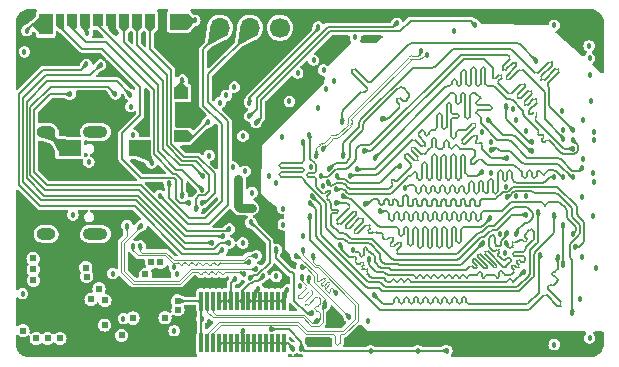
<source format=gbr>
%TF.GenerationSoftware,KiCad,Pcbnew,7.0.5-0*%
%TF.CreationDate,2023-07-21T17:37:06+08:00*%
%TF.ProjectId,slimarm_carambola,736c696d-6172-46d5-9f63-6172616d626f,rev?*%
%TF.SameCoordinates,Original*%
%TF.FileFunction,Copper,L4,Bot*%
%TF.FilePolarity,Positive*%
%FSLAX46Y46*%
G04 Gerber Fmt 4.6, Leading zero omitted, Abs format (unit mm)*
G04 Created by KiCad (PCBNEW 7.0.5-0) date 2023-07-21 17:37:06*
%MOMM*%
%LPD*%
G01*
G04 APERTURE LIST*
%TA.AperFunction,SMDPad,CuDef*%
%ADD10R,0.300000X1.600000*%
%TD*%
%TA.AperFunction,ComponentPad*%
%ADD11C,1.700000*%
%TD*%
%TA.AperFunction,ComponentPad*%
%ADD12O,1.700000X1.700000*%
%TD*%
%TA.AperFunction,ComponentPad*%
%ADD13O,2.100000X1.000000*%
%TD*%
%TA.AperFunction,ComponentPad*%
%ADD14O,1.600000X1.000000*%
%TD*%
%TA.AperFunction,SMDPad,CuDef*%
%ADD15R,0.850000X1.100000*%
%TD*%
%TA.AperFunction,SMDPad,CuDef*%
%ADD16R,0.750000X1.100000*%
%TD*%
%TA.AperFunction,SMDPad,CuDef*%
%ADD17R,1.200000X1.000000*%
%TD*%
%TA.AperFunction,SMDPad,CuDef*%
%ADD18R,1.550000X1.350000*%
%TD*%
%TA.AperFunction,SMDPad,CuDef*%
%ADD19R,1.900000X1.350000*%
%TD*%
%TA.AperFunction,SMDPad,CuDef*%
%ADD20R,1.170000X1.800000*%
%TD*%
%TA.AperFunction,ViaPad*%
%ADD21C,0.457200*%
%TD*%
%TA.AperFunction,ViaPad*%
%ADD22C,0.609600*%
%TD*%
%TA.AperFunction,Conductor*%
%ADD23C,0.152400*%
%TD*%
%TA.AperFunction,Conductor*%
%ADD24C,0.109220*%
%TD*%
%TA.AperFunction,Conductor*%
%ADD25C,0.111760*%
%TD*%
%TA.AperFunction,Conductor*%
%ADD26C,0.508000*%
%TD*%
%TA.AperFunction,Conductor*%
%ADD27C,0.762000*%
%TD*%
G04 APERTURE END LIST*
D10*
%TO.P,J2,1,Pin_1*%
%TO.N,GND*%
X30810000Y-37300000D03*
%TO.P,J2,2,Pin_2*%
%TO.N,/USB1_DN*%
X31310000Y-37300000D03*
%TO.P,J2,3,Pin_3*%
%TO.N,/USB1_DP*%
X31810000Y-37300000D03*
%TO.P,J2,4,Pin_4*%
%TO.N,GND*%
X32310000Y-37300000D03*
%TO.P,J2,5,Pin_5*%
X32810000Y-37300000D03*
%TO.P,J2,6,Pin_6*%
X33310000Y-37300000D03*
%TO.P,J2,7,Pin_7*%
%TO.N,/3v3*%
X33810000Y-37300000D03*
%TO.P,J2,8,Pin_8*%
X34310000Y-37300000D03*
%TO.P,J2,9,Pin_9*%
%TO.N,+5V*%
X34810000Y-37300000D03*
%TO.P,J2,10,Pin_10*%
X35310000Y-37300000D03*
%TO.P,J2,11,Pin_11*%
X35810000Y-37300000D03*
%TO.P,J2,12,Pin_12*%
X36310000Y-37300000D03*
%TO.P,J2,13,Pin_13*%
X36810000Y-37300000D03*
%TO.P,J2,14,Pin_14*%
X37310000Y-37300000D03*
%TO.P,J2,15,Pin_15*%
X37810000Y-37300000D03*
%TO.P,J2,16,Pin_16*%
%TO.N,GND*%
X30810000Y-40900000D03*
%TO.P,J2,17,Pin_17*%
%TO.N,/USB2_DN*%
X31310000Y-40900000D03*
%TO.P,J2,18,Pin_18*%
%TO.N,/USB2_DP*%
X31810000Y-40900000D03*
%TO.P,J2,19,Pin_19*%
%TO.N,GND*%
X32310000Y-40900000D03*
%TO.P,J2,20,Pin_20*%
X32810000Y-40900000D03*
%TO.P,J2,21,Pin_21*%
X33310000Y-40900000D03*
%TO.P,J2,22,Pin_22*%
X33810000Y-40900000D03*
%TO.P,J2,23,Pin_23*%
X34310000Y-40900000D03*
%TO.P,J2,24,Pin_24*%
X34810000Y-40900000D03*
%TO.P,J2,25,Pin_25*%
X35310000Y-40900000D03*
%TO.P,J2,26,Pin_26*%
X35810000Y-40900000D03*
%TO.P,J2,27,Pin_27*%
X36310000Y-40900000D03*
%TO.P,J2,28,Pin_28*%
X36810000Y-40900000D03*
%TO.P,J2,29,Pin_29*%
X37310000Y-40900000D03*
%TO.P,J2,30,Pin_30*%
X37810000Y-40900000D03*
%TD*%
D11*
%TO.P,J5,1,Pin_1*%
%TO.N,GND*%
X37480000Y-14180000D03*
D12*
%TO.P,J5,2,Pin_2*%
%TO.N,/DEBUG_RXD*%
X34940000Y-14180000D03*
%TO.P,J5,3,Pin_3*%
%TO.N,/DEBUG_TXD*%
X32400000Y-14180000D03*
%TD*%
D13*
%TO.P,J1,S1,SHIELD*%
%TO.N,GND*%
X21861000Y-23000000D03*
D14*
X17681000Y-23000000D03*
D13*
X21861000Y-31640000D03*
D14*
X17681000Y-31640000D03*
%TD*%
D15*
%TO.P,J3,1,DAT2*%
%TO.N,/MCI0_DA2*%
X26500000Y-13530000D03*
%TO.P,J3,2,DAT3/CD*%
%TO.N,/MCI0_DA3*%
X25400000Y-13530000D03*
%TO.P,J3,3,CMD*%
%TO.N,/MCI0_CDA*%
X24300000Y-13530000D03*
%TO.P,J3,4,VDD*%
%TO.N,/3v3*%
X23200000Y-13530000D03*
%TO.P,J3,5,CLK*%
%TO.N,/MCI0_CK*%
X22100000Y-13530000D03*
%TO.P,J3,6,VSS*%
%TO.N,GND*%
X21000000Y-13530000D03*
%TO.P,J3,7,DAT0*%
%TO.N,/MCI0_DA0*%
X19900000Y-13530000D03*
D16*
%TO.P,J3,8,DAT1*%
%TO.N,/MCI0_DA1*%
X18850000Y-13530000D03*
D17*
%TO.P,J3,9,DET_B*%
%TO.N,GND*%
X29135000Y-19680000D03*
%TO.P,J3,10,DET_A*%
%TO.N,/SD_DET*%
X29135000Y-23380000D03*
D18*
%TO.P,J3,11,SHIELD*%
%TO.N,GND*%
X28960000Y-13655000D03*
D19*
X25635000Y-24355000D03*
X19665000Y-24355000D03*
D20*
X17640000Y-13880000D03*
%TD*%
D21*
%TO.N,GND*%
X63650000Y-15700000D03*
%TO.N,/1v8_DDR*%
X63690000Y-16740000D03*
%TO.N,/3v3*%
X36684100Y-39694310D03*
%TO.N,+5V*%
X35630000Y-36300000D03*
X38110000Y-36370000D03*
%TO.N,GND*%
X34310000Y-39830000D03*
X30860100Y-38793569D03*
X38590000Y-41360000D03*
%TO.N,/3v3*%
X39300000Y-41330000D03*
%TO.N,GND*%
X44900000Y-38990000D03*
%TO.N,/3v3*%
X51610000Y-41524700D03*
X49150000Y-41524700D03*
X45160000Y-41524700D03*
%TO.N,/DP*%
X24530000Y-30930000D03*
X34440000Y-35050000D03*
%TO.N,/DN*%
X25700000Y-30960000D03*
X35440000Y-34620000D03*
%TO.N,/USBD_FS_DP*%
X34893638Y-34047242D03*
X25010000Y-32680000D03*
%TO.N,/USBD_FS_DN*%
X35470031Y-33481435D03*
X25640000Y-32640000D03*
%TO.N,/SD_DET*%
X31424647Y-22120700D03*
%TO.N,Net-(U1C-PD5)*%
X37160000Y-32930000D03*
X40161292Y-38361292D03*
%TO.N,/DDR_CS*%
X58340000Y-30000000D03*
X39980000Y-23270000D03*
%TO.N,/DDR_DQS0*%
X42760000Y-22180000D03*
X59170000Y-16950000D03*
%TO.N,/DDR_WE*%
X55090000Y-21970000D03*
X58790000Y-24600000D03*
%TO.N,/DDR_D8*%
X45510000Y-25170000D03*
X62281693Y-23672430D03*
%TO.N,/DDR_D2*%
X48090000Y-27750000D03*
X60650000Y-26830000D03*
%TO.N,/DDR_RAS*%
X40220000Y-28450000D03*
X59340000Y-29770000D03*
%TO.N,/DDR_CKE*%
X58840000Y-23830000D03*
X56640000Y-20800000D03*
%TO.N,/DDR_D13*%
X44570000Y-24600000D03*
X62290000Y-24420000D03*
%TO.N,/DDR_D7*%
X43970000Y-26170000D03*
X63090000Y-26030000D03*
%TO.N,/DDR_D5*%
X62270000Y-26850000D03*
X55360000Y-24520000D03*
%TO.N,/DDR_A10*%
X39410000Y-23850000D03*
X54660000Y-32410000D03*
%TO.N,/DDR_CAS*%
X60690500Y-30020000D03*
X40015595Y-29010175D03*
%TO.N,/DDR_D15*%
X42830874Y-25019737D03*
X62290000Y-22830000D03*
%TO.N,/DDR_D11*%
X46150000Y-21880000D03*
X41662335Y-26134099D03*
%TO.N,/DDR_D6*%
X42273142Y-26707979D03*
X47680000Y-25870000D03*
%TO.N,/DDR_D9*%
X56677676Y-25221756D03*
X43400537Y-26692866D03*
%TO.N,/DDR_A11*%
X62280000Y-31640000D03*
X45930000Y-29730000D03*
%TO.N,/DDR_CLKP*%
X40571113Y-25008560D03*
X49430000Y-16130000D03*
%TO.N,/DDR_D10*%
X61470251Y-23613142D03*
X40950000Y-26700000D03*
%TO.N,/DDR_D1*%
X54560000Y-26380000D03*
X42228532Y-27862267D03*
%TO.N,/DDR_BA2*%
X42780995Y-28429005D03*
X55280000Y-30300000D03*
%TO.N,Net-(U1A-PC1)*%
X54020000Y-13950000D03*
X35460000Y-22210000D03*
%TO.N,/DDR_A9*%
X42239812Y-29005385D03*
X57499260Y-31643426D03*
%TO.N,/DDR_A7*%
X45020000Y-33770000D03*
X56650000Y-32410000D03*
%TO.N,/DDR_A3*%
X43700000Y-33030000D03*
X56704253Y-31573256D03*
%TO.N,/DDR_A2*%
X59530000Y-33410000D03*
X45450000Y-36800000D03*
%TO.N,/DDR_A0*%
X61443843Y-34220000D03*
X61443843Y-30840449D03*
%TO.N,/DDR_A1*%
X58100000Y-34850000D03*
X42600000Y-32590000D03*
%TO.N,/DEBUG_TXD*%
X28100000Y-27300000D03*
%TO.N,/JTAG_TDI*%
X33200000Y-31220000D03*
X19730000Y-19800000D03*
%TO.N,/JTAG_TDO*%
X23550000Y-19790000D03*
X32629995Y-31846467D03*
%TO.N,/JTAG_RST*%
X33190000Y-32380000D03*
X22290000Y-17340000D03*
%TO.N,/DEBUG_RXD*%
X27310000Y-28390000D03*
%TO.N,/JTAG_TCK*%
X31740000Y-32390000D03*
X24810000Y-19840000D03*
%TO.N,/JTAG_TMS*%
X32590000Y-32950000D03*
X21090000Y-17270000D03*
%TO.N,Net-(U1A-PC0)*%
X40720000Y-14120000D03*
X34900000Y-20520000D03*
%TO.N,/USB1_DN*%
X39928148Y-35358148D03*
X41280000Y-37670000D03*
%TO.N,/USB2_DN*%
X39430000Y-32960000D03*
%TO.N,/DDR_A8*%
X40009093Y-30099574D03*
X60980000Y-33620000D03*
%TO.N,/USB1_DP*%
X39347392Y-35251902D03*
X40650000Y-39020000D03*
%TO.N,/USB2_DP*%
X40296300Y-33510000D03*
%TO.N,/DDR_A13*%
X62440000Y-32710000D03*
X44670000Y-29080000D03*
%TO.N,Net-(U2-VREF)*%
X56663015Y-28468910D03*
X62240000Y-38340000D03*
%TO.N,Net-(U1C-HFSDPB)*%
X43330000Y-38650000D03*
X39316017Y-34445865D03*
%TO.N,Net-(U1C-HFSDMB)*%
X42230000Y-36630000D03*
X38850000Y-33510000D03*
%TO.N,Net-(U1A-PC2)*%
X47370000Y-13790000D03*
X34900000Y-21650000D03*
%TO.N,GND*%
X15690000Y-36690000D03*
X36590000Y-26720000D03*
X23320000Y-34980000D03*
X43870000Y-14990000D03*
X28762573Y-35042510D03*
D22*
X21120000Y-35250000D03*
D21*
X63110000Y-25260000D03*
X56101854Y-31663374D03*
D22*
X28820000Y-37300000D03*
D21*
X60700000Y-13960000D03*
X63040000Y-33570000D03*
D22*
X28850000Y-38040000D03*
D21*
X37670000Y-23440000D03*
X57450000Y-28440000D03*
X63695000Y-40445000D03*
D22*
X21040000Y-34490000D03*
D21*
X52190000Y-14410000D03*
X63690000Y-18160000D03*
X26610000Y-25630000D03*
X30270000Y-13540000D03*
X54560000Y-23040000D03*
X62910000Y-37100000D03*
D22*
X22630000Y-39340000D03*
D21*
X16040000Y-14410000D03*
X40690000Y-21000000D03*
X63160000Y-22022100D03*
D22*
X15720000Y-39810000D03*
D21*
X29220000Y-18610000D03*
X42088553Y-18671447D03*
X40323553Y-16906447D03*
X41173553Y-17756447D03*
X37160000Y-35220000D03*
X57484550Y-22024550D03*
X21170000Y-14640000D03*
X63070000Y-28470000D03*
X33510000Y-25970000D03*
X33695297Y-35414244D03*
X61400000Y-21240000D03*
D22*
X24069816Y-40219100D03*
D21*
X37155685Y-27300000D03*
X31480000Y-25000000D03*
X39427083Y-31800247D03*
%TO.N,+5V*%
X21305000Y-25535000D03*
X28520000Y-39830000D03*
X19950000Y-30010000D03*
D22*
X21480000Y-37160000D03*
X22670000Y-37260000D03*
D21*
X24230000Y-38790000D03*
D22*
X22160000Y-36250000D03*
D21*
%TO.N,/DDR_D0*%
X61480000Y-26830000D03*
X41589093Y-27263918D03*
%TO.N,/3v3*%
X38280000Y-20410000D03*
X36050000Y-35200000D03*
X32410000Y-20510000D03*
X35080000Y-29420000D03*
X34350000Y-23350000D03*
X24850000Y-20850000D03*
X33630000Y-19200000D03*
D22*
X27750000Y-38730000D03*
D21*
X34330000Y-32410000D03*
X15850000Y-16210000D03*
X38980000Y-18020000D03*
D22*
X25040000Y-38760000D03*
D21*
X28548300Y-34445580D03*
X23590000Y-14590000D03*
X34090000Y-29400000D03*
X25060000Y-23290000D03*
X34520000Y-26330000D03*
X32925000Y-19905000D03*
X33930000Y-26940000D03*
%TO.N,/1v8_DDR*%
X56640000Y-27650000D03*
X64010000Y-30110000D03*
X63810000Y-20350000D03*
X64270000Y-34490000D03*
X41360000Y-19350000D03*
D22*
X16840000Y-40470000D03*
D21*
X64090000Y-23670000D03*
X60700000Y-41000000D03*
X64000000Y-26430000D03*
X41115483Y-27600000D03*
X56530000Y-33240000D03*
X55340000Y-26460000D03*
X58270000Y-22880000D03*
X40073300Y-25993621D03*
X55350000Y-23880000D03*
X64050000Y-23000000D03*
D22*
X17820000Y-40480000D03*
D21*
X61440000Y-22840000D03*
X58350000Y-28420000D03*
D22*
X18850000Y-40470000D03*
D21*
X57200000Y-21040000D03*
X64060000Y-27260000D03*
%TO.N,/1v0_CPUCORE*%
X37760000Y-30840000D03*
D22*
X16590000Y-34640000D03*
D21*
X39160204Y-36069796D03*
X37730000Y-29480000D03*
D22*
X26590000Y-34020000D03*
X26080000Y-35060000D03*
D21*
X35110000Y-28140000D03*
D22*
X27360000Y-34030000D03*
X16580000Y-33690000D03*
X16600000Y-35560000D03*
D21*
%TO.N,/DDR_CLKN*%
X41091180Y-24442750D03*
X49960000Y-16470000D03*
%TO.N,/MCI0_CDA*%
X30926382Y-26740412D03*
%TO.N,/MCI0_CK*%
X30920000Y-27870000D03*
%TO.N,/MCI0_DA2*%
X30890000Y-28970000D03*
%TO.N,/MCI0_DA0*%
X29220000Y-28450000D03*
%TO.N,/MCI0_DA1*%
X29790000Y-29000000D03*
%TO.N,/MCI0_DA3*%
X30380000Y-29560000D03*
%TO.N,Net-(U1C-NRST)*%
X35010000Y-30660000D03*
X34959093Y-35400306D03*
%TD*%
D23*
%TO.N,/3v3*%
X36684100Y-39694310D02*
X38254310Y-39694310D01*
X38254310Y-39694310D02*
X39300000Y-40740000D01*
X39300000Y-40740000D02*
X39300000Y-41330000D01*
X51610000Y-41524700D02*
X39494700Y-41524700D01*
X39494700Y-41524700D02*
X39300000Y-41330000D01*
%TO.N,GND*%
X37810000Y-40900000D02*
X38130000Y-40900000D01*
X38130000Y-40900000D02*
X38590000Y-41360000D01*
X34310000Y-40900000D02*
X34310000Y-39830000D01*
X30810000Y-40900000D02*
X30810000Y-37300000D01*
%TO.N,/3v3*%
X35284136Y-35650000D02*
X35127430Y-35806706D01*
X35600000Y-35650000D02*
X35284136Y-35650000D01*
X35127430Y-35806706D02*
X34903294Y-35806706D01*
X34903294Y-35806706D02*
X34310000Y-36400000D01*
X36050000Y-35200000D02*
X35600000Y-35650000D01*
X34310000Y-36400000D02*
X34310000Y-37300000D01*
%TO.N,+5V*%
X35310000Y-36620000D02*
X35630000Y-36300000D01*
X35310000Y-37300000D02*
X35310000Y-36620000D01*
X37810000Y-37300000D02*
X37810000Y-36670000D01*
X37810000Y-36670000D02*
X38110000Y-36370000D01*
X34810000Y-37300000D02*
X37620000Y-37300000D01*
X37620000Y-37300000D02*
X37810000Y-37300000D01*
%TO.N,/3v3*%
X33810000Y-37300000D02*
X34310000Y-37300000D01*
%TO.N,GND*%
X32310000Y-40900000D02*
X37810000Y-40900000D01*
X32310000Y-37300000D02*
X33310000Y-37300000D01*
X30810000Y-37300000D02*
X28820000Y-37300000D01*
X33310000Y-37300000D02*
X33310000Y-35799541D01*
X33310000Y-35799541D02*
X33695297Y-35414244D01*
D24*
%TO.N,/USB2_DN*%
X39430000Y-32960000D02*
X39430000Y-33400000D01*
X42854370Y-39875630D02*
X39753774Y-39875630D01*
X38977324Y-39099180D02*
X32348400Y-39099180D01*
X39430000Y-33400000D02*
X40460820Y-34430820D01*
X40672676Y-34430820D02*
X43860000Y-37618144D01*
X39753774Y-39875630D02*
X38977324Y-39099180D01*
X40460820Y-34430820D02*
X40672676Y-34430820D01*
X43860000Y-37618144D02*
X43860000Y-38870000D01*
X32348400Y-39099180D02*
X31310000Y-40137580D01*
X31310000Y-40137580D02*
X31310000Y-40900000D01*
X43860000Y-38870000D02*
X42854370Y-39875630D01*
%TO.N,/USB2_DP*%
X40296300Y-33510000D02*
X40296300Y-33968156D01*
X42371000Y-41085400D02*
G75*
G03*
X42561500Y-40894929I0J190500D01*
G01*
X42943550Y-40086450D02*
X42752000Y-40086450D01*
X42180450Y-40276950D02*
G75*
G03*
X41990000Y-40086450I-190450J50D01*
G01*
X42752000Y-40086400D02*
G75*
G03*
X42561500Y-40276950I0J-190500D01*
G01*
X32490780Y-39310000D02*
X31810000Y-39990780D01*
X40296300Y-33968156D02*
X40548144Y-34220000D01*
X41990000Y-40086450D02*
X39666450Y-40086450D01*
X39666450Y-40086450D02*
X38890000Y-39310000D01*
X40548144Y-34220000D02*
X40760000Y-34220000D01*
X40760000Y-34220000D02*
X44070820Y-37530820D01*
X42180471Y-40894929D02*
G75*
G03*
X42371000Y-41085429I190529J29D01*
G01*
X44070820Y-37530820D02*
X44070820Y-38959180D01*
X42180500Y-40894929D02*
X42180500Y-40276950D01*
X38890000Y-39310000D02*
X32490780Y-39310000D01*
X44070820Y-38959180D02*
X42943550Y-40086450D01*
X42561500Y-40276950D02*
X42561500Y-40894929D01*
X31810000Y-39990780D02*
X31810000Y-40900000D01*
%TO.N,/USB1_DP*%
X31810000Y-38209220D02*
X32079960Y-38479180D01*
X39479180Y-38479180D02*
X40193990Y-39193990D01*
X32079960Y-38479180D02*
X39479180Y-38479180D01*
X40193990Y-39193990D02*
X40476010Y-39193990D01*
X31810000Y-37300000D02*
X31810000Y-38209220D01*
X40476010Y-39193990D02*
X40650000Y-39020000D01*
%TO.N,/USB1_DN*%
X41280000Y-37670000D02*
X41106010Y-37843990D01*
X41106010Y-37843990D02*
X41106010Y-39108194D01*
X41106010Y-39108194D02*
X40809394Y-39404810D01*
X31310000Y-38209220D02*
X31310000Y-37300000D01*
X40809394Y-39404810D02*
X40106666Y-39404810D01*
X40106666Y-39404810D02*
X39391856Y-38690000D01*
X39391856Y-38690000D02*
X31790780Y-38690000D01*
X31790780Y-38690000D02*
X31310000Y-38209220D01*
D25*
%TO.N,/DP*%
X24530000Y-30930000D02*
X24530000Y-31828264D01*
X24530000Y-31828264D02*
X24056640Y-32301624D01*
X31068000Y-34833360D02*
X31169600Y-34833360D01*
X24056640Y-32301624D02*
X24056640Y-34845850D01*
X24056640Y-34845850D02*
X25064790Y-35854000D01*
X31982400Y-35036560D02*
X32084000Y-35036560D01*
X32592000Y-35036560D02*
X32693600Y-35036560D01*
X31677600Y-34833360D02*
X31779200Y-34833360D01*
X34223360Y-34833360D02*
X34440000Y-35050000D01*
X30763200Y-35036560D02*
X30864800Y-35036560D01*
X32896800Y-34833360D02*
X34223360Y-34833360D01*
X32287200Y-34833360D02*
X32388800Y-34833360D01*
X30046640Y-34833360D02*
X30560000Y-34833360D01*
X31372800Y-35036560D02*
X31474400Y-35036560D01*
X25064790Y-35854000D02*
X29026000Y-35854000D01*
X29026000Y-35854000D02*
X30046640Y-34833360D01*
X32896800Y-34833400D02*
G75*
G03*
X32795200Y-34934960I0J-101600D01*
G01*
X31677600Y-34833400D02*
G75*
G03*
X31576000Y-34934960I0J-101600D01*
G01*
X31271240Y-34934960D02*
G75*
G03*
X31372800Y-35036560I101560J-40D01*
G01*
X31474400Y-35036600D02*
G75*
G03*
X31576000Y-34934960I0J101600D01*
G01*
X32693600Y-35036600D02*
G75*
G03*
X32795200Y-34934960I0J101600D01*
G01*
X32490440Y-34934960D02*
G75*
G03*
X32592000Y-35036560I101560J-40D01*
G01*
X30864800Y-35036600D02*
G75*
G03*
X30966400Y-34934960I0J101600D01*
G01*
X31068000Y-34833400D02*
G75*
G03*
X30966400Y-34934960I0J-101600D01*
G01*
X30661640Y-34934960D02*
G75*
G03*
X30560000Y-34833360I-101640J-40D01*
G01*
X31271240Y-34934960D02*
G75*
G03*
X31169600Y-34833360I-101640J-40D01*
G01*
X31880840Y-34934960D02*
G75*
G03*
X31779200Y-34833360I-101640J-40D01*
G01*
X32287200Y-34833400D02*
G75*
G03*
X32185600Y-34934960I0J-101600D01*
G01*
X30661640Y-34934960D02*
G75*
G03*
X30763200Y-35036560I101560J-40D01*
G01*
X31880840Y-34934960D02*
G75*
G03*
X31982400Y-35036560I101560J-40D01*
G01*
X32490440Y-34934960D02*
G75*
G03*
X32388800Y-34833360I-101640J-40D01*
G01*
X32084000Y-35036600D02*
G75*
G03*
X32185600Y-34934960I0J101600D01*
G01*
%TO.N,/DN*%
X28937624Y-35640640D02*
X25153166Y-35640640D01*
X35440000Y-34620000D02*
X29958264Y-34620000D01*
X29958264Y-34620000D02*
X28937624Y-35640640D01*
X24270000Y-32390000D02*
X25700000Y-30960000D01*
X25153166Y-35640640D02*
X24270000Y-34757474D01*
X24270000Y-34757474D02*
X24270000Y-32390000D01*
%TO.N,/USBD_FS_DP*%
X30190624Y-34161424D02*
X30190624Y-34161425D01*
X25010000Y-32980000D02*
X25470000Y-33440000D01*
X31511252Y-34262852D02*
X31613200Y-34262852D01*
X31206452Y-34060000D02*
X31308400Y-34060000D01*
X25470000Y-33440000D02*
X27780000Y-33440000D01*
X30495424Y-34161425D02*
X30495424Y-34161424D01*
X29682452Y-34262852D02*
X29784400Y-34262852D01*
X29987252Y-34060000D02*
X30089200Y-34060000D01*
X32324249Y-34161450D02*
X32324249Y-34161449D01*
D23*
X34880880Y-34060000D02*
X34893638Y-34047242D01*
D25*
X30596848Y-34060000D02*
X30698800Y-34060000D01*
X28400000Y-34060000D02*
X28870000Y-34060000D01*
X32120898Y-34262899D02*
X32222800Y-34262899D01*
X29377652Y-34060000D02*
X29479600Y-34060000D01*
X27780000Y-33440000D02*
X28400000Y-34060000D01*
X32425698Y-34060000D02*
X34880880Y-34060000D01*
X30901652Y-34262852D02*
X31003600Y-34262852D01*
X31816052Y-34060000D02*
X31918000Y-34060000D01*
X29072852Y-34262852D02*
X29174800Y-34262852D01*
X25010000Y-32680000D02*
X25010000Y-32980000D01*
X30292048Y-34262849D02*
X30394000Y-34262849D01*
X32019449Y-34161449D02*
X32019449Y-34161450D01*
X31003600Y-34262826D02*
G75*
G03*
X31105026Y-34161426I0J101426D01*
G01*
X29987252Y-34059926D02*
G75*
G03*
X29885826Y-34161426I48J-101474D01*
G01*
X30394000Y-34262824D02*
G75*
G03*
X30495424Y-34161425I0J101424D01*
G01*
X30596848Y-34060024D02*
G75*
G03*
X30495424Y-34161424I-48J-101376D01*
G01*
X32222800Y-34262849D02*
G75*
G03*
X32324249Y-34161450I0J101449D01*
G01*
X29784400Y-34262826D02*
G75*
G03*
X29885826Y-34161426I0J101426D01*
G01*
X32019401Y-34161450D02*
G75*
G03*
X32120898Y-34262899I101499J50D01*
G01*
X32019400Y-34161449D02*
G75*
G03*
X31918000Y-34060000I-101400J49D01*
G01*
X29581000Y-34161426D02*
G75*
G03*
X29479600Y-34060000I-101400J26D01*
G01*
X31816052Y-34059926D02*
G75*
G03*
X31714626Y-34161426I48J-101474D01*
G01*
X29377652Y-34059926D02*
G75*
G03*
X29276226Y-34161426I48J-101474D01*
G01*
X30800200Y-34161426D02*
G75*
G03*
X30698800Y-34060000I-101400J26D01*
G01*
X28971400Y-34161426D02*
G75*
G03*
X28870000Y-34060000I-101400J26D01*
G01*
X32425698Y-34059949D02*
G75*
G03*
X32324249Y-34161449I2J-101451D01*
G01*
X29581048Y-34161426D02*
G75*
G03*
X29682452Y-34262852I101452J26D01*
G01*
X31206452Y-34059926D02*
G75*
G03*
X31105026Y-34161426I48J-101474D01*
G01*
X31409800Y-34161426D02*
G75*
G03*
X31308400Y-34060000I-101400J26D01*
G01*
X31409848Y-34161426D02*
G75*
G03*
X31511252Y-34262852I101452J26D01*
G01*
X28971448Y-34161426D02*
G75*
G03*
X29072852Y-34262852I101452J26D01*
G01*
X29174800Y-34262826D02*
G75*
G03*
X29276226Y-34161426I0J101426D01*
G01*
X30190551Y-34161425D02*
G75*
G03*
X30292048Y-34262849I101449J25D01*
G01*
X30800248Y-34161426D02*
G75*
G03*
X30901652Y-34262852I101452J26D01*
G01*
X30190600Y-34161424D02*
G75*
G03*
X30089200Y-34060000I-101400J24D01*
G01*
X31613200Y-34262826D02*
G75*
G03*
X31714626Y-34161426I0J101426D01*
G01*
%TO.N,/USBD_FS_DN*%
X25826640Y-33226640D02*
X27868376Y-33226640D01*
X27868376Y-33226640D02*
X28488376Y-33846640D01*
X25640000Y-32640000D02*
X25640000Y-33040000D01*
X28488376Y-33846640D02*
X34433360Y-33846640D01*
X25640000Y-33040000D02*
X25826640Y-33226640D01*
X34798565Y-33481435D02*
X35470031Y-33481435D01*
X34433360Y-33846640D02*
X34798565Y-33481435D01*
D23*
%TO.N,/SD_DET*%
X30165347Y-23380000D02*
X29135000Y-23380000D01*
X31424647Y-22120700D02*
X30165347Y-23380000D01*
%TO.N,Net-(U1C-PD5)*%
X39771292Y-38361292D02*
X40161292Y-38361292D01*
X37160000Y-32930000D02*
X37160000Y-33700000D01*
X38333898Y-34873898D02*
X38538337Y-34873898D01*
X38692220Y-37282220D02*
X39771292Y-38361292D01*
X38538337Y-34873898D02*
X38692220Y-35027780D01*
X37160000Y-33700000D02*
X38333898Y-34873898D01*
X38692220Y-35027780D02*
X38692220Y-37282220D01*
%TO.N,/DDR_CS*%
X42275885Y-29867200D02*
X41911600Y-29867200D01*
X41911600Y-29562400D02*
X42275885Y-29562400D01*
X41833595Y-30843595D02*
X42485605Y-31495605D01*
X40064395Y-25274395D02*
X40455605Y-25665605D01*
X40530000Y-26949600D02*
X40530000Y-27564790D01*
X54565210Y-31910000D02*
X54644790Y-31910000D01*
X52644395Y-33725605D02*
X54385605Y-31984395D01*
X41496051Y-28636051D02*
X41684805Y-28824805D01*
X41759200Y-30019600D02*
X41759200Y-30663990D01*
X55859395Y-31260605D02*
X57045605Y-30074395D01*
X39892400Y-26797200D02*
X40377600Y-26797200D01*
X57225210Y-30000000D02*
X58340000Y-30000000D01*
X55430210Y-31335000D02*
X55679790Y-31335000D01*
X54824395Y-31835605D02*
X55250605Y-31409395D01*
X40377600Y-26492400D02*
X39892400Y-26492400D01*
X41759200Y-29004410D02*
X41759200Y-29410000D01*
X42665210Y-31570000D02*
X42874790Y-31570000D01*
X39980000Y-23270000D02*
X39990000Y-23280000D01*
X45384395Y-32124395D02*
X46985605Y-33725605D01*
X40604395Y-27744395D02*
X41065000Y-28205000D01*
X47165210Y-33800000D02*
X52464790Y-33800000D01*
X41733075Y-28183504D02*
X41496051Y-28420525D01*
X41280527Y-28204999D02*
X41517549Y-27967978D01*
X43565210Y-32050000D02*
X45204790Y-32050000D01*
X39990000Y-23280000D02*
X39990000Y-25094790D01*
X40530000Y-25845210D02*
X40530000Y-26340000D01*
X41733074Y-28183505D02*
X41733075Y-28183504D01*
X43054395Y-31644395D02*
X43385605Y-31975605D01*
X54565210Y-31910008D02*
G75*
G03*
X54385606Y-31984396I-10J-253992D01*
G01*
X46985600Y-33725610D02*
G75*
G03*
X47165210Y-33800000I179600J179610D01*
G01*
X39892400Y-26492400D02*
G75*
G03*
X39740000Y-26644800I0J-152400D01*
G01*
X40530008Y-27564790D02*
G75*
G03*
X40604396Y-27744394I253992J-10D01*
G01*
X42485600Y-31495610D02*
G75*
G03*
X42665210Y-31570000I179600J179610D01*
G01*
X55430210Y-31335008D02*
G75*
G03*
X55250606Y-31409396I-10J-253992D01*
G01*
X45384400Y-32124390D02*
G75*
G03*
X45204790Y-32050000I-179600J-179610D01*
G01*
X41759208Y-30663990D02*
G75*
G03*
X41833596Y-30843594I253992J-10D01*
G01*
X40530000Y-26949600D02*
G75*
G03*
X40377600Y-26797200I-152400J0D01*
G01*
X57225210Y-30000008D02*
G75*
G03*
X57045606Y-30074396I-10J-253992D01*
G01*
X42275885Y-29867185D02*
G75*
G03*
X42428285Y-29714800I15J152385D01*
G01*
X43054400Y-31644390D02*
G75*
G03*
X42874790Y-31570000I-179600J-179610D01*
G01*
X41496063Y-28420537D02*
G75*
G03*
X41496051Y-28636051I107737J-107763D01*
G01*
X41911600Y-29867200D02*
G75*
G03*
X41759200Y-30019600I0J-152400D01*
G01*
X41759192Y-29004410D02*
G75*
G03*
X41684804Y-28824806I-253992J10D01*
G01*
X41065038Y-28204962D02*
G75*
G03*
X41280526Y-28204998I107762J107762D01*
G01*
X39740000Y-26644800D02*
G75*
G03*
X39892400Y-26797200I152400J0D01*
G01*
X52464790Y-33799992D02*
G75*
G03*
X52644394Y-33725604I10J253992D01*
G01*
X55679790Y-31334992D02*
G75*
G03*
X55859394Y-31260604I10J253992D01*
G01*
X41733033Y-28183464D02*
G75*
G03*
X41733075Y-27967978I-107733J107764D01*
G01*
X40377600Y-26492400D02*
G75*
G03*
X40530000Y-26340000I0J152400D01*
G01*
X40529992Y-25845210D02*
G75*
G03*
X40455604Y-25665606I-253992J10D01*
G01*
X41759200Y-29410000D02*
G75*
G03*
X41911600Y-29562400I152400J0D01*
G01*
X39990008Y-25094790D02*
G75*
G03*
X40064396Y-25274394I253992J-10D01*
G01*
X41733074Y-27967979D02*
G75*
G03*
X41517550Y-27967979I-107762J-107762D01*
G01*
X54644790Y-31909992D02*
G75*
G03*
X54824394Y-31835604I10J253992D01*
G01*
X43385600Y-31975610D02*
G75*
G03*
X43565210Y-32050000I179600J179610D01*
G01*
X42428300Y-29714800D02*
G75*
G03*
X42275885Y-29562400I-152400J0D01*
G01*
%TO.N,/DDR_DQS0*%
X48575210Y-15500000D02*
X57614790Y-15500000D01*
X42834395Y-21135605D02*
X44350000Y-19620000D01*
X45212109Y-18757894D02*
X45212108Y-18757893D01*
X42760000Y-22180000D02*
X42760000Y-21315210D01*
X45212108Y-18757893D02*
X48395605Y-15574395D01*
X43583905Y-17704431D02*
X43583908Y-17704429D01*
X44709210Y-19619999D02*
X44709210Y-19620000D01*
X44709210Y-19620000D02*
X44870854Y-19458355D01*
X44870855Y-19278750D02*
X44870854Y-19278750D01*
X43871276Y-17704429D02*
X44924741Y-18757894D01*
X57794395Y-15574395D02*
X59170000Y-16950000D01*
X44870854Y-19278750D02*
X43583905Y-17991799D01*
X44529604Y-19620000D02*
X44529605Y-19620000D01*
X42834390Y-21135600D02*
G75*
G03*
X42760000Y-21315210I179610J-179600D01*
G01*
X44870901Y-19458402D02*
G75*
G03*
X44870854Y-19278751I-89801J89802D01*
G01*
X44924742Y-18757893D02*
G75*
G03*
X45212108Y-18757893I143683J143683D01*
G01*
X43871275Y-17704430D02*
G75*
G03*
X43583909Y-17704430I-143683J-143683D01*
G01*
X44529603Y-19620001D02*
G75*
G03*
X44350001Y-19620001I-89801J-89802D01*
G01*
X48575210Y-15500008D02*
G75*
G03*
X48395606Y-15574396I-10J-253992D01*
G01*
X44529599Y-19620006D02*
G75*
G03*
X44709209Y-19619998I89801J89806D01*
G01*
X43583890Y-17704416D02*
G75*
G03*
X43583905Y-17991799I143710J-143684D01*
G01*
X57794400Y-15574390D02*
G75*
G03*
X57614790Y-15500000I-179600J-179610D01*
G01*
%TO.N,/DDR_WE*%
X55090000Y-21970000D02*
X56335605Y-23215605D01*
X58715210Y-24600000D02*
X58790000Y-24600000D01*
X57374395Y-23364395D02*
X58535605Y-24525605D01*
X56515210Y-23290000D02*
X57194790Y-23290000D01*
X58535600Y-24525610D02*
G75*
G03*
X58715210Y-24600000I179600J179610D01*
G01*
X56335600Y-23215610D02*
G75*
G03*
X56515210Y-23290000I179600J179610D01*
G01*
X57374400Y-23364390D02*
G75*
G03*
X57194790Y-23290000I-179600J-179610D01*
G01*
%TO.N,/DDR_D8*%
X62700000Y-24497487D02*
X62700000Y-24195210D01*
X59355000Y-23204209D02*
X59355000Y-23204210D01*
X62537992Y-24764705D02*
X62625605Y-24677092D01*
X55724395Y-19214395D02*
X56675605Y-20165605D01*
X58080000Y-21295210D02*
X58080000Y-21464790D01*
X54471600Y-18936800D02*
X54471600Y-17696294D01*
X60217104Y-23707104D02*
X61274705Y-24764705D01*
X59891859Y-23816822D02*
X59891858Y-23816823D01*
X60217103Y-23707103D02*
X60217104Y-23707104D01*
X45510000Y-25170000D02*
X51465605Y-19214395D01*
X56855210Y-20240000D02*
X57024790Y-20240000D01*
X61454310Y-24839100D02*
X62358387Y-24839100D01*
X53658800Y-18936800D02*
X53658800Y-17696319D01*
X59786051Y-23491579D02*
X59786052Y-23491578D01*
X59354999Y-23024605D02*
X59355000Y-23024605D01*
X59750131Y-23240131D02*
X59786052Y-23276052D01*
X52846000Y-18936800D02*
X52846000Y-17896312D01*
X51645210Y-19140000D02*
X51830000Y-19140000D01*
X52033200Y-18936800D02*
X52033200Y-18696321D01*
X59355000Y-23204210D02*
X59390921Y-23240131D01*
X62625605Y-24015605D02*
X62282430Y-23672430D01*
X59786052Y-23491578D02*
X59676332Y-23601297D01*
X53252400Y-17896312D02*
X53252400Y-18936800D01*
X57204395Y-20314395D02*
X58005605Y-21115605D01*
X52439600Y-18696321D02*
X52439600Y-18936800D01*
X59750130Y-23240131D02*
X59750131Y-23240131D01*
X54065200Y-17696319D02*
X54065200Y-18936800D01*
X59891858Y-23816823D02*
X60001577Y-23707103D01*
X62282430Y-23672430D02*
X62281693Y-23672430D01*
X58154395Y-21644395D02*
X59355000Y-22845000D01*
X54878000Y-17696294D02*
X54878000Y-18936800D01*
X55081200Y-19140000D02*
X55544790Y-19140000D01*
X59570526Y-23240130D02*
X59570526Y-23240131D01*
X54268400Y-19140000D02*
G75*
G03*
X54471600Y-18936800I0J203200D01*
G01*
X59354997Y-23024603D02*
G75*
G03*
X59355000Y-22845000I-89797J89803D01*
G01*
X62625612Y-24677099D02*
G75*
G03*
X62700000Y-24497487I-179612J179599D01*
G01*
X51830000Y-19140000D02*
G75*
G03*
X52033200Y-18936800I0J203200D01*
G01*
X54674800Y-17493100D02*
G75*
G03*
X54471600Y-17696294I0J-203200D01*
G01*
X53252388Y-17896312D02*
G75*
G03*
X53049200Y-17693112I-203188J12D01*
G01*
X52236400Y-18493100D02*
G75*
G03*
X52033200Y-18696321I0J-203200D01*
G01*
X55724400Y-19214390D02*
G75*
G03*
X55544790Y-19140000I-179600J-179610D01*
G01*
X54065181Y-17696319D02*
G75*
G03*
X53862000Y-17493119I-203181J19D01*
G01*
X53862000Y-17493100D02*
G75*
G03*
X53658800Y-17696319I0J-203200D01*
G01*
X59786036Y-23491564D02*
G75*
G03*
X59786052Y-23276052I-107736J107764D01*
G01*
X54878006Y-17696294D02*
G75*
G03*
X54674800Y-17493094I-203206J-6D01*
G01*
X59390899Y-23240153D02*
G75*
G03*
X59570525Y-23240129I89801J89853D01*
G01*
X54065200Y-18936800D02*
G75*
G03*
X54268400Y-19140000I203200J0D01*
G01*
X51645210Y-19140008D02*
G75*
G03*
X51465606Y-19214396I-10J-253992D01*
G01*
X52642800Y-19140000D02*
G75*
G03*
X52846000Y-18936800I0J203200D01*
G01*
X61274700Y-24764710D02*
G75*
G03*
X61454310Y-24839100I179600J179610D01*
G01*
X58080008Y-21464790D02*
G75*
G03*
X58154396Y-21644394I253992J-10D01*
G01*
X53455600Y-19140000D02*
G75*
G03*
X53658800Y-18936800I0J203200D01*
G01*
X59354994Y-23024599D02*
G75*
G03*
X59355001Y-23204208I89806J-89801D01*
G01*
X59676372Y-23601337D02*
G75*
G03*
X59676332Y-23816823I107728J-107763D01*
G01*
X62358387Y-24839090D02*
G75*
G03*
X62537992Y-24764705I13J253990D01*
G01*
X62699992Y-24195210D02*
G75*
G03*
X62625604Y-24015606I-253992J10D01*
G01*
X59750129Y-23240132D02*
G75*
G03*
X59570527Y-23240132I-89801J-89802D01*
G01*
X57204400Y-20314390D02*
G75*
G03*
X57024790Y-20240000I-179600J-179610D01*
G01*
X60217102Y-23707104D02*
G75*
G03*
X60001578Y-23707104I-107762J-107762D01*
G01*
X52439579Y-18696321D02*
G75*
G03*
X52236400Y-18493121I-203179J21D01*
G01*
X53252400Y-18936800D02*
G75*
G03*
X53455600Y-19140000I203200J0D01*
G01*
X53049200Y-17693100D02*
G75*
G03*
X52846000Y-17896312I0J-203200D01*
G01*
X59676337Y-23816818D02*
G75*
G03*
X59891859Y-23816822I107763J107718D01*
G01*
X56675600Y-20165610D02*
G75*
G03*
X56855210Y-20240000I179600J179610D01*
G01*
X52439600Y-18936800D02*
G75*
G03*
X52642800Y-19140000I203200J0D01*
G01*
X54878000Y-18936800D02*
G75*
G03*
X55081200Y-19140000I203200J0D01*
G01*
X58079992Y-21295210D02*
G75*
G03*
X58005604Y-21115606I-253992J10D01*
G01*
%TO.N,/DDR_D2*%
X57151200Y-26925990D02*
X57151200Y-26416244D01*
X49023200Y-28033750D02*
X49023200Y-27703200D01*
X54544743Y-27163885D02*
X54474457Y-27163885D01*
X52680800Y-27703200D02*
X52680800Y-28033750D01*
X53731943Y-27163885D02*
X53661657Y-27163885D01*
X49429600Y-27703200D02*
X49429600Y-28033750D01*
X55118021Y-27124379D02*
X55118021Y-28073930D01*
X57335605Y-27215605D02*
X57225595Y-27105595D01*
X56743200Y-26417844D02*
X56743200Y-27006800D01*
X55932000Y-26416248D02*
X55932000Y-28033750D01*
X54306400Y-27331942D02*
X54306400Y-28033751D01*
X49836000Y-28033750D02*
X49836000Y-27703200D01*
X55526829Y-27124429D02*
X55525600Y-27123200D01*
X50242400Y-27703200D02*
X50242400Y-28033750D01*
X56336800Y-26417848D02*
X56338400Y-26416248D01*
X55119200Y-27123200D02*
X55118021Y-27124379D01*
X59744790Y-27290000D02*
X57515210Y-27290000D01*
X53900000Y-28033751D02*
X53900000Y-27331942D01*
X56336800Y-27006800D02*
X56336800Y-26417848D01*
X48820000Y-27500000D02*
X48445210Y-27500000D01*
X48265605Y-27574395D02*
X48090000Y-27750000D01*
X54712800Y-28033750D02*
X54712800Y-27331942D01*
X60650000Y-26830000D02*
X60415210Y-26830000D01*
X53087200Y-28033750D02*
X53087200Y-27703200D01*
X51868000Y-27703200D02*
X51868000Y-28033750D01*
X50648800Y-28033750D02*
X50648800Y-27703200D01*
X51461600Y-28033750D02*
X51461600Y-27703200D01*
X55526829Y-28073920D02*
X55526829Y-27124429D01*
X60235605Y-26904395D02*
X59924395Y-27215605D01*
X52274400Y-28033750D02*
X52274400Y-27703200D01*
X56744800Y-26416244D02*
X56743200Y-26417844D01*
X53493600Y-27331942D02*
X53493600Y-28033750D01*
X51055200Y-27703200D02*
X51055200Y-28033750D01*
X50039200Y-28236900D02*
G75*
G03*
X50242400Y-28033750I0J203200D01*
G01*
X49023200Y-27703200D02*
G75*
G03*
X48820000Y-27500000I-203200J0D01*
G01*
X55525600Y-27123200D02*
G75*
G03*
X55322400Y-26920000I-203200J0D01*
G01*
X49835950Y-28033750D02*
G75*
G03*
X50039200Y-28236950I203250J50D01*
G01*
X52274350Y-28033750D02*
G75*
G03*
X52477600Y-28236950I203250J50D01*
G01*
X49226400Y-28236900D02*
G75*
G03*
X49429600Y-28033750I0J203200D01*
G01*
X50852000Y-28236900D02*
G75*
G03*
X51055200Y-28033750I0J203200D01*
G01*
X54712750Y-28033750D02*
G75*
G03*
X54916000Y-28236950I203250J50D01*
G01*
X53087200Y-27703200D02*
G75*
G03*
X52884000Y-27500000I-203200J0D01*
G01*
X59744790Y-27289992D02*
G75*
G03*
X59924394Y-27215604I10J253992D01*
G01*
X52071200Y-27500000D02*
G75*
G03*
X51868000Y-27703200I0J-203200D01*
G01*
X55322400Y-26920000D02*
G75*
G03*
X55119200Y-27123200I0J-203200D01*
G01*
X57151156Y-26416244D02*
G75*
G03*
X56948000Y-26213044I-203156J44D01*
G01*
X56338352Y-26416248D02*
G75*
G03*
X56135200Y-26213048I-203152J48D01*
G01*
X52884000Y-27500000D02*
G75*
G03*
X52680800Y-27703200I0J-203200D01*
G01*
X57151208Y-26925990D02*
G75*
G03*
X57225596Y-27105594I253992J-10D01*
G01*
X52274400Y-27703200D02*
G75*
G03*
X52071200Y-27500000I-203200J0D01*
G01*
X51664800Y-28236900D02*
G75*
G03*
X51868000Y-28033750I0J203200D01*
G01*
X53899915Y-27331942D02*
G75*
G03*
X53731943Y-27163885I-168015J42D01*
G01*
X55526827Y-28073920D02*
G75*
G03*
X55728800Y-28236949I204173J46320D01*
G01*
X54474457Y-27163800D02*
G75*
G03*
X54306400Y-27331942I43J-168100D01*
G01*
X56540000Y-27210000D02*
G75*
G03*
X56743200Y-27006800I0J203200D01*
G01*
X51461550Y-28033750D02*
G75*
G03*
X51664800Y-28236950I203250J50D01*
G01*
X51461600Y-27703200D02*
G75*
G03*
X51258400Y-27500000I-203200J0D01*
G01*
X56135200Y-26213000D02*
G75*
G03*
X55932000Y-26416248I0J-203200D01*
G01*
X54712715Y-27331942D02*
G75*
G03*
X54544743Y-27163885I-168015J42D01*
G01*
X49023150Y-28033750D02*
G75*
G03*
X49226400Y-28236950I203250J50D01*
G01*
X50648800Y-27703200D02*
G75*
G03*
X50445600Y-27500000I-203200J0D01*
G01*
X54103200Y-28237000D02*
G75*
G03*
X54306400Y-28033751I0J203200D01*
G01*
X56336800Y-27006800D02*
G75*
G03*
X56540000Y-27210000I203200J0D01*
G01*
X57335600Y-27215610D02*
G75*
G03*
X57515210Y-27290000I179600J179610D01*
G01*
X54916000Y-28236920D02*
G75*
G03*
X55118021Y-28073930I-2200J209420D01*
G01*
X53087150Y-28033750D02*
G75*
G03*
X53290400Y-28236950I203250J50D01*
G01*
X48445210Y-27500008D02*
G75*
G03*
X48265606Y-27574396I-10J-253992D01*
G01*
X60415210Y-26830008D02*
G75*
G03*
X60235606Y-26904396I-10J-253992D01*
G01*
X52477600Y-28236900D02*
G75*
G03*
X52680800Y-28033750I0J203200D01*
G01*
X53661657Y-27163800D02*
G75*
G03*
X53493600Y-27331942I43J-168100D01*
G01*
X53290400Y-28236900D02*
G75*
G03*
X53493600Y-28033750I0J203200D01*
G01*
X56948000Y-26213000D02*
G75*
G03*
X56744800Y-26416244I0J-203200D01*
G01*
X55728800Y-28236900D02*
G75*
G03*
X55932000Y-28033750I0J203200D01*
G01*
X50445600Y-27500000D02*
G75*
G03*
X50242400Y-27703200I0J-203200D01*
G01*
X51258400Y-27500000D02*
G75*
G03*
X51055200Y-27703200I0J-203200D01*
G01*
X50648750Y-28033750D02*
G75*
G03*
X50852000Y-28236950I203250J50D01*
G01*
X53900049Y-28033751D02*
G75*
G03*
X54103200Y-28236951I203151J-49D01*
G01*
X49632800Y-27500000D02*
G75*
G03*
X49429600Y-27703200I0J-203200D01*
G01*
X49836000Y-27703200D02*
G75*
G03*
X49632800Y-27500000I-203200J0D01*
G01*
%TO.N,/DDR_RAS*%
X59340000Y-32224790D02*
X59340000Y-29770000D01*
X40970000Y-29305210D02*
X40970000Y-31624790D01*
X46044395Y-35794395D02*
X46275605Y-36025605D01*
X58684395Y-32985605D02*
X59265605Y-32404395D01*
X40220000Y-28450000D02*
X40895605Y-29125605D01*
X46455210Y-36100000D02*
X57494790Y-36100000D01*
X58610000Y-34984790D02*
X58610000Y-33165210D01*
X41044395Y-31804395D02*
X44885605Y-35645605D01*
X57674395Y-36025605D02*
X58535605Y-35164395D01*
X45065210Y-35720000D02*
X45864790Y-35720000D01*
X46044400Y-35794390D02*
G75*
G03*
X45864790Y-35720000I-179600J-179610D01*
G01*
X58684390Y-32985600D02*
G75*
G03*
X58610000Y-33165210I179610J-179600D01*
G01*
X40970008Y-31624790D02*
G75*
G03*
X41044396Y-31804394I253992J-10D01*
G01*
X46275600Y-36025610D02*
G75*
G03*
X46455210Y-36100000I179600J179610D01*
G01*
X44885600Y-35645610D02*
G75*
G03*
X45065210Y-35720000I179600J179610D01*
G01*
X40969992Y-29305210D02*
G75*
G03*
X40895604Y-29125606I-253992J10D01*
G01*
X58535610Y-35164400D02*
G75*
G03*
X58610000Y-34984790I-179610J179600D01*
G01*
X57494790Y-36099992D02*
G75*
G03*
X57674394Y-36025604I10J253992D01*
G01*
X59265610Y-32404400D02*
G75*
G03*
X59340000Y-32224790I-179610J179600D01*
G01*
%TO.N,/DDR_CKE*%
X56714395Y-22024395D02*
X58445605Y-23755605D01*
X56640000Y-20800000D02*
X56640000Y-21844790D01*
X58625210Y-23830000D02*
X58840000Y-23830000D01*
X56640008Y-21844790D02*
G75*
G03*
X56714396Y-22024394I253992J-10D01*
G01*
X58445600Y-23755610D02*
G75*
G03*
X58625210Y-23830000I179600J179610D01*
G01*
%TO.N,/DDR_D13*%
X58190000Y-20392632D02*
X58190000Y-20386498D01*
X58920229Y-20232743D02*
X58920229Y-20237139D01*
X56243430Y-18393149D02*
X55971051Y-18665525D01*
X55755527Y-18449999D02*
X55755526Y-18450000D01*
X54874395Y-16874395D02*
X55465605Y-17465605D01*
X45304395Y-24525605D02*
X52955605Y-16874395D01*
X58929285Y-21373161D02*
X58929285Y-21373162D01*
X59127276Y-21749908D02*
X59127277Y-21749908D01*
X58920229Y-20237139D02*
X58477368Y-20680000D01*
X55971051Y-18881051D02*
X55971052Y-18881052D01*
X44570000Y-24600000D02*
X45124790Y-24600000D01*
X58190000Y-20386498D02*
X58801835Y-19774663D01*
X58552539Y-21462539D02*
X58552540Y-21462540D01*
X55540000Y-17645210D02*
X55540000Y-18450000D01*
X58552539Y-21175171D02*
X58552540Y-21175171D01*
X61435605Y-24345605D02*
X59127277Y-22037277D01*
X55755526Y-18450000D02*
X56027904Y-18177623D01*
X55971052Y-18881052D02*
X56828327Y-19738328D01*
X58227435Y-19200139D02*
X57615263Y-19812311D01*
X62290000Y-24420000D02*
X61615210Y-24420000D01*
X57615263Y-19812311D02*
X57615263Y-19817895D01*
X58486932Y-19516566D02*
X58486932Y-19520962D01*
X58552540Y-21175171D02*
X59207598Y-20520112D01*
X58199565Y-18941828D02*
X58199566Y-18941828D01*
X57912196Y-18941828D02*
X57912196Y-18941827D01*
X58929285Y-21373162D02*
X58839907Y-21462539D01*
X57115696Y-19738327D02*
X57912196Y-18941828D01*
X58486932Y-19520962D02*
X57902631Y-20105263D01*
X53135210Y-16800000D02*
X54694790Y-16800000D01*
X56243429Y-18393150D02*
X56243430Y-18393149D01*
X59127277Y-21749908D02*
X59216654Y-21660530D01*
X58552540Y-21462538D02*
G75*
G03*
X58839906Y-21462538I143683J143683D01*
G01*
X58227414Y-19200126D02*
G75*
G03*
X58199566Y-18941828I-178314J111426D01*
G01*
X59216608Y-21660484D02*
G75*
G03*
X59216654Y-21373162I-143608J143684D01*
G01*
X57615285Y-19817917D02*
G75*
G03*
X57615265Y-20105263I143615J-143683D01*
G01*
X58774285Y-19516583D02*
G75*
G03*
X58486932Y-19516566I-143685J-143617D01*
G01*
X45124790Y-24599992D02*
G75*
G03*
X45304394Y-24525604I10J253992D01*
G01*
X55971063Y-18665537D02*
G75*
G03*
X55971051Y-18881051I107737J-107763D01*
G01*
X54874400Y-16874390D02*
G75*
G03*
X54694790Y-16800000I-179600J-179610D01*
G01*
X55539992Y-17645210D02*
G75*
G03*
X55465604Y-17465606I-253992J10D01*
G01*
X59207569Y-20520083D02*
G75*
G03*
X59207597Y-20232745I-143669J143683D01*
G01*
X58801801Y-19774641D02*
G75*
G03*
X58774301Y-19516567I-177001J111641D01*
G01*
X58552585Y-21175217D02*
G75*
G03*
X58552541Y-21462539I143615J-143683D01*
G01*
X58199585Y-18941808D02*
G75*
G03*
X57912196Y-18941827I-143685J-143692D01*
G01*
X55540038Y-18449962D02*
G75*
G03*
X55755526Y-18449998I107762J107762D01*
G01*
X53135210Y-16800008D02*
G75*
G03*
X52955606Y-16874396I-10J-253992D01*
G01*
X56243429Y-18177624D02*
G75*
G03*
X56027905Y-18177624I-107762J-107762D01*
G01*
X61435600Y-24345610D02*
G75*
G03*
X61615210Y-24420000I179600J179610D01*
G01*
X59207585Y-20232757D02*
G75*
G03*
X58920229Y-20232743I-143685J-143643D01*
G01*
X57615264Y-20105262D02*
G75*
G03*
X57902630Y-20105262I143683J143683D01*
G01*
X58189984Y-20392616D02*
G75*
G03*
X58190001Y-20680001I143716J-143684D01*
G01*
X56828317Y-19738338D02*
G75*
G03*
X57115695Y-19738326I143683J143738D01*
G01*
X59216684Y-21373132D02*
G75*
G03*
X58929286Y-21373162I-143684J-143668D01*
G01*
X56243443Y-18393164D02*
G75*
G03*
X56243430Y-18177623I-107743J107764D01*
G01*
X58190001Y-20679999D02*
G75*
G03*
X58477367Y-20679999I143683J143683D01*
G01*
X59127284Y-21749916D02*
G75*
G03*
X59127277Y-22037277I143716J-143684D01*
G01*
%TO.N,/DDR_D7*%
X54075047Y-20542124D02*
X54075047Y-20524952D01*
X54272523Y-20327476D02*
X54272524Y-20327476D01*
X62674790Y-26340000D02*
X62375210Y-26340000D01*
X56834790Y-23710000D02*
X56075210Y-23710000D01*
X51846679Y-19744395D02*
X45495469Y-26095605D01*
X58395605Y-25165605D02*
X57014395Y-23784395D01*
X54470000Y-20130000D02*
X54084395Y-19744395D01*
X55262833Y-21147167D02*
X55266800Y-21143200D01*
X52363200Y-20465469D02*
X52363200Y-19873200D01*
X52160000Y-19670000D02*
X52026284Y-19670000D01*
X54233448Y-21147167D02*
X55262833Y-21147167D01*
X61064790Y-25240000D02*
X58575210Y-25240000D01*
X55265161Y-20738439D02*
X54233470Y-20738439D01*
X62195605Y-26265605D02*
X61244395Y-25314395D01*
X55895605Y-23635605D02*
X54544395Y-22284395D01*
X53904790Y-19670000D02*
X53785600Y-19670000D01*
X54075002Y-21354901D02*
X54075002Y-21343499D01*
X53176000Y-21715463D02*
X53176000Y-19873200D01*
X63090000Y-26030000D02*
X62854395Y-26265605D01*
X45315864Y-26170000D02*
X43970000Y-26170000D01*
X52769600Y-19873200D02*
X52769600Y-20465469D01*
X54470000Y-22104790D02*
X54470000Y-21749899D01*
X55266800Y-20736800D02*
X55265161Y-20738439D01*
X53582400Y-19873200D02*
X53582400Y-21715463D01*
X58395600Y-25165610D02*
G75*
G03*
X58575210Y-25240000I179600J179610D01*
G01*
X53176000Y-19873200D02*
G75*
G03*
X52972800Y-19670000I-203200J0D01*
G01*
X57014400Y-23784390D02*
G75*
G03*
X56834790Y-23710000I-179600J-179610D01*
G01*
X61244400Y-25314390D02*
G75*
G03*
X61064790Y-25240000I-179600J-179610D01*
G01*
X52566400Y-20668700D02*
G75*
G03*
X52769600Y-20465469I0J203200D01*
G01*
X54470008Y-22104790D02*
G75*
G03*
X54544396Y-22284394I253992J-10D01*
G01*
X54084400Y-19744390D02*
G75*
G03*
X53904790Y-19670000I-179600J-179610D01*
G01*
X52363231Y-20465469D02*
G75*
G03*
X52566400Y-20668669I203169J-31D01*
G01*
X53176037Y-21715463D02*
G75*
G03*
X53379200Y-21918663I203163J-37D01*
G01*
X54233464Y-21147237D02*
G75*
G03*
X54075003Y-21343499I45036J-198463D01*
G01*
X54075087Y-20542124D02*
G75*
G03*
X54233470Y-20738438I203613J2224D01*
G01*
X62195600Y-26265610D02*
G75*
G03*
X62375210Y-26340000I179600J179610D01*
G01*
X53785600Y-19670000D02*
G75*
G03*
X53582400Y-19873200I0J-203200D01*
G01*
X55895600Y-23635610D02*
G75*
G03*
X56075210Y-23710000I179600J179610D01*
G01*
X54470000Y-21749899D02*
G75*
G03*
X54272501Y-21552400I-197500J-1D01*
G01*
X52026284Y-19669989D02*
G75*
G03*
X51846679Y-19744395I16J-254011D01*
G01*
X45315864Y-26169974D02*
G75*
G03*
X45495469Y-26095605I36J253974D01*
G01*
X54272524Y-20327500D02*
G75*
G03*
X54470000Y-20130000I-24J197500D01*
G01*
X55470000Y-20940000D02*
G75*
G03*
X55266800Y-20736800I-203200J0D01*
G01*
X54272523Y-20327547D02*
G75*
G03*
X54075047Y-20524952I-23J-197453D01*
G01*
X52972800Y-19670000D02*
G75*
G03*
X52769600Y-19873200I0J-203200D01*
G01*
X53379200Y-21918700D02*
G75*
G03*
X53582400Y-21715463I0J203200D01*
G01*
X55266800Y-21143200D02*
G75*
G03*
X55470000Y-20940000I0J203200D01*
G01*
X62674790Y-26339992D02*
G75*
G03*
X62854394Y-26265604I10J253992D01*
G01*
X52363200Y-19873200D02*
G75*
G03*
X52160000Y-19670000I-203200J0D01*
G01*
X54075000Y-21354901D02*
G75*
G03*
X54272501Y-21552400I197500J1D01*
G01*
%TO.N,/DDR_D5*%
X62180000Y-26850000D02*
X62270000Y-26850000D01*
X56205210Y-24600000D02*
X56874790Y-24600000D01*
X61104395Y-25774395D02*
X62180000Y-26850000D01*
X58185210Y-25700000D02*
X60924790Y-25700000D01*
X55635210Y-24350000D02*
X55744790Y-24350000D01*
X55924395Y-24424395D02*
X56025605Y-24525605D01*
X57054395Y-24674395D02*
X58005605Y-25625605D01*
X55360000Y-24520000D02*
X55455605Y-24424395D01*
X55635210Y-24350008D02*
G75*
G03*
X55455606Y-24424396I-10J-253992D01*
G01*
X57054400Y-24674390D02*
G75*
G03*
X56874790Y-24600000I-179600J-179610D01*
G01*
X58005600Y-25625610D02*
G75*
G03*
X58185210Y-25700000I179600J179610D01*
G01*
X55924400Y-24424390D02*
G75*
G03*
X55744790Y-24350000I-179600J-179610D01*
G01*
X61104400Y-25774390D02*
G75*
G03*
X60924790Y-25700000I-179600J-179610D01*
G01*
X56025600Y-24525610D02*
G75*
G03*
X56205210Y-24600000I179600J179610D01*
G01*
%TO.N,/DDR_A10*%
X39624395Y-27264395D02*
X41295605Y-28935605D01*
X45177995Y-32487995D02*
X45895605Y-33205605D01*
X47524395Y-34214395D02*
X47550000Y-34240000D01*
X45970000Y-33385210D02*
X45970000Y-33734790D01*
X39346800Y-26416000D02*
X37593761Y-26416000D01*
X39346800Y-25603200D02*
X37593761Y-25603200D01*
X41444395Y-31224395D02*
X42210605Y-31990605D01*
X46044395Y-33914395D02*
X46195605Y-34065605D01*
X37593761Y-26822400D02*
X39346800Y-26822400D01*
X42390210Y-32065000D02*
X42839790Y-32065000D01*
X52904395Y-34165605D02*
X54660000Y-32410000D01*
X43019395Y-32139395D02*
X43219205Y-32339205D01*
X39410000Y-23850000D02*
X39475605Y-23915605D01*
X43398810Y-32413600D02*
X44998390Y-32413600D01*
X39550000Y-27025600D02*
X39550000Y-27084790D01*
X39550000Y-24095210D02*
X39550000Y-25400000D01*
X46375210Y-34140000D02*
X47344790Y-34140000D01*
X37593761Y-26009600D02*
X39346800Y-26009600D01*
X47550000Y-34240000D02*
X52724790Y-34240000D01*
X41370000Y-29115210D02*
X41370000Y-31044790D01*
X39346800Y-26416000D02*
G75*
G03*
X39550000Y-26212800I0J203200D01*
G01*
X41369992Y-29115210D02*
G75*
G03*
X41295604Y-28935606I-253992J10D01*
G01*
X41370008Y-31044790D02*
G75*
G03*
X41444396Y-31224394I253992J-10D01*
G01*
X37593761Y-26415961D02*
G75*
G03*
X37390561Y-26619200I39J-203239D01*
G01*
X45969992Y-33385210D02*
G75*
G03*
X45895604Y-33205606I-253992J10D01*
G01*
X37390600Y-26619200D02*
G75*
G03*
X37593761Y-26822400I203200J0D01*
G01*
X45178000Y-32487990D02*
G75*
G03*
X44998390Y-32413600I-179600J-179610D01*
G01*
X45970008Y-33734790D02*
G75*
G03*
X46044396Y-33914394I253992J-10D01*
G01*
X43219200Y-32339210D02*
G75*
G03*
X43398810Y-32413600I179600J179610D01*
G01*
X39550008Y-27084790D02*
G75*
G03*
X39624396Y-27264394I253992J-10D01*
G01*
X43019400Y-32139390D02*
G75*
G03*
X42839790Y-32065000I-179600J-179610D01*
G01*
X47524400Y-34214390D02*
G75*
G03*
X47344790Y-34140000I-179600J-179610D01*
G01*
X42210600Y-31990610D02*
G75*
G03*
X42390210Y-32065000I179600J179610D01*
G01*
X46195600Y-34065610D02*
G75*
G03*
X46375210Y-34140000I179600J179610D01*
G01*
X39550000Y-26212800D02*
G75*
G03*
X39346800Y-26009600I-203200J0D01*
G01*
X37593761Y-25603161D02*
G75*
G03*
X37390561Y-25806400I39J-203239D01*
G01*
X37390600Y-25806400D02*
G75*
G03*
X37593761Y-26009600I203200J0D01*
G01*
X39550000Y-27025600D02*
G75*
G03*
X39346800Y-26822400I-203200J0D01*
G01*
X52724790Y-34239992D02*
G75*
G03*
X52904394Y-34165604I10J253992D01*
G01*
X39549992Y-24095210D02*
G75*
G03*
X39475604Y-23915606I-253992J10D01*
G01*
X39346800Y-25603200D02*
G75*
G03*
X39550000Y-25400000I0J203200D01*
G01*
%TO.N,/DDR_CAS*%
X45864395Y-36244395D02*
X46035605Y-36415605D01*
X57834395Y-36415605D02*
X58945605Y-35304395D01*
X40550000Y-29649790D02*
X40550000Y-31784790D01*
X40624395Y-31964395D02*
X44755605Y-36095605D01*
X59094395Y-33135605D02*
X60616105Y-31613895D01*
X60690500Y-31434290D02*
X60690500Y-30020000D01*
X59020000Y-35124790D02*
X59020000Y-33315210D01*
X46215210Y-36490000D02*
X57654790Y-36490000D01*
X44935210Y-36170000D02*
X45684790Y-36170000D01*
X40015595Y-29010175D02*
X40475605Y-29470185D01*
X40550008Y-31784790D02*
G75*
G03*
X40624396Y-31964394I253992J-10D01*
G01*
X59094390Y-33135600D02*
G75*
G03*
X59020000Y-33315210I179610J-179600D01*
G01*
X60616110Y-31613900D02*
G75*
G03*
X60690500Y-31434290I-179610J179600D01*
G01*
X45864400Y-36244390D02*
G75*
G03*
X45684790Y-36170000I-179600J-179610D01*
G01*
X40550006Y-29649790D02*
G75*
G03*
X40475604Y-29470186I-254006J-10D01*
G01*
X46035600Y-36415610D02*
G75*
G03*
X46215210Y-36490000I179600J179610D01*
G01*
X57654790Y-36489992D02*
G75*
G03*
X57834394Y-36415604I10J253992D01*
G01*
X44755600Y-36095610D02*
G75*
G03*
X44935210Y-36170000I179600J179610D01*
G01*
X58945610Y-35304400D02*
G75*
G03*
X59020000Y-35124790I-179610J179600D01*
G01*
%TO.N,/DDR_D15*%
X44284395Y-21985605D02*
X48625605Y-17644395D01*
X61080640Y-17950937D02*
X61080641Y-17950936D01*
X59902104Y-18554736D02*
X60793273Y-17663568D01*
X42830874Y-25019737D02*
X42830874Y-24024336D01*
X59902105Y-18554735D02*
X59902104Y-18554736D01*
X44210000Y-22434790D02*
X44210000Y-22165210D01*
X59327368Y-17980000D02*
X60218549Y-17088820D01*
X60280000Y-19325210D02*
X60280000Y-20714790D01*
X60189472Y-19129472D02*
X60205605Y-19145605D01*
X60505916Y-17376188D02*
X60505917Y-17376187D01*
X60505917Y-17376187D02*
X59614737Y-18267368D01*
X52205210Y-15970000D02*
X56924790Y-15970000D01*
X61080641Y-17950936D02*
X60189471Y-18842103D01*
X60189471Y-19129471D02*
X60189472Y-19129472D01*
X59327369Y-17979999D02*
X59327368Y-17980000D01*
X57104395Y-16044395D02*
X59040000Y-17980000D01*
X59614737Y-18554736D02*
X59614736Y-18554736D01*
X60505917Y-17088820D02*
X60505917Y-17088819D01*
X42905269Y-23844731D02*
X44135605Y-22614395D01*
X50574395Y-17495605D02*
X52025605Y-16044395D01*
X60354395Y-20894395D02*
X62290000Y-22830000D01*
X48805210Y-17570000D02*
X50394790Y-17570000D01*
X57104400Y-16044390D02*
G75*
G03*
X56924790Y-15970000I-179600J-179610D01*
G01*
X59040017Y-17979983D02*
G75*
G03*
X59327368Y-17979998I143683J143683D01*
G01*
X42905245Y-23844707D02*
G75*
G03*
X42830874Y-24024336I179655J-179593D01*
G01*
X61080640Y-17663569D02*
G75*
G03*
X60793274Y-17663569I-143683J-143683D01*
G01*
X48805210Y-17570008D02*
G75*
G03*
X48625606Y-17644396I-10J-253992D01*
G01*
X59614785Y-18267416D02*
G75*
G03*
X59614737Y-18554736I143615J-143684D01*
G01*
X60505916Y-17088821D02*
G75*
G03*
X60218550Y-17088821I-143683J-143683D01*
G01*
X61080688Y-17950985D02*
G75*
G03*
X61080641Y-17663568I-143688J143685D01*
G01*
X44135610Y-22614400D02*
G75*
G03*
X44210000Y-22434790I-179610J179600D01*
G01*
X60280008Y-20714790D02*
G75*
G03*
X60354396Y-20894394I253992J-10D01*
G01*
X59614716Y-18554756D02*
G75*
G03*
X59902105Y-18554735I143684J143656D01*
G01*
X60279992Y-19325210D02*
G75*
G03*
X60205604Y-19145606I-253992J10D01*
G01*
X52205210Y-15970008D02*
G75*
G03*
X52025606Y-16044396I-10J-253992D01*
G01*
X44284390Y-21985600D02*
G75*
G03*
X44210000Y-22165210I179610J-179600D01*
G01*
X50394790Y-17569992D02*
G75*
G03*
X50574394Y-17495604I10J253992D01*
G01*
X60505913Y-17376185D02*
G75*
G03*
X60505917Y-17088819I-143713J143685D01*
G01*
X60189484Y-18842116D02*
G75*
G03*
X60189471Y-19129471I143716J-143684D01*
G01*
%TO.N,/DDR_D11*%
X48430000Y-19835210D02*
X48430000Y-19974790D01*
X44624395Y-22185605D02*
X47505605Y-19304395D01*
X47580262Y-20929736D02*
X47580261Y-20929736D01*
X44550000Y-22669526D02*
X44550000Y-22365210D01*
X43464069Y-23860667D02*
X44475605Y-22849131D01*
X47381507Y-20443613D02*
X47580261Y-20642367D01*
X43389674Y-25145990D02*
X43389674Y-24040272D01*
X46524790Y-21880000D02*
X46150000Y-21880000D01*
X48004395Y-19304395D02*
X48355605Y-19655605D01*
X47381507Y-20156244D02*
X47381507Y-20156245D01*
X42241644Y-25660000D02*
X42875664Y-25660000D01*
X47867630Y-20355000D02*
X47867631Y-20355000D01*
X47580261Y-20929736D02*
X46704395Y-21805605D01*
X47867631Y-20355000D02*
X47668876Y-20156245D01*
X41662335Y-26134099D02*
X42062039Y-25734395D01*
X48355605Y-20154395D02*
X48155000Y-20355000D01*
X43055269Y-25585605D02*
X43315279Y-25325595D01*
X47685210Y-19230000D02*
X47824790Y-19230000D01*
X47381479Y-20156217D02*
G75*
G03*
X47381508Y-20443612I143721J-143683D01*
G01*
X47668885Y-20156236D02*
G75*
G03*
X47381507Y-20156244I-143685J-143664D01*
G01*
X42875664Y-25659974D02*
G75*
G03*
X43055269Y-25585605I36J253974D01*
G01*
X43464077Y-23860675D02*
G75*
G03*
X43389674Y-24040272I179623J-179625D01*
G01*
X48355610Y-20154400D02*
G75*
G03*
X48430000Y-19974790I-179610J179600D01*
G01*
X46524790Y-21879992D02*
G75*
G03*
X46704394Y-21805604I10J253992D01*
G01*
X42241644Y-25660032D02*
G75*
G03*
X42062040Y-25734396I-44J-253968D01*
G01*
X44624390Y-22185600D02*
G75*
G03*
X44550000Y-22365210I179610J-179600D01*
G01*
X47580310Y-20929784D02*
G75*
G03*
X47580261Y-20642367I-143710J143684D01*
G01*
X47867631Y-20354999D02*
G75*
G03*
X48154999Y-20354999I143684J143685D01*
G01*
X48429992Y-19835210D02*
G75*
G03*
X48355604Y-19655606I-253992J10D01*
G01*
X47685210Y-19230008D02*
G75*
G03*
X47505606Y-19304396I-10J-253992D01*
G01*
X48004400Y-19304390D02*
G75*
G03*
X47824790Y-19230000I-179600J-179610D01*
G01*
X43315279Y-25325595D02*
G75*
G03*
X43389674Y-25145990I-179579J179595D01*
G01*
X44475592Y-22849118D02*
G75*
G03*
X44550000Y-22669526I-179592J179618D01*
G01*
%TO.N,/DDR_D6*%
X43104395Y-27074395D02*
X43273584Y-27243584D01*
X42273142Y-26707979D02*
X42273142Y-26893142D01*
X46006416Y-27243584D02*
X47305605Y-25944395D01*
X42273142Y-26893142D02*
X42305605Y-26925605D01*
X43453189Y-27317979D02*
X45826811Y-27317979D01*
X42485210Y-27000000D02*
X42924790Y-27000000D01*
X47485210Y-25870000D02*
X47680000Y-25870000D01*
X42305600Y-26925610D02*
G75*
G03*
X42485210Y-27000000I179600J179610D01*
G01*
X43273594Y-27243574D02*
G75*
G03*
X43453189Y-27317979I179606J179574D01*
G01*
X43104400Y-27074390D02*
G75*
G03*
X42924790Y-27000000I-179600J-179610D01*
G01*
X47485210Y-25870008D02*
G75*
G03*
X47305606Y-25944396I-10J-253992D01*
G01*
X45826811Y-27317992D02*
G75*
G03*
X46006415Y-27243583I-11J253992D01*
G01*
%TO.N,/DDR_D9*%
X49229735Y-23090262D02*
X49229736Y-23090263D01*
X54294531Y-23949469D02*
X54294530Y-23949470D01*
X55466966Y-25221756D02*
X56677676Y-25221756D01*
X52145419Y-21492400D02*
X52504050Y-21492400D01*
X50332800Y-22800000D02*
X50570619Y-22800000D01*
X54159999Y-23587369D02*
X54159999Y-23605356D01*
X53227369Y-22799999D02*
X53746102Y-22281267D01*
X51993019Y-20730061D02*
X51993019Y-21340000D01*
X54089469Y-23949469D02*
X54089470Y-23949470D01*
X51180219Y-21580059D02*
X51180219Y-22596800D01*
X52504050Y-21797200D02*
X52145419Y-21797200D01*
X54159999Y-23605356D02*
X54043799Y-23721556D01*
X52399419Y-23369933D02*
X52399419Y-23003200D01*
X49748469Y-23896364D02*
X49229735Y-23377630D01*
X49723200Y-23003200D02*
X49723200Y-23136800D01*
X50773819Y-22596800D02*
X50773819Y-21580059D01*
X49748469Y-23896363D02*
X49748469Y-23896364D01*
X52602619Y-22800000D02*
X52649419Y-22800000D01*
X53148654Y-24014335D02*
X53862991Y-23299998D01*
X49229736Y-23090263D02*
X49520000Y-22800000D01*
X43400537Y-26692866D02*
X43409008Y-26684395D01*
X43588613Y-26610000D02*
X45604790Y-26610000D01*
X48942368Y-23665000D02*
X49461101Y-24183733D01*
X52649419Y-22800000D02*
X52940000Y-22800000D01*
X54581898Y-24441899D02*
X55287361Y-25147361D01*
X53862991Y-23299998D02*
X53872630Y-23299998D01*
X45784395Y-26535605D02*
X48655000Y-23665000D01*
X54033470Y-22568635D02*
X52920765Y-23681336D01*
X51586619Y-22596800D02*
X51586619Y-20730061D01*
X54499590Y-23949470D02*
X54581897Y-24031777D01*
X54033469Y-22568636D02*
X54033470Y-22568635D01*
X51993019Y-21949600D02*
X51993019Y-23369933D01*
X54581896Y-24236838D02*
X54581898Y-24236839D01*
X50129600Y-23136800D02*
X50129600Y-23003200D01*
X52920745Y-23681316D02*
G75*
G03*
X52920765Y-23968704I143655J-143684D01*
G01*
X52145419Y-21797219D02*
G75*
G03*
X51993019Y-21949600I-19J-152381D01*
G01*
X51180200Y-22596800D02*
G75*
G03*
X51383419Y-22800000I203200J0D01*
G01*
X52196219Y-23573119D02*
G75*
G03*
X52399419Y-23369933I-19J203219D01*
G01*
X48942367Y-23665001D02*
G75*
G03*
X48655001Y-23665001I-143683J-143683D01*
G01*
X51180241Y-21580059D02*
G75*
G03*
X50977019Y-21376859I-203241J-41D01*
G01*
X50977019Y-21376919D02*
G75*
G03*
X50773819Y-21580059I-19J-203181D01*
G01*
X51993000Y-21340000D02*
G75*
G03*
X52145419Y-21492400I152400J0D01*
G01*
X43588613Y-26610010D02*
G75*
G03*
X43409008Y-26684395I-13J-253990D01*
G01*
X54033518Y-22568685D02*
G75*
G03*
X54033470Y-22281267I-143718J143685D01*
G01*
X45604790Y-26609992D02*
G75*
G03*
X45784394Y-26535604I10J253992D01*
G01*
X50570619Y-22800019D02*
G75*
G03*
X50773819Y-22596800I-19J203219D01*
G01*
X49723200Y-23136800D02*
G75*
G03*
X49926400Y-23340000I203200J0D01*
G01*
X49723200Y-23003200D02*
G75*
G03*
X49520000Y-22800000I-203200J0D01*
G01*
X51383419Y-22800019D02*
G75*
G03*
X51586619Y-22596800I-19J203219D01*
G01*
X52602619Y-22800019D02*
G75*
G03*
X52399419Y-23003200I-19J-203181D01*
G01*
X52920769Y-23968700D02*
G75*
G03*
X53148654Y-24014335I149731J155900D01*
G01*
X54499590Y-23949470D02*
G75*
G03*
X54294530Y-23949470I-102530J-102534D01*
G01*
X52940017Y-22799983D02*
G75*
G03*
X53227368Y-22799998I143683J143683D01*
G01*
X54033469Y-22281268D02*
G75*
G03*
X53746103Y-22281268I-143683J-143683D01*
G01*
X51789819Y-20526919D02*
G75*
G03*
X51586619Y-20730061I-19J-203181D01*
G01*
X51993039Y-20730061D02*
G75*
G03*
X51789819Y-20526861I-203239J-39D01*
G01*
X54581889Y-24236831D02*
G75*
G03*
X54581897Y-24031777I-102489J102531D01*
G01*
X49229690Y-23090217D02*
G75*
G03*
X49229736Y-23377629I143710J-143683D01*
G01*
X54089470Y-23949470D02*
G75*
G03*
X54294531Y-23949469I102530J102570D01*
G01*
X54159986Y-23300014D02*
G75*
G03*
X53872630Y-23299998I-143686J-143686D01*
G01*
X49748421Y-24183685D02*
G75*
G03*
X49748469Y-23896363I-143621J143685D01*
G01*
X55287387Y-25147335D02*
G75*
G03*
X55466966Y-25221756I179613J179535D01*
G01*
X49461102Y-24183732D02*
G75*
G03*
X49748468Y-24183732I143683J143683D01*
G01*
X54581929Y-24236870D02*
G75*
G03*
X54581898Y-24441899I102471J-102530D01*
G01*
X52504050Y-21797250D02*
G75*
G03*
X52656450Y-21644800I-50J152450D01*
G01*
X54160015Y-23587385D02*
G75*
G03*
X54160000Y-23300000I-143715J143685D01*
G01*
X51992967Y-23369933D02*
G75*
G03*
X52196219Y-23573133I203233J33D01*
G01*
X50332800Y-22800000D02*
G75*
G03*
X50129600Y-23003200I0J-203200D01*
G01*
X49926400Y-23340000D02*
G75*
G03*
X50129600Y-23136800I0J203200D01*
G01*
X52656400Y-21644800D02*
G75*
G03*
X52504050Y-21492400I-152400J0D01*
G01*
X54043848Y-23721575D02*
G75*
G03*
X54089470Y-23949468I201752J-78125D01*
G01*
%TO.N,/DDR_A11*%
X61224395Y-29004395D02*
X61695605Y-29475605D01*
X46753200Y-29933200D02*
X46753200Y-30357839D01*
X47972400Y-30357839D02*
X47972400Y-29933200D01*
X54068400Y-29933200D02*
X54068400Y-30357839D01*
X50004400Y-29933200D02*
X50004400Y-30357839D01*
X50410800Y-30357839D02*
X50410800Y-29933200D01*
X62540000Y-31165210D02*
X62540000Y-31274790D01*
X49598000Y-30357839D02*
X49598000Y-29933200D01*
X47566000Y-29933200D02*
X47566000Y-30357839D01*
X53662000Y-30357839D02*
X53662000Y-29933200D01*
X61844395Y-30364395D02*
X62465605Y-30985605D01*
X48378800Y-29933200D02*
X48378800Y-30357839D01*
X54678000Y-29730000D02*
X56084790Y-29730000D01*
X48785200Y-30357839D02*
X48785200Y-29933200D01*
X52036400Y-30357839D02*
X52036400Y-29933200D01*
X60233150Y-28930000D02*
X60239600Y-28930000D01*
X60239600Y-28930000D02*
X61044790Y-28930000D01*
X59928350Y-29228350D02*
X59934800Y-29228350D01*
X52849200Y-30357839D02*
X52849200Y-29933200D01*
X57095210Y-28930000D02*
X59630000Y-28930000D01*
X47159600Y-30357839D02*
X47159600Y-29933200D01*
X62465605Y-31454395D02*
X62280000Y-31640000D01*
X51223600Y-30357839D02*
X51223600Y-29933200D01*
X61770000Y-29655210D02*
X61770000Y-30184790D01*
X50817200Y-29933200D02*
X50817200Y-30357839D01*
X56264395Y-29655605D02*
X56915605Y-29004395D01*
X49191600Y-29933200D02*
X49191600Y-30357839D01*
X52442800Y-29933200D02*
X52442800Y-30357839D01*
X45930000Y-29730000D02*
X46550000Y-29730000D01*
X54474800Y-30357839D02*
X54474800Y-29933200D01*
X51630000Y-29933200D02*
X51630000Y-30357839D01*
X53255600Y-29933200D02*
X53255600Y-30357839D01*
X54068400Y-29933200D02*
G75*
G03*
X53865200Y-29730000I-203200J0D01*
G01*
X48175600Y-29730000D02*
G75*
G03*
X47972400Y-29933200I0J-203200D01*
G01*
X50207600Y-30561000D02*
G75*
G03*
X50410800Y-30357839I0J203200D01*
G01*
X48378761Y-30357839D02*
G75*
G03*
X48582000Y-30561039I203239J39D01*
G01*
X60233150Y-28930075D02*
G75*
G03*
X60083975Y-29079175I-50J-149125D01*
G01*
X48582000Y-30561000D02*
G75*
G03*
X48785200Y-30357839I0J203200D01*
G01*
X54678000Y-29730000D02*
G75*
G03*
X54474800Y-29933200I0J-203200D01*
G01*
X50004400Y-29933200D02*
G75*
G03*
X49801200Y-29730000I-203200J0D01*
G01*
X48378800Y-29933200D02*
G75*
G03*
X48175600Y-29730000I-203200J0D01*
G01*
X47362800Y-29730000D02*
G75*
G03*
X47159600Y-29933200I0J-203200D01*
G01*
X47565961Y-30357839D02*
G75*
G03*
X47769200Y-30561039I203239J39D01*
G01*
X61769992Y-29655210D02*
G75*
G03*
X61695604Y-29475606I-253992J10D01*
G01*
X46753200Y-29933200D02*
G75*
G03*
X46550000Y-29730000I-203200J0D01*
G01*
X62465610Y-31454400D02*
G75*
G03*
X62540000Y-31274790I-179610J179600D01*
G01*
X51426800Y-29730000D02*
G75*
G03*
X51223600Y-29933200I0J-203200D01*
G01*
X53865200Y-29730000D02*
G75*
G03*
X53662000Y-29933200I0J-203200D01*
G01*
X53255561Y-30357839D02*
G75*
G03*
X53458800Y-30561039I203239J39D01*
G01*
X50614000Y-29730000D02*
G75*
G03*
X50410800Y-29933200I0J-203200D01*
G01*
X61224400Y-29004390D02*
G75*
G03*
X61044790Y-28930000I-179600J-179610D01*
G01*
X47566000Y-29933200D02*
G75*
G03*
X47362800Y-29730000I-203200J0D01*
G01*
X59779150Y-29079175D02*
G75*
G03*
X59928350Y-29228350I149150J-25D01*
G01*
X57095210Y-28930008D02*
G75*
G03*
X56915606Y-29004396I-10J-253992D01*
G01*
X49191600Y-29933200D02*
G75*
G03*
X48988400Y-29730000I-203200J0D01*
G01*
X49394800Y-30561000D02*
G75*
G03*
X49598000Y-30357839I0J203200D01*
G01*
X56084790Y-29729992D02*
G75*
G03*
X56264394Y-29655604I10J253992D01*
G01*
X52442800Y-29933200D02*
G75*
G03*
X52239600Y-29730000I-203200J0D01*
G01*
X53052400Y-29730000D02*
G75*
G03*
X52849200Y-29933200I0J-203200D01*
G01*
X59779200Y-29079175D02*
G75*
G03*
X59630000Y-28930000I-149200J-25D01*
G01*
X51629961Y-30357839D02*
G75*
G03*
X51833200Y-30561039I203239J39D01*
G01*
X48988400Y-29730000D02*
G75*
G03*
X48785200Y-29933200I0J-203200D01*
G01*
X51630000Y-29933200D02*
G75*
G03*
X51426800Y-29730000I-203200J0D01*
G01*
X50817161Y-30357839D02*
G75*
G03*
X51020400Y-30561039I203239J39D01*
G01*
X50817200Y-29933200D02*
G75*
G03*
X50614000Y-29730000I-203200J0D01*
G01*
X54271600Y-30561000D02*
G75*
G03*
X54474800Y-30357839I0J203200D01*
G01*
X47769200Y-30561000D02*
G75*
G03*
X47972400Y-30357839I0J203200D01*
G01*
X49191561Y-30357839D02*
G75*
G03*
X49394800Y-30561039I203239J39D01*
G01*
X62539992Y-31165210D02*
G75*
G03*
X62465604Y-30985606I-253992J10D01*
G01*
X54068361Y-30357839D02*
G75*
G03*
X54271600Y-30561039I203239J39D01*
G01*
X51833200Y-30561000D02*
G75*
G03*
X52036400Y-30357839I0J203200D01*
G01*
X59934800Y-29228375D02*
G75*
G03*
X60083975Y-29079175I0J149175D01*
G01*
X53255600Y-29933200D02*
G75*
G03*
X53052400Y-29730000I-203200J0D01*
G01*
X52442761Y-30357839D02*
G75*
G03*
X52646000Y-30561039I203239J39D01*
G01*
X52646000Y-30561000D02*
G75*
G03*
X52849200Y-30357839I0J203200D01*
G01*
X61770008Y-30184790D02*
G75*
G03*
X61844396Y-30364394I253992J-10D01*
G01*
X53458800Y-30561000D02*
G75*
G03*
X53662000Y-30357839I0J203200D01*
G01*
X49801200Y-29730000D02*
G75*
G03*
X49598000Y-29933200I0J-203200D01*
G01*
X46956400Y-30561000D02*
G75*
G03*
X47159600Y-30357839I0J203200D01*
G01*
X51020400Y-30561000D02*
G75*
G03*
X51223600Y-30357839I0J203200D01*
G01*
X50004361Y-30357839D02*
G75*
G03*
X50207600Y-30561039I203239J39D01*
G01*
X46753161Y-30357839D02*
G75*
G03*
X46956400Y-30561039I203239J39D01*
G01*
X52239600Y-29730000D02*
G75*
G03*
X52036400Y-29933200I0J-203200D01*
G01*
D24*
%TO.N,/DDR_CLKP*%
X41231199Y-23932745D02*
X41820359Y-23343585D01*
X40571113Y-25008560D02*
X40571113Y-24451981D01*
X40645508Y-24272376D02*
X40836349Y-24081535D01*
X48626844Y-16548380D02*
X49146410Y-16548380D01*
X42393363Y-23194795D02*
X43204795Y-22383363D01*
X41999964Y-23269190D02*
X42213758Y-23269190D01*
X41015954Y-24007140D02*
X41051594Y-24007140D01*
X43353585Y-21716429D02*
X48447239Y-16622775D01*
X49430000Y-16264790D02*
X49430000Y-16130000D01*
X49326015Y-16473985D02*
X49355605Y-16444395D01*
X43279190Y-22203758D02*
X43279190Y-21896034D01*
X43353566Y-21716410D02*
G75*
G03*
X43279190Y-21896034I179634J-179590D01*
G01*
X48626844Y-16548418D02*
G75*
G03*
X48447240Y-16622776I-44J-253982D01*
G01*
X43204814Y-22383382D02*
G75*
G03*
X43279190Y-22203758I-179614J179582D01*
G01*
X41015954Y-24007096D02*
G75*
G03*
X40836349Y-24081535I46J-254004D01*
G01*
X40645520Y-24272388D02*
G75*
G03*
X40571113Y-24451981I179580J-179612D01*
G01*
X49355610Y-16444400D02*
G75*
G03*
X49430000Y-16264790I-179610J179600D01*
G01*
X42213758Y-23269163D02*
G75*
G03*
X42393363Y-23194795I42J253963D01*
G01*
X41051594Y-24007123D02*
G75*
G03*
X41231198Y-23932744I6J254023D01*
G01*
X49146410Y-16548392D02*
G75*
G03*
X49326014Y-16473984I-10J253992D01*
G01*
X41999964Y-23269168D02*
G75*
G03*
X41820359Y-23343585I36J-254032D01*
G01*
D23*
%TO.N,/DDR_D10*%
X56670973Y-18533234D02*
X56670974Y-18533234D01*
X43254395Y-26015605D02*
X43825605Y-25444395D01*
X42404341Y-26090000D02*
X43074790Y-26090000D01*
X57469735Y-17159736D02*
X57469736Y-17159736D01*
X40950000Y-26700000D02*
X40975605Y-26725605D01*
X57469735Y-17447105D02*
X56670974Y-18245865D01*
X56637369Y-17709999D02*
X56637369Y-17706460D01*
X44375210Y-24090000D02*
X45024790Y-24090000D01*
X56350000Y-17415668D02*
X56350000Y-17422631D01*
X56637369Y-17706460D02*
X57211639Y-17132190D01*
X56350000Y-17709999D02*
X56350000Y-17710000D01*
X43974395Y-24385605D02*
X44195605Y-24164395D01*
X56834395Y-16524395D02*
X56895000Y-16585000D01*
X41663526Y-26725605D02*
X42224736Y-26164395D01*
X59974395Y-21974395D02*
X61395856Y-23395856D01*
X43900000Y-25264790D02*
X43900000Y-24565210D01*
X56958343Y-18533233D02*
X57757103Y-17734472D01*
X56922559Y-16843109D02*
X56350000Y-17415668D01*
X58044472Y-17734471D02*
X58044472Y-17734472D01*
X58044472Y-17734472D02*
X59825605Y-19515605D01*
X45204395Y-24015605D02*
X52695605Y-16524395D01*
X61470251Y-23575461D02*
X61470251Y-23613142D01*
X41155210Y-26800000D02*
X41483921Y-26800000D01*
X52875210Y-16450000D02*
X56654790Y-16450000D01*
X59900000Y-19695210D02*
X59900000Y-21794790D01*
X45024790Y-24089992D02*
G75*
G03*
X45204394Y-24015604I10J253992D01*
G01*
X52875210Y-16450008D02*
G75*
G03*
X52695606Y-16524396I-10J-253992D01*
G01*
X56834400Y-16524390D02*
G75*
G03*
X56654790Y-16450000I-179600J-179610D01*
G01*
X56350017Y-17709983D02*
G75*
G03*
X56637368Y-17709998I143683J143683D01*
G01*
X56670924Y-18245815D02*
G75*
G03*
X56670973Y-18533234I143776J-143685D01*
G01*
X43825610Y-25444400D02*
G75*
G03*
X43900000Y-25264790I-179610J179600D01*
G01*
X61470263Y-23575461D02*
G75*
G03*
X61395856Y-23395856I-254063J-39D01*
G01*
X43974390Y-24385600D02*
G75*
G03*
X43900000Y-24565210I179610J-179600D01*
G01*
X43074790Y-26089992D02*
G75*
G03*
X43254394Y-26015604I10J253992D01*
G01*
X59899992Y-19695210D02*
G75*
G03*
X59825604Y-19515606I-253992J10D01*
G01*
X58044484Y-17734459D02*
G75*
G03*
X57757103Y-17734472I-143684J-143741D01*
G01*
X42404341Y-26090030D02*
G75*
G03*
X42224737Y-26164396I-41J-253970D01*
G01*
X40975600Y-26725610D02*
G75*
G03*
X41155210Y-26800000I179600J179610D01*
G01*
X56349986Y-17422617D02*
G75*
G03*
X56350001Y-17709998I143714J-143683D01*
G01*
X41483921Y-26800014D02*
G75*
G03*
X41663526Y-26725605I-21J254014D01*
G01*
X59900008Y-21794790D02*
G75*
G03*
X59974396Y-21974394I253992J-10D01*
G01*
X56671017Y-18533191D02*
G75*
G03*
X56958342Y-18533232I143683J143591D01*
G01*
X57469714Y-17447084D02*
G75*
G03*
X57469735Y-17159737I-143614J143684D01*
G01*
X57469688Y-17159784D02*
G75*
G03*
X57211639Y-17132190I-146488J-149516D01*
G01*
X56922559Y-16843109D02*
G75*
G03*
X56894999Y-16585001I-177159J111609D01*
G01*
X44375210Y-24090008D02*
G75*
G03*
X44195606Y-24164396I-10J-253992D01*
G01*
%TO.N,/DDR_D1*%
X51153400Y-25081793D02*
X51153400Y-26874520D01*
X48520000Y-26710000D02*
X48495210Y-26710000D01*
X50176070Y-27039061D02*
X50098730Y-27039061D01*
X49121400Y-26874520D02*
X49121400Y-26521342D01*
X50340600Y-25081793D02*
X50340600Y-26874531D01*
X49934200Y-26874531D02*
X49934200Y-25731799D01*
X48315605Y-26784395D02*
X46924395Y-28175605D01*
X46744790Y-28250000D02*
X43365210Y-28250000D01*
X50988880Y-27039040D02*
X50911520Y-27039040D01*
X52614480Y-27039040D02*
X52537120Y-27039040D01*
X49363280Y-27039040D02*
X49285920Y-27039040D01*
X51559800Y-26874531D02*
X51559800Y-25081793D01*
X49527800Y-25731799D02*
X49527800Y-26874520D01*
X54560000Y-26380000D02*
X54304395Y-26635605D01*
X51801670Y-27039061D02*
X51724330Y-27039061D01*
X51966200Y-25081793D02*
X51966200Y-26874531D01*
X54124790Y-26710000D02*
X53388600Y-26710000D01*
X48932742Y-26332684D02*
X48897316Y-26332684D01*
X53185400Y-26506800D02*
X53185400Y-25081793D01*
X52779000Y-25081793D02*
X52779000Y-26874520D01*
X43185605Y-28175605D02*
X42946662Y-27936662D01*
X42767057Y-27862267D02*
X42228532Y-27862267D01*
X50747000Y-26874520D02*
X50747000Y-25081793D01*
X52372600Y-26874520D02*
X52372600Y-25081793D01*
X49121316Y-26521342D02*
G75*
G03*
X48932742Y-26332684I-188616J42D01*
G01*
X50988880Y-27039000D02*
G75*
G03*
X51153400Y-26874520I20J164500D01*
G01*
X50747007Y-25081793D02*
G75*
G03*
X50543800Y-24878593I-203207J-7D01*
G01*
X51801670Y-27039000D02*
G75*
G03*
X51966200Y-26874531I30J164500D01*
G01*
X49121360Y-26874520D02*
G75*
G03*
X49285920Y-27039040I164540J20D01*
G01*
X53185400Y-26506800D02*
G75*
G03*
X53388600Y-26710000I203200J0D01*
G01*
X52982200Y-24878600D02*
G75*
G03*
X52779000Y-25081793I0J-203200D01*
G01*
X53185407Y-25081793D02*
G75*
G03*
X52982200Y-24878593I-203207J-7D01*
G01*
X54124790Y-26709992D02*
G75*
G03*
X54304394Y-26635604I10J253992D01*
G01*
X48495210Y-26710008D02*
G75*
G03*
X48315606Y-26784396I-10J-253992D01*
G01*
X52169400Y-24878600D02*
G75*
G03*
X51966200Y-25081793I0J-203200D01*
G01*
X43185600Y-28175610D02*
G75*
G03*
X43365210Y-28250000I179600J179610D01*
G01*
X49363280Y-27039000D02*
G75*
G03*
X49527800Y-26874520I20J164500D01*
G01*
X52372560Y-26874520D02*
G75*
G03*
X52537120Y-27039040I164540J20D01*
G01*
X50176070Y-27039000D02*
G75*
G03*
X50340600Y-26874531I30J164500D01*
G01*
X52614480Y-27039000D02*
G75*
G03*
X52779000Y-26874520I20J164500D01*
G01*
X52372607Y-25081793D02*
G75*
G03*
X52169400Y-24878593I-203207J-7D01*
G01*
X49934139Y-26874531D02*
G75*
G03*
X50098730Y-27039061I164561J31D01*
G01*
X48897316Y-26332658D02*
G75*
G03*
X48708658Y-26521342I-16J-188642D01*
G01*
X49731000Y-25528600D02*
G75*
G03*
X49527800Y-25731799I0J-203200D01*
G01*
X42946690Y-27936634D02*
G75*
G03*
X42767057Y-27862267I-179590J-179666D01*
G01*
X50543800Y-24878600D02*
G75*
G03*
X50340600Y-25081793I0J-203200D01*
G01*
X48520000Y-26709958D02*
G75*
G03*
X48708658Y-26521342I0J188658D01*
G01*
X50746960Y-26874520D02*
G75*
G03*
X50911520Y-27039040I164540J20D01*
G01*
X51559807Y-25081793D02*
G75*
G03*
X51356600Y-24878593I-203207J-7D01*
G01*
X51559739Y-26874531D02*
G75*
G03*
X51724330Y-27039061I164561J31D01*
G01*
X46744790Y-28249992D02*
G75*
G03*
X46924394Y-28175604I10J253992D01*
G01*
X49934201Y-25731799D02*
G75*
G03*
X49731000Y-25528599I-203201J-1D01*
G01*
X51356600Y-24878600D02*
G75*
G03*
X51153400Y-25081793I0J-203200D01*
G01*
%TO.N,/DDR_BA2*%
X52816400Y-32249215D02*
X52816400Y-31213200D01*
X42780995Y-28429005D02*
X42897595Y-28545605D01*
X48346000Y-31213200D02*
X48346000Y-32449207D01*
X50378000Y-32649194D02*
X50378000Y-31213200D01*
X52410000Y-31213200D02*
X52410000Y-32249215D01*
X51597200Y-31213200D02*
X51597200Y-32649194D01*
X49158800Y-31213200D02*
X49158800Y-32649219D01*
X52003600Y-32649194D02*
X52003600Y-31213200D01*
X54644395Y-30935605D02*
X55280000Y-30300000D01*
X47533200Y-31213200D02*
X47533200Y-31649207D01*
X45935210Y-31010000D02*
X47330000Y-31010000D01*
X50784400Y-31213200D02*
X50784400Y-32649219D01*
X53019600Y-31010000D02*
X54464790Y-31010000D01*
X43514395Y-28694395D02*
X45755605Y-30935605D01*
X47939600Y-31649207D02*
X47939600Y-31213200D01*
X43077200Y-28620000D02*
X43334790Y-28620000D01*
X48752400Y-32449207D02*
X48752400Y-31213200D01*
X51190800Y-32649219D02*
X51190800Y-31213200D01*
X49565200Y-32649219D02*
X49565200Y-31213200D01*
X49971600Y-31213200D02*
X49971600Y-32649194D01*
X54464790Y-31009992D02*
G75*
G03*
X54644394Y-30935604I10J253992D01*
G01*
X47533200Y-31213200D02*
G75*
G03*
X47330000Y-31010000I-203200J0D01*
G01*
X52206800Y-31010000D02*
G75*
G03*
X52003600Y-31213200I0J-203200D01*
G01*
X48549200Y-32652400D02*
G75*
G03*
X48752400Y-32449207I0J203200D01*
G01*
X49971600Y-31213200D02*
G75*
G03*
X49768400Y-31010000I-203200J0D01*
G01*
X49362000Y-32852400D02*
G75*
G03*
X49565200Y-32649219I0J203200D01*
G01*
X50581200Y-31010000D02*
G75*
G03*
X50378000Y-31213200I0J-203200D01*
G01*
X51800400Y-32852400D02*
G75*
G03*
X52003600Y-32649194I0J203200D01*
G01*
X49768400Y-31010000D02*
G75*
G03*
X49565200Y-31213200I0J-203200D01*
G01*
X50174800Y-32852400D02*
G75*
G03*
X50378000Y-32649194I0J203200D01*
G01*
X48345993Y-32449207D02*
G75*
G03*
X48549200Y-32652407I203207J7D01*
G01*
X45755600Y-30935610D02*
G75*
G03*
X45935210Y-31010000I179600J179610D01*
G01*
X53019600Y-31010000D02*
G75*
G03*
X52816400Y-31213200I0J-203200D01*
G01*
X48955600Y-31010000D02*
G75*
G03*
X48752400Y-31213200I0J-203200D01*
G01*
X52613200Y-32452400D02*
G75*
G03*
X52816400Y-32249215I0J203200D01*
G01*
X49158781Y-32649219D02*
G75*
G03*
X49362000Y-32852419I203219J19D01*
G01*
X48346000Y-31213200D02*
G75*
G03*
X48142800Y-31010000I-203200J0D01*
G01*
X49158800Y-31213200D02*
G75*
G03*
X48955600Y-31010000I-203200J0D01*
G01*
X50987600Y-32852400D02*
G75*
G03*
X51190800Y-32649219I0J203200D01*
G01*
X49971606Y-32649194D02*
G75*
G03*
X50174800Y-32852394I203194J-6D01*
G01*
X50784400Y-31213200D02*
G75*
G03*
X50581200Y-31010000I-203200J0D01*
G01*
X47736400Y-31852400D02*
G75*
G03*
X47939600Y-31649207I0J203200D01*
G01*
X50784381Y-32649219D02*
G75*
G03*
X50987600Y-32852419I203219J19D01*
G01*
X48142800Y-31010000D02*
G75*
G03*
X47939600Y-31213200I0J-203200D01*
G01*
X51394000Y-31010000D02*
G75*
G03*
X51190800Y-31213200I0J-203200D01*
G01*
X52410000Y-31213200D02*
G75*
G03*
X52206800Y-31010000I-203200J0D01*
G01*
X51597206Y-32649194D02*
G75*
G03*
X51800400Y-32852394I203194J-6D01*
G01*
X42897595Y-28545605D02*
G75*
G03*
X43077200Y-28620000I179605J179605D01*
G01*
X47533193Y-31649207D02*
G75*
G03*
X47736400Y-31852407I203207J7D01*
G01*
X43514400Y-28694390D02*
G75*
G03*
X43334790Y-28620000I-179600J-179610D01*
G01*
X52409985Y-32249215D02*
G75*
G03*
X52613200Y-32452415I203215J15D01*
G01*
X51597200Y-31213200D02*
G75*
G03*
X51394000Y-31010000I-203200J0D01*
G01*
%TO.N,Net-(U1A-PC1)*%
X35890000Y-20280000D02*
X35890000Y-21780000D01*
X35890000Y-21780000D02*
X35460000Y-22210000D01*
X53640000Y-13570000D02*
X48540000Y-13570000D01*
X54020000Y-13950000D02*
X53640000Y-13570000D01*
X47630000Y-14480000D02*
X41690000Y-14480000D01*
X41690000Y-14480000D02*
X35890000Y-20280000D01*
X48540000Y-13570000D02*
X47630000Y-14480000D01*
%TO.N,/DDR_A9*%
X58808405Y-30361595D02*
X58554395Y-30615605D01*
X45070262Y-31177630D02*
X44975792Y-31272099D01*
X43920788Y-30028156D02*
X43083856Y-30865087D01*
X43083856Y-30865087D02*
X43083856Y-30865088D01*
X46171972Y-31812368D02*
X46171974Y-31812369D01*
X57345210Y-29360000D02*
X58314790Y-29360000D01*
X46171973Y-31991973D02*
X46279736Y-32099736D01*
X58105605Y-30764395D02*
X57573655Y-31296345D01*
X54614395Y-31425605D02*
X54975605Y-31064395D01*
X45357630Y-31464999D02*
X45357631Y-31464999D01*
X43800014Y-31298403D02*
X43800014Y-31298404D01*
X47141840Y-32674472D02*
X47449096Y-32367217D01*
X54405210Y-31500000D02*
X54434790Y-31500000D01*
X42619711Y-30754497D02*
X43633419Y-29740788D01*
X43346051Y-29453419D02*
X42332342Y-30467127D01*
X42239812Y-29005385D02*
X43080175Y-29005385D01*
X57499260Y-31475950D02*
X57499260Y-31643426D01*
X46567105Y-32099735D02*
X46567104Y-32099736D01*
X46854473Y-32674472D02*
X46854472Y-32674472D01*
X47429207Y-33249207D02*
X47429208Y-33249208D01*
X44975792Y-31272099D02*
X44975792Y-31272100D01*
X42332342Y-30467127D02*
X42332342Y-30467128D01*
X55155210Y-30990000D02*
X55504790Y-30990000D01*
X47736464Y-32654585D02*
X47429207Y-32961839D01*
X43371225Y-31152457D02*
X44208156Y-30315525D01*
X47736463Y-32654586D02*
X47736464Y-32654585D01*
X46064210Y-31525001D02*
X46064210Y-31525000D01*
X47490000Y-33310000D02*
X52384790Y-33310000D01*
X44208156Y-30315525D02*
X44208157Y-30315525D01*
X45645000Y-31465000D02*
X45705000Y-31525000D01*
X43920789Y-29740789D02*
X43920788Y-29740788D01*
X47429208Y-33249208D02*
X47490000Y-33310000D01*
X46064210Y-31525000D02*
X46171973Y-31632763D01*
X58882800Y-29928010D02*
X58882800Y-30181990D01*
X47020312Y-32221264D02*
X46854473Y-32387104D01*
X44495526Y-30315526D02*
X44495525Y-30315525D01*
X44782893Y-30890262D02*
X44782894Y-30890262D01*
X46171974Y-31991973D02*
X46171973Y-31991973D01*
X44087383Y-31585773D02*
X44782893Y-30890262D01*
X58494395Y-29434395D02*
X58808405Y-29748405D01*
X43259780Y-29079780D02*
X43346051Y-29166051D01*
X58374790Y-30690000D02*
X58285210Y-30690000D01*
X46567104Y-32099736D02*
X46732944Y-31933897D01*
X45070263Y-30890263D02*
X45070262Y-30890262D01*
X47020312Y-31933897D02*
X47020312Y-31933896D01*
X45263161Y-31559469D02*
X45357630Y-31464999D01*
X47141841Y-32674471D02*
X47141840Y-32674472D01*
X47020311Y-32221265D02*
X47020312Y-32221264D01*
X43633419Y-29740788D02*
X43633420Y-29740788D01*
X52564395Y-33235605D02*
X54225605Y-31574395D01*
X44495525Y-30602893D02*
X43800014Y-31298403D01*
X45884605Y-31524999D02*
X45884606Y-31525001D01*
X55684395Y-30915605D02*
X57165605Y-29434395D01*
X43259796Y-29079764D02*
G75*
G03*
X43080175Y-29005385I-179596J-179636D01*
G01*
X46854486Y-32387117D02*
G75*
G03*
X46854474Y-32674471I143714J-143683D01*
G01*
X44495485Y-30315567D02*
G75*
G03*
X44208157Y-30315525I-143685J-143633D01*
G01*
X47736462Y-32654585D02*
G75*
G03*
X47736464Y-32367217I-143662J143685D01*
G01*
X58374790Y-30689992D02*
G75*
G03*
X58554394Y-30615604I10J253992D01*
G01*
X44495516Y-30602884D02*
G75*
G03*
X44495525Y-30315525I-143716J143684D01*
G01*
X55155210Y-30990008D02*
G75*
G03*
X54975606Y-31064396I-10J-253992D01*
G01*
X44975794Y-31559468D02*
G75*
G03*
X45263160Y-31559468I143683J143683D01*
G01*
X45644985Y-31465015D02*
G75*
G03*
X45357631Y-31464999I-143685J-143685D01*
G01*
X43920784Y-29740794D02*
G75*
G03*
X43633421Y-29740789I-143684J-143706D01*
G01*
X45070284Y-30890242D02*
G75*
G03*
X44782895Y-30890263I-143684J-143658D01*
G01*
X54434790Y-31499992D02*
G75*
G03*
X54614394Y-31425604I10J253992D01*
G01*
X47429184Y-32961816D02*
G75*
G03*
X47429207Y-33249207I143716J-143684D01*
G01*
X46172003Y-31812398D02*
G75*
G03*
X46171974Y-31991973I89797J-89802D01*
G01*
X42332344Y-30754496D02*
G75*
G03*
X42619710Y-30754496I143683J143683D01*
G01*
X42332331Y-30467117D02*
G75*
G03*
X42332344Y-30754496I143669J-143683D01*
G01*
X58285210Y-30690008D02*
G75*
G03*
X58105606Y-30764396I-10J-253992D01*
G01*
X44975808Y-31272116D02*
G75*
G03*
X44975793Y-31559469I143692J-143684D01*
G01*
X46854516Y-32674428D02*
G75*
G03*
X47141841Y-32674471I143684J143628D01*
G01*
X43800016Y-31585772D02*
G75*
G03*
X44087382Y-31585772I143683J143683D01*
G01*
X45070215Y-31177583D02*
G75*
G03*
X45070261Y-30890263I-143615J143683D01*
G01*
X55504790Y-30989992D02*
G75*
G03*
X55684394Y-30915604I10J253992D01*
G01*
X43346015Y-29453383D02*
G75*
G03*
X43346050Y-29166052I-143615J143683D01*
G01*
X57573672Y-31296362D02*
G75*
G03*
X57499260Y-31475950I179628J-179638D01*
G01*
X46279716Y-32099756D02*
G75*
G03*
X46567105Y-32099735I143684J143656D01*
G01*
X47020330Y-32221284D02*
G75*
G03*
X47020311Y-31933897I-143730J143684D01*
G01*
X45704998Y-31525002D02*
G75*
G03*
X45884605Y-31524999I89802J89802D01*
G01*
X52384790Y-33309992D02*
G75*
G03*
X52564394Y-33235604I10J253992D01*
G01*
X43083885Y-30865117D02*
G75*
G03*
X43083858Y-31152456I143615J-143683D01*
G01*
X43083858Y-31152456D02*
G75*
G03*
X43371224Y-31152456I143683J143683D01*
G01*
X43800027Y-31298417D02*
G75*
G03*
X43800016Y-31585772I143673J-143683D01*
G01*
X58494400Y-29434390D02*
G75*
G03*
X58314790Y-29360000I-179600J-179610D01*
G01*
X46172007Y-31812403D02*
G75*
G03*
X46171973Y-31632763I-89807J89803D01*
G01*
X58808410Y-30361600D02*
G75*
G03*
X58882800Y-30181990I-179610J179600D01*
G01*
X58882792Y-29928010D02*
G75*
G03*
X58808404Y-29748406I-253992J10D01*
G01*
X46064210Y-31525001D02*
G75*
G03*
X45884606Y-31525001I-89802J-89799D01*
G01*
X47736463Y-32367218D02*
G75*
G03*
X47449097Y-32367218I-143683J-143683D01*
G01*
X57345210Y-29360008D02*
G75*
G03*
X57165606Y-29434396I-10J-253992D01*
G01*
X47020311Y-31933898D02*
G75*
G03*
X46732945Y-31933898I-143683J-143683D01*
G01*
X43920816Y-30028184D02*
G75*
G03*
X43920788Y-29740788I-143716J143684D01*
G01*
X54405210Y-31500008D02*
G75*
G03*
X54225606Y-31574396I-10J-253992D01*
G01*
%TO.N,/DDR_A7*%
X54400400Y-34822000D02*
X54447200Y-34822000D01*
X58565606Y-31324394D02*
X58211052Y-31678947D01*
X46645210Y-35080000D02*
X48750000Y-35080000D01*
X56984790Y-32800000D02*
X56955210Y-32800000D01*
X57267893Y-34666578D02*
X57124209Y-34522894D01*
X50227200Y-35338000D02*
X50274000Y-35338000D01*
X57144395Y-35005604D02*
X57267893Y-34882104D01*
X58354737Y-32038158D02*
X58354737Y-32038157D01*
X52970400Y-35080000D02*
X53017200Y-35080000D01*
X55887000Y-35338000D02*
X55933800Y-35338000D01*
X58250000Y-33794790D02*
X58250000Y-33639600D01*
X50836800Y-35338000D02*
X50883600Y-35338000D01*
X57215923Y-32314868D02*
X57180000Y-32350790D01*
X58097600Y-33487200D02*
X57312400Y-33487200D01*
X53580000Y-35080000D02*
X54142400Y-35080000D01*
X56520000Y-35080000D02*
X56964789Y-35080000D01*
X57914473Y-34020000D02*
X57914472Y-34020000D01*
X45094395Y-34324395D02*
X45545605Y-34775605D01*
X59000000Y-31984790D02*
X59000000Y-31535210D01*
X57180000Y-32710000D02*
X57164395Y-32725605D01*
X57483420Y-34451053D02*
X57483419Y-34451053D01*
X57770788Y-33876315D02*
X57914473Y-34020000D01*
X55010000Y-35080000D02*
X55629000Y-35080000D01*
X58211052Y-31894473D02*
X58354737Y-32038158D01*
X57780001Y-32110001D02*
X57575132Y-32314870D01*
X51446400Y-35338000D02*
X51493200Y-35338000D01*
X56650000Y-32494790D02*
X56650000Y-32410000D01*
X49312800Y-35080000D02*
X49359600Y-35080000D01*
X54705200Y-35338000D02*
X54752000Y-35338000D01*
X58130000Y-34020000D02*
X58175605Y-33974395D01*
X52360800Y-35080000D02*
X52407600Y-35080000D01*
X57180001Y-32530394D02*
X57180000Y-32530396D01*
X58324395Y-32765605D02*
X58925605Y-32164395D01*
X49617600Y-35338000D02*
X49664400Y-35338000D01*
X57698947Y-34451053D02*
X57698946Y-34451051D01*
X45020000Y-33770000D02*
X45020000Y-34144790D01*
X58250000Y-33030000D02*
X58250000Y-32945210D01*
X52665600Y-35338000D02*
X52712400Y-35338000D01*
X51751200Y-35080000D02*
X51798000Y-35080000D01*
X54576200Y-34951000D02*
X54576200Y-35209000D01*
X58820000Y-31250000D02*
X58745211Y-31250000D01*
X58925605Y-31355605D02*
X58820000Y-31250000D01*
X45725210Y-34850000D02*
X46204790Y-34850000D01*
X49008000Y-35338000D02*
X49054800Y-35338000D01*
X49922400Y-35080000D02*
X49969200Y-35080000D01*
X52056000Y-35338000D02*
X52102800Y-35338000D01*
X53275200Y-35338000D02*
X53322000Y-35338000D01*
X57180000Y-32350790D02*
X57180002Y-32350789D01*
X57698946Y-34235525D02*
X57555262Y-34091841D01*
X56775605Y-32725605D02*
X56724395Y-32674395D01*
X46384395Y-34924395D02*
X46465605Y-35005605D01*
X57339735Y-34307368D02*
X57483420Y-34451053D01*
X57395527Y-32314869D02*
X57395528Y-32314869D01*
X50532000Y-35080000D02*
X50578800Y-35080000D01*
X57312400Y-33182400D02*
X58097600Y-33182400D01*
X51141600Y-35080000D02*
X51188400Y-35080000D01*
X56367600Y-34874400D02*
X56367600Y-34927600D01*
X56062800Y-35209000D02*
X56062800Y-34874400D01*
X58139211Y-32253685D02*
X57995527Y-32110001D01*
X55010000Y-35080000D02*
G75*
G03*
X54881000Y-35209000I0J-129000D01*
G01*
X54576200Y-35209000D02*
G75*
G03*
X54705200Y-35338000I129000J0D01*
G01*
X48879000Y-35209000D02*
G75*
G03*
X49008000Y-35338000I129000J0D01*
G01*
X56984790Y-32799992D02*
G75*
G03*
X57164394Y-32725604I10J253992D01*
G01*
X57267852Y-34882063D02*
G75*
G03*
X57267893Y-34666578I-107752J107763D01*
G01*
X57555284Y-33876337D02*
G75*
G03*
X57555262Y-34091841I107716J-107763D01*
G01*
X56367600Y-34927600D02*
G75*
G03*
X56520000Y-35080000I152400J0D01*
G01*
X53146200Y-35209000D02*
G75*
G03*
X53275200Y-35338000I129000J0D01*
G01*
X58139212Y-32253684D02*
G75*
G03*
X58354736Y-32253684I107762J107762D01*
G01*
X50707800Y-35209000D02*
G75*
G03*
X50836800Y-35338000I129000J0D01*
G01*
X49922400Y-35080000D02*
G75*
G03*
X49793400Y-35209000I0J-129000D01*
G01*
X55758000Y-35209000D02*
G75*
G03*
X55629000Y-35080000I-129000J0D01*
G01*
X46384400Y-34924390D02*
G75*
G03*
X46204790Y-34850000I-179600J-179610D01*
G01*
X53580000Y-35080000D02*
G75*
G03*
X53451000Y-35209000I0J-129000D01*
G01*
X58745211Y-31250008D02*
G75*
G03*
X58565607Y-31324395I-11J-253992D01*
G01*
X51927000Y-35209000D02*
G75*
G03*
X51798000Y-35080000I-129000J0D01*
G01*
X46465600Y-35005610D02*
G75*
G03*
X46645210Y-35080000I179600J179610D01*
G01*
X49664400Y-35338000D02*
G75*
G03*
X49793400Y-35209000I0J129000D01*
G01*
X52970400Y-35080000D02*
G75*
G03*
X52841400Y-35209000I0J-129000D01*
G01*
X49488600Y-35209000D02*
G75*
G03*
X49359600Y-35080000I-129000J0D01*
G01*
X57914472Y-34020000D02*
G75*
G03*
X58130000Y-34020000I107764J107765D01*
G01*
X52536600Y-35209000D02*
G75*
G03*
X52407600Y-35080000I-129000J0D01*
G01*
X55933800Y-35338000D02*
G75*
G03*
X56062800Y-35209000I0J129000D01*
G01*
X56215200Y-34722000D02*
G75*
G03*
X56062800Y-34874400I0J-152400D01*
G01*
X48879000Y-35209000D02*
G75*
G03*
X48750000Y-35080000I-129000J0D01*
G01*
X55758000Y-35209000D02*
G75*
G03*
X55887000Y-35338000I129000J0D01*
G01*
X57339734Y-34307369D02*
G75*
G03*
X57124210Y-34307369I-107762J-107762D01*
G01*
X57995526Y-32110002D02*
G75*
G03*
X57780002Y-32110002I-107762J-107762D01*
G01*
X56964789Y-35079992D02*
G75*
G03*
X57144395Y-35005604I11J253992D01*
G01*
X58097600Y-33182400D02*
G75*
G03*
X58250000Y-33030000I0J152400D01*
G01*
X57124178Y-34307337D02*
G75*
G03*
X57124209Y-34522894I107822J-107763D01*
G01*
X57395498Y-32314898D02*
G75*
G03*
X57575131Y-32314869I89802J89798D01*
G01*
X54142400Y-35080000D02*
G75*
G03*
X54271400Y-34951000I0J129000D01*
G01*
X53146200Y-35209000D02*
G75*
G03*
X53017200Y-35080000I-129000J0D01*
G01*
X58354716Y-32253664D02*
G75*
G03*
X58354737Y-32038157I-107716J107764D01*
G01*
X52102800Y-35338000D02*
G75*
G03*
X52231800Y-35209000I0J129000D01*
G01*
X57698958Y-34451063D02*
G75*
G03*
X57698946Y-34235525I-107758J107763D01*
G01*
X58324390Y-32765600D02*
G75*
G03*
X58250000Y-32945210I179610J-179600D01*
G01*
X54576200Y-34951000D02*
G75*
G03*
X54447200Y-34822000I-129000J0D01*
G01*
X45020008Y-34144790D02*
G75*
G03*
X45094396Y-34324394I253992J-10D01*
G01*
X52712400Y-35338000D02*
G75*
G03*
X52841400Y-35209000I0J129000D01*
G01*
X51751200Y-35080000D02*
G75*
G03*
X51622200Y-35209000I0J-129000D01*
G01*
X58250000Y-33639600D02*
G75*
G03*
X58097600Y-33487200I-152400J0D01*
G01*
X57180010Y-32350797D02*
G75*
G03*
X57180001Y-32530394I89790J-89803D01*
G01*
X53322000Y-35338000D02*
G75*
G03*
X53451000Y-35209000I0J129000D01*
G01*
X50274000Y-35338000D02*
G75*
G03*
X50403000Y-35209000I0J129000D01*
G01*
X49488600Y-35209000D02*
G75*
G03*
X49617600Y-35338000I129000J0D01*
G01*
X58999992Y-31535210D02*
G75*
G03*
X58925604Y-31355606I-253992J10D01*
G01*
X54400400Y-34822000D02*
G75*
G03*
X54271400Y-34951000I0J-129000D01*
G01*
X49312800Y-35080000D02*
G75*
G03*
X49183800Y-35209000I0J-129000D01*
G01*
X49054800Y-35338000D02*
G75*
G03*
X49183800Y-35209000I0J129000D01*
G01*
X57180002Y-32710002D02*
G75*
G03*
X57180000Y-32530396I-89802J89802D01*
G01*
X50532000Y-35080000D02*
G75*
G03*
X50403000Y-35209000I0J-129000D01*
G01*
X50883600Y-35338000D02*
G75*
G03*
X51012600Y-35209000I0J129000D01*
G01*
X56367600Y-34874400D02*
G75*
G03*
X56215200Y-34722000I-152400J0D01*
G01*
X51317400Y-35209000D02*
G75*
G03*
X51446400Y-35338000I129000J0D01*
G01*
X50098200Y-35209000D02*
G75*
G03*
X50227200Y-35338000I129000J0D01*
G01*
X58925610Y-32164400D02*
G75*
G03*
X59000000Y-31984790I-179610J179600D01*
G01*
X58211042Y-31678937D02*
G75*
G03*
X58211052Y-31894473I107758J-107763D01*
G01*
X54752000Y-35338000D02*
G75*
G03*
X54881000Y-35209000I0J129000D01*
G01*
X51141600Y-35080000D02*
G75*
G03*
X51012600Y-35209000I0J-129000D01*
G01*
X57483419Y-34451053D02*
G75*
G03*
X57698947Y-34451053I107764J107765D01*
G01*
X51317400Y-35209000D02*
G75*
G03*
X51188400Y-35080000I-129000J0D01*
G01*
X51493200Y-35338000D02*
G75*
G03*
X51622200Y-35209000I0J129000D01*
G01*
X56650008Y-32494790D02*
G75*
G03*
X56724396Y-32674394I253992J-10D01*
G01*
X57160000Y-33334800D02*
G75*
G03*
X57312400Y-33487200I152400J0D01*
G01*
X50098200Y-35209000D02*
G75*
G03*
X49969200Y-35080000I-129000J0D01*
G01*
X57395502Y-32314895D02*
G75*
G03*
X57215924Y-32314869I-89802J-89805D01*
G01*
X58175610Y-33974400D02*
G75*
G03*
X58250000Y-33794790I-179610J179600D01*
G01*
X52536600Y-35209000D02*
G75*
G03*
X52665600Y-35338000I129000J0D01*
G01*
X57770787Y-33876316D02*
G75*
G03*
X57555263Y-33876316I-107762J-107762D01*
G01*
X56775600Y-32725610D02*
G75*
G03*
X56955210Y-32800000I179600J179610D01*
G01*
X51927000Y-35209000D02*
G75*
G03*
X52056000Y-35338000I129000J0D01*
G01*
X50707800Y-35209000D02*
G75*
G03*
X50578800Y-35080000I-129000J0D01*
G01*
X57312400Y-33182400D02*
G75*
G03*
X57160000Y-33334800I0J-152400D01*
G01*
X52360800Y-35080000D02*
G75*
G03*
X52231800Y-35209000I0J-129000D01*
G01*
X45545600Y-34775610D02*
G75*
G03*
X45725210Y-34850000I179600J179610D01*
G01*
%TO.N,/DDR_A3*%
X44252400Y-33417600D02*
X44252400Y-33282400D01*
X54868162Y-33307362D02*
X55799373Y-34238573D01*
X57060000Y-33770000D02*
X57060000Y-33831391D01*
X56192800Y-32537200D02*
X56120000Y-32610000D01*
X55625605Y-31805605D02*
X55550000Y-31730000D01*
X53144790Y-34710000D02*
X46965210Y-34710000D01*
X53844411Y-33756381D02*
X53808489Y-33792302D01*
X54239543Y-33540853D02*
X55004179Y-34305490D01*
X45024790Y-33130000D02*
X45014400Y-33130000D01*
X54455072Y-33325325D02*
X54455071Y-33325327D01*
X53914474Y-34510001D02*
X53914474Y-34509984D01*
X56619325Y-34377276D02*
X56619325Y-34411947D01*
X55799373Y-34454099D02*
X55799372Y-34454100D01*
X56530000Y-33840000D02*
X56635605Y-33734395D01*
X54275466Y-33325326D02*
X54239544Y-33361247D01*
X56815210Y-33660000D02*
X56844790Y-33660000D01*
X55004179Y-34521016D02*
X55004179Y-34521017D01*
X54788653Y-34521017D02*
X54024017Y-33756380D01*
X54868163Y-33091837D02*
X54868162Y-33091836D01*
X45445605Y-33445605D02*
X45204395Y-33204395D01*
X46524790Y-34480000D02*
X46055210Y-34480000D01*
X56475210Y-33840000D02*
X56530000Y-33840000D01*
X54024017Y-33756380D02*
X54024016Y-33756382D01*
X57024395Y-33734395D02*
X57060000Y-33770000D01*
X56629858Y-31783563D02*
X56267195Y-32146226D01*
X56704253Y-31573256D02*
X56704253Y-31603958D01*
X45520000Y-33944790D02*
X45520000Y-33625210D01*
X55450000Y-31730000D02*
X55254395Y-31925605D01*
X53575000Y-34385000D02*
X53324395Y-34635605D01*
X56985605Y-34010996D02*
X56619325Y-34377276D01*
X56038104Y-33208474D02*
X56038105Y-33208473D01*
X55550000Y-31730000D02*
X55450000Y-31730000D01*
X45875605Y-34405605D02*
X45594395Y-34124395D01*
X56123993Y-33593993D02*
X56295605Y-33765605D01*
X53808489Y-33792302D02*
X53808487Y-33792303D01*
X55942503Y-33519598D02*
X55944388Y-33519598D01*
X44100000Y-33130000D02*
X43905210Y-33130000D01*
X56038105Y-33208473D02*
X55942503Y-33304072D01*
X53808488Y-33971908D02*
X54178904Y-34342325D01*
X55780000Y-32610000D02*
X55774395Y-32604395D01*
X44862000Y-32977600D02*
X44862000Y-32892400D01*
X56403799Y-34411947D02*
X55083689Y-33091837D01*
X53914474Y-34509984D02*
X53768676Y-34364186D01*
X54239544Y-33361247D02*
X54239542Y-33361248D01*
X55726979Y-33088546D02*
X55822579Y-32992947D01*
X43725605Y-33055605D02*
X43700000Y-33030000D01*
X55254395Y-32831490D02*
X55511452Y-33088547D01*
X44557200Y-32892400D02*
X44557200Y-33417600D01*
X56120000Y-32610000D02*
X55780000Y-32610000D01*
X55583846Y-34454100D02*
X54455072Y-33325325D01*
X56192800Y-32325831D02*
X56192800Y-32537200D01*
X46785605Y-34635605D02*
X46704395Y-34554395D01*
X55180000Y-32105210D02*
X55180000Y-32651885D01*
X55700000Y-32424790D02*
X55700000Y-31985210D01*
X46785600Y-34635610D02*
G75*
G03*
X46965210Y-34710000I179600J179610D01*
G01*
X55583847Y-34454099D02*
G75*
G03*
X55799371Y-34454099I107762J107762D01*
G01*
X45519992Y-33625210D02*
G75*
G03*
X45445604Y-33445606I-253992J10D01*
G01*
X56038094Y-33208464D02*
G75*
G03*
X56038105Y-32992947I-107794J107764D01*
G01*
X56403800Y-34411946D02*
G75*
G03*
X56619324Y-34411946I107762J107762D01*
G01*
X56267179Y-32146210D02*
G75*
G03*
X56192800Y-32325831I179621J-179590D01*
G01*
X55004226Y-34521063D02*
G75*
G03*
X55004179Y-34305490I-107826J107763D01*
G01*
X55799337Y-34454063D02*
G75*
G03*
X55799373Y-34238573I-107737J107763D01*
G01*
X54455103Y-33325295D02*
G75*
G03*
X54275466Y-33325326I-89803J-89805D01*
G01*
X56295600Y-33765610D02*
G75*
G03*
X56475210Y-33840000I179600J179610D01*
G01*
X55942468Y-33304038D02*
G75*
G03*
X55942503Y-33519598I107832J-107762D01*
G01*
X55511437Y-33088562D02*
G75*
G03*
X55726979Y-33088546I107763J107762D01*
G01*
X55700008Y-32424790D02*
G75*
G03*
X55774396Y-32604394I253992J-10D01*
G01*
X46704400Y-34554390D02*
G75*
G03*
X46524790Y-34480000I-179600J-179610D01*
G01*
X54868163Y-33091837D02*
G75*
G03*
X54868162Y-33307362I107737J-107763D01*
G01*
X54024003Y-33756395D02*
G75*
G03*
X53844411Y-33756381I-89803J-89805D01*
G01*
X45204400Y-33204390D02*
G75*
G03*
X45024790Y-33130000I-179600J-179610D01*
G01*
X44252400Y-33417600D02*
G75*
G03*
X44404800Y-33570000I152400J0D01*
G01*
X55699992Y-31985210D02*
G75*
G03*
X55625604Y-31805606I-253992J10D01*
G01*
X44862000Y-32977600D02*
G75*
G03*
X45014400Y-33130000I152400J0D01*
G01*
X53808482Y-33792298D02*
G75*
G03*
X53808488Y-33971908I89818J-89802D01*
G01*
X55083688Y-33091838D02*
G75*
G03*
X54868164Y-33091838I-107762J-107762D01*
G01*
X56985610Y-34011001D02*
G75*
G03*
X57060000Y-33831391I-179610J179601D01*
G01*
X56038104Y-32992948D02*
G75*
G03*
X55822580Y-32992948I-107762J-107762D01*
G01*
X56815210Y-33660008D02*
G75*
G03*
X56635606Y-33734396I-10J-253992D01*
G01*
X45875600Y-34405610D02*
G75*
G03*
X46055210Y-34480000I179600J179610D01*
G01*
X54788654Y-34521016D02*
G75*
G03*
X55004178Y-34521016I107762J107762D01*
G01*
X53144790Y-34709992D02*
G75*
G03*
X53324394Y-34635604I10J253992D01*
G01*
X55180011Y-32651885D02*
G75*
G03*
X55254395Y-32831490I253989J-15D01*
G01*
X43725600Y-33055610D02*
G75*
G03*
X43905210Y-33130000I179600J179610D01*
G01*
X57024400Y-33734390D02*
G75*
G03*
X56844790Y-33660000I-179600J-179610D01*
G01*
X44862000Y-32892400D02*
G75*
G03*
X44709600Y-32740000I-152400J0D01*
G01*
X56124000Y-33593986D02*
G75*
G03*
X55944388Y-33519598I-179600J-179614D01*
G01*
X53768704Y-34364142D02*
G75*
G03*
X53575000Y-34385000I-83604J-133458D01*
G01*
X44404800Y-33570000D02*
G75*
G03*
X44557200Y-33417600I0J152400D01*
G01*
X56629869Y-31783574D02*
G75*
G03*
X56704253Y-31603958I-179569J179574D01*
G01*
X53914475Y-34510000D02*
G75*
G03*
X54129999Y-34510000I107762J107762D01*
G01*
X44252400Y-33282400D02*
G75*
G03*
X44100000Y-33130000I-152400J0D01*
G01*
X54239593Y-33361299D02*
G75*
G03*
X54239544Y-33540852I89707J-89801D01*
G01*
X44709600Y-32740000D02*
G75*
G03*
X44557200Y-32892400I0J-152400D01*
G01*
X55254390Y-31925600D02*
G75*
G03*
X55180000Y-32105210I179610J-179600D01*
G01*
X54129962Y-34509962D02*
G75*
G03*
X54129999Y-34294475I-107762J107762D01*
G01*
X45520008Y-33944790D02*
G75*
G03*
X45594396Y-34124394I253992J-10D01*
G01*
%TO.N,/DDR_A2*%
X50018000Y-37168058D02*
X50018000Y-37356800D01*
X58484395Y-37485605D02*
X59375605Y-36594395D01*
X52050000Y-37356800D02*
X52050000Y-37168053D01*
X51643600Y-37168053D02*
X51643600Y-37356800D01*
X53269200Y-37168047D02*
X53269200Y-37356800D01*
X53472400Y-37560000D02*
X58304790Y-37560000D01*
X47173200Y-37356800D02*
X47173200Y-37168058D01*
X47579600Y-37168058D02*
X47579600Y-37356800D01*
X49205200Y-37168058D02*
X49205200Y-37356800D01*
X59450000Y-36414790D02*
X59450000Y-33595210D01*
X47986000Y-37356800D02*
X47986000Y-37168058D01*
X45450000Y-36800000D02*
X46135605Y-37485605D01*
X52456400Y-37168053D02*
X52456400Y-37356800D01*
X46315210Y-37560000D02*
X46970000Y-37560000D01*
X51237200Y-37356800D02*
X51237200Y-37168053D01*
X59524395Y-33415605D02*
X59530000Y-33410000D01*
X50830800Y-37168058D02*
X50830800Y-37356800D01*
X52862800Y-37356800D02*
X52862800Y-37168047D01*
X50424400Y-37356800D02*
X50424400Y-37168058D01*
X49611600Y-37356800D02*
X49611600Y-37168058D01*
X48392400Y-37168058D02*
X48392400Y-37356800D01*
X48798800Y-37356800D02*
X48798800Y-37168058D01*
X53269200Y-37356800D02*
G75*
G03*
X53472400Y-37560000I203200J0D01*
G01*
X48595600Y-37560000D02*
G75*
G03*
X48798800Y-37356800I0J203200D01*
G01*
X49205200Y-37356800D02*
G75*
G03*
X49408400Y-37560000I203200J0D01*
G01*
X51034000Y-37560000D02*
G75*
G03*
X51237200Y-37356800I0J203200D01*
G01*
X48392400Y-37356800D02*
G75*
G03*
X48595600Y-37560000I203200J0D01*
G01*
X49002000Y-36964900D02*
G75*
G03*
X48798800Y-37168058I0J-203200D01*
G01*
X49814800Y-36964900D02*
G75*
G03*
X49611600Y-37168058I0J-203200D01*
G01*
X52456400Y-37356800D02*
G75*
G03*
X52659600Y-37560000I203200J0D01*
G01*
X53066000Y-36964800D02*
G75*
G03*
X52862800Y-37168047I0J-203200D01*
G01*
X59375610Y-36594400D02*
G75*
G03*
X59450000Y-36414790I-179610J179600D01*
G01*
X48392442Y-37168058D02*
G75*
G03*
X48189200Y-36964858I-203242J-42D01*
G01*
X52456447Y-37168053D02*
G75*
G03*
X52253200Y-36964853I-203247J-47D01*
G01*
X49205242Y-37168058D02*
G75*
G03*
X49002000Y-36964858I-203242J-42D01*
G01*
X46135600Y-37485610D02*
G75*
G03*
X46315210Y-37560000I179600J179610D01*
G01*
X46970000Y-37560000D02*
G75*
G03*
X47173200Y-37356800I0J203200D01*
G01*
X52659600Y-37560000D02*
G75*
G03*
X52862800Y-37356800I0J203200D01*
G01*
X51440400Y-36964900D02*
G75*
G03*
X51237200Y-37168053I0J-203200D01*
G01*
X50018000Y-37356800D02*
G75*
G03*
X50221200Y-37560000I203200J0D01*
G01*
X50221200Y-37560000D02*
G75*
G03*
X50424400Y-37356800I0J203200D01*
G01*
X52253200Y-36964900D02*
G75*
G03*
X52050000Y-37168053I0J-203200D01*
G01*
X50830800Y-37356800D02*
G75*
G03*
X51034000Y-37560000I203200J0D01*
G01*
X49408400Y-37560000D02*
G75*
G03*
X49611600Y-37356800I0J203200D01*
G01*
X53269153Y-37168047D02*
G75*
G03*
X53066000Y-36964847I-203153J47D01*
G01*
X47579600Y-37356800D02*
G75*
G03*
X47782800Y-37560000I203200J0D01*
G01*
X47782800Y-37560000D02*
G75*
G03*
X47986000Y-37356800I0J203200D01*
G01*
X48189200Y-36964900D02*
G75*
G03*
X47986000Y-37168058I0J-203200D01*
G01*
X51846800Y-37560000D02*
G75*
G03*
X52050000Y-37356800I0J203200D01*
G01*
X59524390Y-33415600D02*
G75*
G03*
X59450000Y-33595210I179610J-179600D01*
G01*
X50830842Y-37168058D02*
G75*
G03*
X50627600Y-36964858I-203242J-42D01*
G01*
X50627600Y-36964900D02*
G75*
G03*
X50424400Y-37168058I0J-203200D01*
G01*
X51643600Y-37356800D02*
G75*
G03*
X51846800Y-37560000I203200J0D01*
G01*
X51643647Y-37168053D02*
G75*
G03*
X51440400Y-36964853I-203247J-47D01*
G01*
X58304790Y-37559992D02*
G75*
G03*
X58484394Y-37485604I10J253992D01*
G01*
X50018042Y-37168058D02*
G75*
G03*
X49814800Y-36964858I-203242J-42D01*
G01*
X47579642Y-37168058D02*
G75*
G03*
X47376400Y-36964858I-203242J-42D01*
G01*
X47376400Y-36964900D02*
G75*
G03*
X47173200Y-37168058I0J-203200D01*
G01*
%TO.N,/DDR_A0*%
X61443843Y-34220000D02*
X61443843Y-30840449D01*
%TO.N,/DDR_A1*%
X57240000Y-35710000D02*
X58100000Y-34850000D01*
X56935200Y-35420000D02*
X56950000Y-35420000D01*
X44873672Y-34588552D02*
X44884137Y-34599017D01*
X47699600Y-35420000D02*
X47714400Y-35420000D01*
X48004400Y-35710000D02*
X48019200Y-35710000D01*
X48614000Y-35710000D02*
X56645200Y-35710000D01*
X46254395Y-35394395D02*
X46495605Y-35635605D01*
X43663027Y-33572499D02*
X43687917Y-33547610D01*
X44894604Y-35019604D02*
X45120605Y-35245605D01*
X44884138Y-35009139D02*
X44894604Y-35019604D01*
X42674395Y-32904395D02*
X43342500Y-33572500D01*
X44463551Y-34588551D02*
X44463552Y-34588552D01*
X43903442Y-33763137D02*
X43903443Y-33763136D01*
X44559153Y-34277426D02*
X44463551Y-34373025D01*
X45300210Y-35320000D02*
X46074790Y-35320000D01*
X44559152Y-34277427D02*
X44559153Y-34277426D01*
X46675210Y-35710000D02*
X46800000Y-35710000D01*
X42600000Y-32590000D02*
X42600000Y-32724790D01*
X44884136Y-34804078D02*
X44884138Y-34804079D01*
X44248027Y-34157499D02*
X44343627Y-34061900D01*
X43878551Y-34003551D02*
X44032500Y-34157500D01*
X43903443Y-33763136D02*
X43878551Y-33788025D01*
X43342500Y-33572500D02*
X43447500Y-33572500D01*
X48309200Y-35420000D02*
X48324000Y-35420000D01*
X44668613Y-34588551D02*
X44668612Y-34588552D01*
X47394800Y-35710000D02*
X47409600Y-35710000D01*
X47090000Y-35420000D02*
X47104800Y-35420000D01*
X44873672Y-34588552D02*
G75*
G03*
X44668612Y-34588552I-102530J-102534D01*
G01*
X47249800Y-35565000D02*
G75*
G03*
X47394800Y-35710000I145000J0D01*
G01*
X44884129Y-34804070D02*
G75*
G03*
X44884138Y-35009139I102571J-102530D01*
G01*
X43903442Y-33547611D02*
G75*
G03*
X43687918Y-33547611I-107762J-107762D01*
G01*
X47409600Y-35710000D02*
G75*
G03*
X47554600Y-35565000I0J145000D01*
G01*
X56935200Y-35420000D02*
G75*
G03*
X56790200Y-35565000I0J-145000D01*
G01*
X44032538Y-34157462D02*
G75*
G03*
X44248026Y-34157498I107762J107762D01*
G01*
X47859400Y-35565000D02*
G75*
G03*
X47714400Y-35420000I-145000J0D01*
G01*
X43447538Y-33572462D02*
G75*
G03*
X43663026Y-33572498I107762J107762D01*
G01*
X45120600Y-35245610D02*
G75*
G03*
X45300210Y-35320000I179600J179610D01*
G01*
X48019200Y-35710000D02*
G75*
G03*
X48164200Y-35565000I0J145000D01*
G01*
X48469000Y-35565000D02*
G75*
G03*
X48614000Y-35710000I145000J0D01*
G01*
X43878563Y-33788037D02*
G75*
G03*
X43878551Y-34003551I107737J-107763D01*
G01*
X44463563Y-34373037D02*
G75*
G03*
X44463551Y-34588551I107737J-107763D01*
G01*
X46800000Y-35710000D02*
G75*
G03*
X46945000Y-35565000I0J145000D01*
G01*
X43903468Y-33763163D02*
G75*
G03*
X43903442Y-33547611I-107768J107763D01*
G01*
X57095000Y-35565000D02*
G75*
G03*
X57240000Y-35710000I145000J0D01*
G01*
X44559152Y-34061901D02*
G75*
G03*
X44343628Y-34061901I-107762J-107762D01*
G01*
X44559188Y-34277463D02*
G75*
G03*
X44559152Y-34061901I-107788J107763D01*
G01*
X47249800Y-35565000D02*
G75*
G03*
X47104800Y-35420000I-145000J0D01*
G01*
X57095000Y-35565000D02*
G75*
G03*
X56950000Y-35420000I-145000J0D01*
G01*
X47699600Y-35420000D02*
G75*
G03*
X47554600Y-35565000I0J-145000D01*
G01*
X47090000Y-35420000D02*
G75*
G03*
X46945000Y-35565000I0J-145000D01*
G01*
X48469000Y-35565000D02*
G75*
G03*
X48324000Y-35420000I-145000J0D01*
G01*
X42600008Y-32724790D02*
G75*
G03*
X42674396Y-32904394I253992J-10D01*
G01*
X46254400Y-35394390D02*
G75*
G03*
X46074790Y-35320000I-179600J-179610D01*
G01*
X47859400Y-35565000D02*
G75*
G03*
X48004400Y-35710000I145000J0D01*
G01*
X46495600Y-35635610D02*
G75*
G03*
X46675210Y-35710000I179600J179610D01*
G01*
X44884089Y-34804031D02*
G75*
G03*
X44884137Y-34599017I-102489J102531D01*
G01*
X44463570Y-34588534D02*
G75*
G03*
X44668613Y-34588551I102530J102534D01*
G01*
X48309200Y-35420000D02*
G75*
G03*
X48164200Y-35565000I0J-145000D01*
G01*
X56645200Y-35710000D02*
G75*
G03*
X56790200Y-35565000I0J145000D01*
G01*
%TO.N,/DEBUG_TXD*%
X30980000Y-20760000D02*
X30980000Y-16010000D01*
X32560000Y-22340000D02*
X30980000Y-20760000D01*
X28100000Y-27300000D02*
X28100000Y-28575263D01*
X28100000Y-28575263D02*
X29814737Y-30290000D01*
X30980000Y-16010000D02*
X32410000Y-14580000D01*
X29814737Y-30290000D02*
X31110000Y-30290000D01*
X32560000Y-28840000D02*
X32560000Y-22340000D01*
X31110000Y-30290000D02*
X32560000Y-28840000D01*
%TO.N,/JTAG_TDI*%
X17790000Y-27510000D02*
X16670000Y-26390000D01*
X33200000Y-31220000D02*
X33000000Y-31420000D01*
X33000000Y-31420000D02*
X29590000Y-31420000D01*
X25680000Y-27510000D02*
X17790000Y-27510000D01*
X29590000Y-31420000D02*
X25680000Y-27510000D01*
X16670000Y-26390000D02*
X16670000Y-21160000D01*
X18030000Y-19800000D02*
X19730000Y-19800000D01*
X16670000Y-21160000D02*
X18030000Y-19800000D01*
%TO.N,/JTAG_TDO*%
X22910000Y-19150000D02*
X23550000Y-19790000D01*
X25530000Y-27920000D02*
X17600000Y-27920000D01*
X16350000Y-26670000D02*
X16350000Y-20890000D01*
X17600000Y-27920000D02*
X16350000Y-26670000D01*
X16350000Y-20890000D02*
X18090000Y-19150000D01*
X32629995Y-31846467D02*
X29456467Y-31846467D01*
X29456467Y-31846467D02*
X25530000Y-27920000D01*
X18090000Y-19150000D02*
X22910000Y-19150000D01*
%TO.N,/JTAG_RST*%
X17650000Y-18210000D02*
X21420000Y-18210000D01*
X21420000Y-18210000D02*
X22290000Y-17340000D01*
X29400000Y-32930000D02*
X25250000Y-28780000D01*
X17270000Y-28780000D02*
X15720000Y-27230000D01*
X15720000Y-20140000D02*
X17650000Y-18210000D01*
X31890000Y-32930000D02*
X29400000Y-32930000D01*
X33190000Y-32380000D02*
X32440000Y-32380000D01*
X15720000Y-27230000D02*
X15720000Y-20140000D01*
X25250000Y-28780000D02*
X17270000Y-28780000D01*
X32440000Y-32380000D02*
X31890000Y-32930000D01*
%TO.N,/DEBUG_RXD*%
X33070000Y-29140000D02*
X33070000Y-22110000D01*
X33070000Y-22110000D02*
X31410000Y-20450000D01*
X31410000Y-20450000D02*
X31410000Y-18120000D01*
X29670000Y-30750000D02*
X31460000Y-30750000D01*
X27310000Y-28390000D02*
X29670000Y-30750000D01*
X31460000Y-30750000D02*
X33070000Y-29140000D01*
X31410000Y-18120000D02*
X34950000Y-14580000D01*
%TO.N,/JTAG_TCK*%
X25420000Y-28380000D02*
X17480000Y-28380000D01*
X29430000Y-32390000D02*
X25420000Y-28380000D01*
X16030000Y-26930000D02*
X16030000Y-20420000D01*
X23660000Y-18690000D02*
X24810000Y-19840000D01*
X31740000Y-32390000D02*
X29430000Y-32390000D01*
X16030000Y-20420000D02*
X17760000Y-18690000D01*
X17480000Y-28380000D02*
X16030000Y-26930000D01*
X17760000Y-18690000D02*
X23660000Y-18690000D01*
%TO.N,/JTAG_TMS*%
X17437800Y-17730000D02*
X20630000Y-17730000D01*
X25170000Y-29240000D02*
X17140000Y-29240000D01*
X20630000Y-17730000D02*
X21090000Y-17270000D01*
X32250000Y-33290000D02*
X29220000Y-33290000D01*
X17140000Y-29240000D02*
X15390000Y-27490000D01*
X15390000Y-27490000D02*
X15390000Y-19777800D01*
X15390000Y-19777800D02*
X17437800Y-17730000D01*
X32590000Y-32950000D02*
X32250000Y-33290000D01*
X29220000Y-33290000D02*
X25170000Y-29240000D01*
%TO.N,Net-(U1A-PC0)*%
X40720000Y-14120000D02*
X40720000Y-14310000D01*
X34900000Y-20130000D02*
X34900000Y-20520000D01*
X40720000Y-14310000D02*
X34900000Y-20130000D01*
D24*
%TO.N,/USB1_DN*%
X41280000Y-37150000D02*
X41280000Y-37670000D01*
X39928148Y-35798148D02*
X41280000Y-37150000D01*
X39928148Y-35358148D02*
X39928148Y-35798148D01*
D23*
%TO.N,/DDR_A8*%
X60136419Y-36313972D02*
X60136420Y-36313972D01*
X60980000Y-35429200D02*
X60980000Y-35544790D01*
X60703822Y-35226000D02*
X60776800Y-35226000D01*
X60965864Y-37718156D02*
X60082540Y-36834832D01*
X61253232Y-37718155D02*
X61253232Y-37718156D01*
X61253234Y-37718154D02*
X61253232Y-37718155D01*
X60298065Y-35972723D02*
X60136420Y-36134367D01*
X60776800Y-34819600D02*
X60703822Y-34819600D01*
X45845605Y-38005605D02*
X40083488Y-32243488D01*
X60905605Y-35724395D02*
X60657277Y-35972723D01*
X58444790Y-38080000D02*
X46025210Y-38080000D01*
X60980000Y-33620000D02*
X60980000Y-34616400D01*
X40009093Y-32063883D02*
X40009093Y-30099574D01*
X59795172Y-36834832D02*
X59795170Y-36834833D01*
X60136420Y-36313972D02*
X61253233Y-37430785D01*
X60298066Y-35972722D02*
X60298065Y-35972723D01*
X59795170Y-36834833D02*
X58624395Y-38005605D01*
X60965865Y-37718155D02*
G75*
G03*
X61253231Y-37718155I143683J143683D01*
G01*
X45845600Y-38005610D02*
G75*
G03*
X46025210Y-38080000I179600J179610D01*
G01*
X60905610Y-35724400D02*
G75*
G03*
X60980000Y-35544790I-179610J179600D01*
G01*
X60500600Y-35022800D02*
G75*
G03*
X60703822Y-35226000I203200J0D01*
G01*
X60703822Y-34819622D02*
G75*
G03*
X60500622Y-35022800I-22J-203178D01*
G01*
X60477672Y-35972722D02*
G75*
G03*
X60657276Y-35972722I89802J89801D01*
G01*
X60980000Y-35429200D02*
G75*
G03*
X60776800Y-35226000I-203200J0D01*
G01*
X58444790Y-38079992D02*
G75*
G03*
X58624394Y-38005604I10J253992D01*
G01*
X61253264Y-37718184D02*
G75*
G03*
X61253233Y-37430785I-143764J143684D01*
G01*
X60082539Y-36834833D02*
G75*
G03*
X59795173Y-36834833I-143683J-143683D01*
G01*
X60776800Y-34819600D02*
G75*
G03*
X60980000Y-34616400I0J203200D01*
G01*
X60136450Y-36134397D02*
G75*
G03*
X60136419Y-36313972I89750J-89803D01*
G01*
X40009108Y-32063883D02*
G75*
G03*
X40083489Y-32243487I253992J-17D01*
G01*
X60477702Y-35972692D02*
G75*
G03*
X60298067Y-35972723I-89802J-89808D01*
G01*
D24*
%TO.N,/USB1_DP*%
X40213813Y-36453813D02*
X40213815Y-36453815D01*
X40572478Y-38137690D02*
X40704690Y-38137690D01*
X40895190Y-37135190D02*
X40895190Y-37566190D01*
X39590021Y-37616423D02*
X39590020Y-37616423D01*
X40895190Y-38759190D02*
X40895190Y-38774810D01*
X39051206Y-37077608D02*
X39051205Y-37077608D01*
X39347392Y-35587392D02*
X39675000Y-35915000D01*
X39675000Y-36184407D02*
X39051205Y-36808201D01*
X39320612Y-37077608D02*
X39944406Y-36453813D01*
X40752628Y-36992629D02*
X40752628Y-36992628D01*
X40704690Y-37756690D02*
X40572478Y-37756690D01*
X40213814Y-36723222D02*
X40213815Y-36723222D01*
X40895190Y-38774810D02*
X40650000Y-39020000D01*
X39347392Y-35251902D02*
X39347392Y-35587392D01*
X40752628Y-36992628D02*
X40895190Y-37135190D01*
X40213813Y-36453814D02*
X40213813Y-36453813D01*
X40213815Y-36723222D02*
X39590020Y-37347016D01*
X39859427Y-37616422D02*
X39859427Y-37616423D01*
X39859427Y-37616423D02*
X40483221Y-36992628D01*
X40895190Y-38328190D02*
X40895190Y-38759190D01*
X39674999Y-36184407D02*
X39675000Y-36184407D01*
X39320612Y-37077607D02*
X39320612Y-37077608D01*
X40895210Y-38328190D02*
G75*
G03*
X40704690Y-38137690I-190510J-10D01*
G01*
X39589997Y-37616446D02*
G75*
G03*
X39859427Y-37616422I134703J134746D01*
G01*
X39590002Y-37346998D02*
G75*
G03*
X39590022Y-37616422I134698J-134702D01*
G01*
X39051202Y-36808198D02*
G75*
G03*
X39051207Y-37077607I134698J-134702D01*
G01*
X40382010Y-37947190D02*
G75*
G03*
X40572478Y-38137690I190490J-10D01*
G01*
X40704690Y-37756690D02*
G75*
G03*
X40895190Y-37566190I10J190490D01*
G01*
X40213796Y-36723204D02*
G75*
G03*
X40213815Y-36453815I-134696J134704D01*
G01*
X40213804Y-36453823D02*
G75*
G03*
X39944406Y-36453813I-134704J-134677D01*
G01*
X40572478Y-37756678D02*
G75*
G03*
X40381978Y-37947190I22J-190522D01*
G01*
X40752603Y-36992654D02*
G75*
G03*
X40483222Y-36992629I-134703J-134646D01*
G01*
X39674996Y-36184404D02*
G75*
G03*
X39675000Y-35915000I-134696J134704D01*
G01*
X39051197Y-37077616D02*
G75*
G03*
X39320612Y-37077607I134703J134716D01*
G01*
D23*
%TO.N,/DDR_A13*%
X50750000Y-28887056D02*
X50750000Y-29099248D01*
X47975582Y-28382657D02*
X48034564Y-28358220D01*
X47587591Y-29274332D02*
X47661825Y-29305080D01*
X53757824Y-28681220D02*
X53790290Y-28680234D01*
X47138030Y-28711970D02*
X47222360Y-28711970D01*
X52538625Y-29305080D02*
X52571059Y-29306073D01*
X51969200Y-29099364D02*
X51969200Y-28887056D01*
X50838791Y-29274332D02*
X50913025Y-29305080D01*
X49124517Y-29106970D02*
X49125622Y-29143285D01*
X62924395Y-32635605D02*
X63135605Y-32424395D01*
X54244577Y-29305090D02*
X54272137Y-29293675D01*
X46926979Y-29171980D02*
X46954547Y-29160563D01*
X54002422Y-29143285D02*
X54033173Y-29217518D01*
X52212576Y-28681220D02*
X52286812Y-28711970D01*
X62670000Y-29947487D02*
X62670000Y-29445210D01*
X51319424Y-28681220D02*
X51351890Y-28680234D01*
X46772398Y-29141204D02*
X46846628Y-29171947D01*
X47905200Y-29099280D02*
X47905200Y-28521955D01*
X46247637Y-29067528D02*
X46278391Y-28993291D01*
X48447073Y-29293669D02*
X48474628Y-29305081D01*
X54439570Y-28768788D02*
X54460663Y-28747695D01*
X52286812Y-28711970D02*
X52307905Y-28733063D01*
X51156400Y-29099280D02*
X51156400Y-28887056D01*
X53187180Y-28843024D02*
X53188283Y-28879346D01*
X54164225Y-29305080D02*
X54196659Y-29306073D01*
X52945024Y-28681220D02*
X52977490Y-28680234D01*
X49529588Y-29143287D02*
X49530684Y-29106939D01*
X48286335Y-28427821D02*
X48310758Y-28486796D01*
X53593607Y-29143313D02*
X53594688Y-29106902D01*
X50344820Y-28843024D02*
X50356235Y-28815465D01*
X52375600Y-28887056D02*
X52375600Y-29099248D01*
X48928910Y-28680234D02*
X48961376Y-28681220D01*
X48629221Y-29274366D02*
X48650322Y-29253268D01*
X49287425Y-29305080D02*
X49319859Y-29306073D01*
X51773814Y-29306097D02*
X51806179Y-29305114D01*
X56703127Y-28056400D02*
X56458810Y-28056400D01*
X54354541Y-29238616D02*
X54375635Y-29217523D01*
X44670000Y-29080000D02*
X44824790Y-29080000D01*
X46751305Y-29120114D02*
X46772398Y-29141204D01*
X46226542Y-29088622D02*
X46247637Y-29067528D01*
X52782117Y-28879346D02*
X52783220Y-28843024D01*
X50993377Y-29305090D02*
X51020937Y-29293675D01*
X53662495Y-28733063D02*
X53683588Y-28711970D01*
X54212141Y-29306075D02*
X54244577Y-29305090D01*
X54570624Y-28681220D02*
X54603090Y-28680234D01*
X53431779Y-29305114D02*
X53459347Y-29293697D01*
X48034564Y-28358220D02*
X48063332Y-28357505D01*
X50661212Y-28711970D02*
X50682305Y-28733063D01*
X47058047Y-29084415D02*
X47069461Y-29056869D01*
X51968007Y-29143313D02*
X51969088Y-29106902D01*
X46683600Y-28798358D02*
X46683600Y-28966125D01*
X47661825Y-29305080D02*
X47694259Y-29306073D01*
X50180579Y-29305114D02*
X50254821Y-29274366D01*
X50817700Y-29253243D02*
X50838791Y-29274332D01*
X49071337Y-28747695D02*
X49092430Y-28768788D01*
X52849695Y-28733063D02*
X52870788Y-28711970D01*
X54407600Y-29099280D02*
X54407600Y-28887056D01*
X46278391Y-28993291D02*
X46279485Y-28956933D01*
X53912412Y-28711970D02*
X53933505Y-28733063D01*
X49937200Y-28887056D02*
X49937200Y-29099259D01*
X51550165Y-28815465D02*
X51561580Y-28843024D01*
X51156517Y-28879346D02*
X51157620Y-28843024D01*
X51806179Y-29305114D02*
X51880421Y-29274366D01*
X49367777Y-29305090D02*
X49442015Y-29274341D01*
X52586541Y-29306075D02*
X52618977Y-29305090D01*
X53594800Y-29099364D02*
X53594800Y-28887056D01*
X45871980Y-28843024D02*
X45873083Y-28879346D01*
X46442624Y-28681220D02*
X46475090Y-28680234D01*
X46084153Y-29156079D02*
X46116577Y-29155094D01*
X50343717Y-28879346D02*
X50344820Y-28843024D01*
X50750117Y-29106970D02*
X50751222Y-29143285D01*
X57140342Y-27724395D02*
X56882732Y-27982005D01*
X46846628Y-29171947D02*
X46878986Y-29172956D01*
X51562918Y-29107007D02*
X51564026Y-29143306D01*
X52376822Y-29143285D02*
X52407573Y-29217518D01*
X49518170Y-29170849D02*
X49529588Y-29143287D01*
X54408820Y-28843024D02*
X54439570Y-28768788D01*
X55624790Y-28680000D02*
X55423600Y-28680000D01*
X45841230Y-28768788D02*
X45871980Y-28843024D01*
X53188400Y-28887056D02*
X53188400Y-29099259D01*
X49884137Y-28747695D02*
X49905230Y-28768788D01*
X48718117Y-28879346D02*
X48719220Y-28843024D01*
X54001317Y-29106970D02*
X54002422Y-29143285D01*
X48719220Y-28843024D02*
X48749970Y-28768788D01*
X54001200Y-28887056D02*
X54001200Y-29099248D01*
X47401965Y-28786365D02*
X47424405Y-28808805D01*
X60874790Y-27650000D02*
X57319947Y-27650000D01*
X48310758Y-28486796D02*
X48311512Y-28515365D01*
X50506624Y-28681220D02*
X50539090Y-28680234D01*
X48554979Y-29305114D02*
X48629221Y-29274366D01*
X53596020Y-28843024D02*
X53607435Y-28815465D01*
X47498917Y-29106970D02*
X47500022Y-29143285D01*
X48276925Y-28418409D02*
X48286335Y-28427821D01*
X48311718Y-29107007D02*
X48312826Y-29143306D01*
X53594917Y-28879346D02*
X53596020Y-28843024D01*
X50254821Y-29274366D02*
X50275922Y-29253268D01*
X54136666Y-29293665D02*
X54164225Y-29305080D01*
X50342407Y-29143313D02*
X50343488Y-29106902D01*
X51474012Y-28711970D02*
X51495105Y-28733063D01*
X53156430Y-28768788D02*
X53187180Y-28843024D01*
X51155188Y-29143287D02*
X51156284Y-29106939D01*
X53135337Y-28747695D02*
X53156430Y-28768788D01*
X49562770Y-28768788D02*
X49583863Y-28747695D01*
X50737365Y-28815465D02*
X50748780Y-28843024D01*
X47566500Y-29253243D02*
X47587591Y-29274332D01*
X52375717Y-29106970D02*
X52376822Y-29143285D01*
X50330985Y-29170879D02*
X50342407Y-29143313D01*
X52001170Y-28768788D02*
X52022263Y-28747695D01*
X46522976Y-28681220D02*
X46550535Y-28692635D01*
X46894614Y-29172963D02*
X46926979Y-29171980D01*
X53189626Y-29143306D02*
X53201044Y-29170862D01*
X49092430Y-28768788D02*
X49123180Y-28843024D01*
X45961992Y-29124333D02*
X46036225Y-29155080D01*
X52782000Y-29099280D02*
X52782000Y-28887056D01*
X50751222Y-29143285D02*
X50762637Y-29170840D01*
X51399776Y-28681220D02*
X51474012Y-28711970D01*
X52618977Y-29305090D02*
X52693215Y-29274341D01*
X46632937Y-28747695D02*
X46683600Y-28798358D01*
X53838176Y-28681220D02*
X53912412Y-28711970D01*
X46684826Y-29010172D02*
X46696244Y-29037728D01*
X54407717Y-28879346D02*
X54408820Y-28843024D01*
X47905283Y-28515472D02*
X47906015Y-28486791D01*
X51956585Y-29170879D02*
X51968007Y-29143313D01*
X47816415Y-29274341D02*
X47837511Y-29253246D01*
X54543065Y-28692635D02*
X54570624Y-28681220D01*
X46279717Y-28879346D02*
X46280820Y-28843024D01*
X46280820Y-28843024D02*
X46292235Y-28815465D01*
X50025998Y-29274338D02*
X50100228Y-29305081D01*
X48474628Y-29305081D02*
X48506986Y-29306090D01*
X54033173Y-29217518D02*
X54054267Y-29238610D01*
X51245188Y-28711970D02*
X51319424Y-28681220D01*
X47088807Y-28959639D02*
X47088807Y-28761193D01*
X51224095Y-28733063D02*
X51245188Y-28711970D01*
X48311600Y-28522063D02*
X48311600Y-29099259D01*
X47742177Y-29305090D02*
X47816415Y-29274341D01*
X49335341Y-29306075D02*
X49367777Y-29305090D01*
X47709741Y-29306075D02*
X47742177Y-29305090D01*
X52180110Y-28680234D02*
X52212576Y-28681220D01*
X49937318Y-29107007D02*
X49938426Y-29143306D01*
X46036225Y-29155080D02*
X46068646Y-29156076D01*
X49213191Y-29274332D02*
X49287425Y-29305080D01*
X53541747Y-29238646D02*
X53562847Y-29217549D01*
X52374380Y-28843024D02*
X52375483Y-28879346D01*
X51367310Y-28680234D02*
X51399776Y-28681220D01*
X50960941Y-29306075D02*
X50993377Y-29305090D01*
X51562800Y-28887056D02*
X51562800Y-29099259D01*
X51969317Y-28879346D02*
X51970420Y-28843024D01*
X53683588Y-28711970D02*
X53757824Y-28681220D01*
X53188518Y-29107007D02*
X53189626Y-29143306D01*
X52104665Y-28692635D02*
X52132224Y-28681220D01*
X52992910Y-28680234D02*
X53025376Y-28681220D01*
X48182230Y-28358247D02*
X48194526Y-28363341D01*
X52362965Y-28815465D02*
X52374380Y-28843024D01*
X51124435Y-29217523D02*
X51155188Y-29143287D01*
X50004905Y-29253248D02*
X50025998Y-29274338D01*
X48312826Y-29143306D02*
X48343582Y-29217530D01*
X47966164Y-28392077D02*
X47975582Y-28382657D01*
X48718000Y-29099364D02*
X48718000Y-28887056D01*
X48705385Y-29170879D02*
X48716807Y-29143313D01*
X52132224Y-28681220D02*
X52164690Y-28680234D01*
X46116577Y-29155094D02*
X46144140Y-29143678D01*
X48961376Y-28681220D02*
X48988935Y-28692635D01*
X51725828Y-29305081D02*
X51758186Y-29306090D01*
X49442015Y-29274341D02*
X49463111Y-29253246D01*
X46347295Y-28733063D02*
X46368388Y-28711970D01*
X53988565Y-28815465D02*
X53999980Y-28843024D01*
X52511066Y-29293665D02*
X52538625Y-29305080D01*
X49532020Y-28843024D02*
X49562770Y-28768788D01*
X56279205Y-28130795D02*
X55804395Y-28605605D01*
X46368388Y-28711970D02*
X46442624Y-28681220D01*
X48069640Y-28357427D02*
X48147052Y-28357427D01*
X50586976Y-28681220D02*
X50661212Y-28711970D01*
X52693215Y-29274341D02*
X52714311Y-29253246D01*
X45673854Y-28680117D02*
X45710176Y-28681220D01*
X45874422Y-28993288D02*
X45885839Y-29020846D01*
X47906015Y-28486791D02*
X47911111Y-28474484D01*
X53351428Y-29305081D02*
X53383786Y-29306090D01*
X46279600Y-28949293D02*
X46279600Y-28887056D01*
X50411295Y-28733063D02*
X50432388Y-28711970D01*
X51880421Y-29274366D02*
X51901522Y-29253268D01*
X46683718Y-28973873D02*
X46684826Y-29010172D01*
X53999980Y-28843024D02*
X54001083Y-28879346D01*
X53277198Y-29274338D02*
X53351428Y-29305081D01*
X50554510Y-28680234D02*
X50586976Y-28681220D01*
X52769370Y-29170849D02*
X52780788Y-29143287D01*
X47903988Y-29143287D02*
X47905084Y-29106939D01*
X49666265Y-28692635D02*
X49693824Y-28681220D01*
X54618510Y-28680234D02*
X54647122Y-28681103D01*
X51594782Y-29217530D02*
X51615872Y-29238617D01*
X49905230Y-28768788D02*
X49935980Y-28843024D01*
X49124400Y-28887056D02*
X49124400Y-29099248D01*
X62595605Y-29265605D02*
X61054395Y-27724395D01*
X51970420Y-28843024D02*
X52001170Y-28768788D01*
X51561580Y-28843024D02*
X51562683Y-28879346D01*
X49125622Y-29143285D02*
X49137037Y-29170840D01*
X48343582Y-29217530D02*
X48364672Y-29238617D01*
X63135605Y-30518302D02*
X62744395Y-30127092D01*
X52870788Y-28711970D02*
X52945024Y-28681220D01*
X45004395Y-29005605D02*
X45255605Y-28754395D01*
X52780788Y-29143287D02*
X52781884Y-29106939D01*
X47498800Y-28988410D02*
X47498800Y-29099248D01*
X48749970Y-28768788D02*
X48771063Y-28747695D01*
X53256105Y-29253248D02*
X53277198Y-29274338D01*
X46490510Y-28680234D02*
X46522976Y-28681220D01*
X45873200Y-28887056D02*
X45873200Y-28949252D01*
X54375635Y-29217523D02*
X54406388Y-29143287D01*
X47088807Y-28761193D02*
X47138030Y-28711970D01*
X45435210Y-28680000D02*
X45666144Y-28680000D01*
X45873317Y-28956975D02*
X45874422Y-28993288D01*
X48153576Y-28357511D02*
X48182230Y-28358247D01*
X55422380Y-28681220D02*
X55423600Y-28680000D01*
X49530917Y-28879346D02*
X49532020Y-28843024D01*
X45820137Y-28747695D02*
X45841230Y-28768788D01*
X52407573Y-29217518D02*
X52428667Y-29238610D01*
X48522614Y-29306097D02*
X48554979Y-29305114D01*
X62440000Y-32710000D02*
X62744790Y-32710000D01*
X45940900Y-29103243D02*
X45961992Y-29124333D01*
X48881024Y-28681220D02*
X48913490Y-28680234D01*
X51698273Y-29293669D02*
X51725828Y-29305081D01*
X51157620Y-28843024D02*
X51169035Y-28815465D01*
X50432388Y-28711970D02*
X50506624Y-28681220D01*
X49741710Y-28680234D02*
X49774176Y-28681220D01*
X48716807Y-29143313D02*
X48717888Y-29106902D01*
X49192100Y-29253243D02*
X49213191Y-29274332D01*
X49935980Y-28843024D02*
X49937083Y-28879346D01*
X53805710Y-28680234D02*
X53838176Y-28681220D01*
X48853465Y-28692635D02*
X48881024Y-28681220D01*
X50748780Y-28843024D02*
X50749883Y-28879346D01*
X54406388Y-29143287D02*
X54407484Y-29106939D01*
X50343600Y-29099364D02*
X50343600Y-28887056D01*
X49693824Y-28681220D02*
X49726290Y-28680234D01*
X51103341Y-29238616D02*
X51124435Y-29217523D01*
X51564026Y-29143306D02*
X51594782Y-29217530D01*
X47036947Y-29105512D02*
X47058047Y-29084415D01*
X50148214Y-29306097D02*
X50180579Y-29305114D01*
X47500022Y-29143285D02*
X47511437Y-29170840D01*
X53399414Y-29306097D02*
X53431779Y-29305114D01*
X49774176Y-28681220D02*
X49801735Y-28692635D01*
X50913025Y-29305080D02*
X50945459Y-29306073D01*
X49530800Y-29099280D02*
X49530800Y-28887056D01*
X47892570Y-29170849D02*
X47903988Y-29143287D01*
X52783220Y-28843024D02*
X52794635Y-28815465D01*
X63210000Y-32244790D02*
X63210000Y-30697907D01*
X45710176Y-28681220D02*
X45737735Y-28692635D01*
X49123180Y-28843024D02*
X49124283Y-28879346D01*
X53562847Y-29217549D02*
X53593607Y-29143313D01*
X54654832Y-28681220D02*
X55422380Y-28681220D01*
X50100228Y-29305081D02*
X50132586Y-29306090D01*
X49938426Y-29143306D02*
X49949844Y-29170862D01*
X53025376Y-28681220D02*
X53052935Y-28692635D01*
X49071330Y-28747702D02*
G75*
G03*
X48988935Y-28692635I-179630J-179598D01*
G01*
X46632930Y-28747702D02*
G75*
G03*
X46550535Y-28692635I-179630J-179598D01*
G01*
X62670010Y-29947487D02*
G75*
G03*
X62744395Y-30127092I253990J-13D01*
G01*
X54407716Y-28879346D02*
G75*
G03*
X54407600Y-28887056I251884J-7654D01*
G01*
X52992910Y-28680234D02*
G75*
G03*
X52977490Y-28680234I-7710J-253976D01*
G01*
X49937200Y-29099259D02*
G75*
G03*
X49937319Y-29107007I250200J-41D01*
G01*
X54272141Y-29293685D02*
G75*
G03*
X54354541Y-29238616I-97241J234685D01*
G01*
X45885830Y-29020850D02*
G75*
G03*
X45940900Y-29103243I234670J97250D01*
G01*
X49124401Y-29099248D02*
G75*
G03*
X49124517Y-29106970I252799J-52D01*
G01*
X51758186Y-29306090D02*
G75*
G03*
X51773814Y-29306097I7914J255390D01*
G01*
X50750001Y-29099248D02*
G75*
G03*
X50750117Y-29106970I252799J-52D01*
G01*
X47966169Y-28392082D02*
G75*
G03*
X47911111Y-28474484I179631J-179618D01*
G01*
X55624790Y-28679992D02*
G75*
G03*
X55804394Y-28605604I10J253992D01*
G01*
X47694259Y-29306074D02*
G75*
G03*
X47709741Y-29306074I7741J253874D01*
G01*
X49949836Y-29170865D02*
G75*
G03*
X50004905Y-29253248I234664J97265D01*
G01*
X52781885Y-29106939D02*
G75*
G03*
X52782000Y-29099280I-252785J7639D01*
G01*
X44824790Y-29079992D02*
G75*
G03*
X45004394Y-29005604I10J253992D01*
G01*
X48853461Y-28692626D02*
G75*
G03*
X48771063Y-28747695I97239J-234674D01*
G01*
X53188401Y-29099259D02*
G75*
G03*
X53188519Y-29107007I258899J59D01*
G01*
X51562801Y-29099259D02*
G75*
G03*
X51562919Y-29107007I258899J59D01*
G01*
X48153576Y-28357510D02*
G75*
G03*
X48147052Y-28357427I-6476J-253290D01*
G01*
X45435210Y-28680008D02*
G75*
G03*
X45255606Y-28754396I-10J-253992D01*
G01*
X48718116Y-28879346D02*
G75*
G03*
X48718000Y-28887056I251884J-7654D01*
G01*
X51615858Y-29238631D02*
G75*
G03*
X51698273Y-29293668I179542J179631D01*
G01*
X52571059Y-29306074D02*
G75*
G03*
X52586541Y-29306074I7741J253874D01*
G01*
X48928910Y-28680234D02*
G75*
G03*
X48913490Y-28680234I-7710J-253976D01*
G01*
X50554510Y-28680234D02*
G75*
G03*
X50539090Y-28680234I-7710J-253976D01*
G01*
X47069447Y-29056863D02*
G75*
G03*
X47088807Y-28959639I-234647J97263D01*
G01*
X47511427Y-29170844D02*
G75*
G03*
X47566500Y-29253243I234673J97244D01*
G01*
X51901523Y-29253269D02*
G75*
G03*
X51956585Y-29170879I-179523J179569D01*
G01*
X49463103Y-29253238D02*
G75*
G03*
X49518170Y-29170849I-179603J179638D01*
G01*
X45873201Y-28949252D02*
G75*
G03*
X45873318Y-28956975I252799J-48D01*
G01*
X63135610Y-32424400D02*
G75*
G03*
X63210000Y-32244790I-179610J179600D01*
G01*
X53662502Y-28733070D02*
G75*
G03*
X53607435Y-28815465I179598J-179630D01*
G01*
X50343716Y-28879346D02*
G75*
G03*
X50343600Y-28887056I251884J-7654D01*
G01*
X50343489Y-29106902D02*
G75*
G03*
X50343600Y-29099364I-253689J7502D01*
G01*
X46144144Y-29143689D02*
G75*
G03*
X46226542Y-29088622I-97244J234689D01*
G01*
X54647122Y-28681103D02*
G75*
G03*
X54654832Y-28681220I7678J251903D01*
G01*
X48069640Y-28357428D02*
G75*
G03*
X48063332Y-28357505I60J-261872D01*
G01*
X49884130Y-28747702D02*
G75*
G03*
X49801735Y-28692635I-179630J-179598D01*
G01*
X51156285Y-29106939D02*
G75*
G03*
X51156400Y-29099280I-252785J7639D01*
G01*
X61054400Y-27724390D02*
G75*
G03*
X60874790Y-27650000I-179600J-179610D01*
G01*
X48717889Y-29106902D02*
G75*
G03*
X48718000Y-29099364I-253689J7502D01*
G01*
X48506986Y-29306090D02*
G75*
G03*
X48522614Y-29306097I7914J253290D01*
G01*
X49137027Y-29170844D02*
G75*
G03*
X49192100Y-29253243I234673J97244D01*
G01*
X49937199Y-28887056D02*
G75*
G03*
X49937083Y-28879346I-251999J56D01*
G01*
X49530916Y-28879346D02*
G75*
G03*
X49530800Y-28887056I251884J-7654D01*
G01*
X48276924Y-28418410D02*
G75*
G03*
X48194526Y-28363341I-179624J-179590D01*
G01*
X50749999Y-28887056D02*
G75*
G03*
X50749883Y-28879346I-251999J56D01*
G01*
X52782116Y-28879346D02*
G75*
G03*
X52782000Y-28887056I251884J-7654D01*
G01*
X47498792Y-28988410D02*
G75*
G03*
X47424404Y-28808806I-253992J10D01*
G01*
X47498801Y-29099248D02*
G75*
G03*
X47498917Y-29106970I252799J-52D01*
G01*
X52362974Y-28815461D02*
G75*
G03*
X52307905Y-28733063I-234674J-97239D01*
G01*
X45873199Y-28887056D02*
G75*
G03*
X45873083Y-28879346I-251999J56D01*
G01*
X51969316Y-28879346D02*
G75*
G03*
X51969200Y-28887056I251884J-7654D01*
G01*
X46279486Y-28956933D02*
G75*
G03*
X46279600Y-28949293I-255986J7633D01*
G01*
X51969089Y-29106902D02*
G75*
G03*
X51969200Y-29099364I-253689J7502D01*
G01*
X48650323Y-29253269D02*
G75*
G03*
X48705385Y-29170879I-179523J179569D01*
G01*
X49666261Y-28692626D02*
G75*
G03*
X49583863Y-28747695I97239J-234674D01*
G01*
X45820130Y-28747702D02*
G75*
G03*
X45737735Y-28692635I-179630J-179598D01*
G01*
X50132586Y-29306090D02*
G75*
G03*
X50148214Y-29306097I7914J253290D01*
G01*
X48311600Y-28522063D02*
G75*
G03*
X48311511Y-28515365I-255000J-37D01*
G01*
X49741710Y-28680234D02*
G75*
G03*
X49726290Y-28680234I-7710J-253976D01*
G01*
X51550174Y-28815461D02*
G75*
G03*
X51495105Y-28733063I-234674J-97239D01*
G01*
X54618510Y-28680234D02*
G75*
G03*
X54603090Y-28680234I-7710J-253976D01*
G01*
X51562799Y-28887056D02*
G75*
G03*
X51562683Y-28879346I-251999J56D01*
G01*
X50275923Y-29253269D02*
G75*
G03*
X50330985Y-29170879I-179523J179569D01*
G01*
X53188399Y-28887056D02*
G75*
G03*
X53188283Y-28879346I-251999J56D01*
G01*
X46068646Y-29156078D02*
G75*
G03*
X46084153Y-29156079I7754J253578D01*
G01*
X51156516Y-28879346D02*
G75*
G03*
X51156400Y-28887056I251884J-7654D01*
G01*
X51367310Y-28680234D02*
G75*
G03*
X51351890Y-28680234I-7710J-253976D01*
G01*
X53383786Y-29306090D02*
G75*
G03*
X53399414Y-29306097I7914J255390D01*
G01*
X46279716Y-28879346D02*
G75*
G03*
X46279600Y-28887056I251884J-7654D01*
G01*
X52180110Y-28680234D02*
G75*
G03*
X52164690Y-28680234I-7710J-253976D01*
G01*
X49124399Y-28887056D02*
G75*
G03*
X49124283Y-28879346I-251999J56D01*
G01*
X53594916Y-28879346D02*
G75*
G03*
X53594800Y-28887056I251884J-7654D01*
G01*
X53135330Y-28747702D02*
G75*
G03*
X53052935Y-28692635I-179630J-179598D01*
G01*
X49530685Y-29106939D02*
G75*
G03*
X49530800Y-29099280I-252785J7639D01*
G01*
X53594689Y-29106902D02*
G75*
G03*
X53594800Y-29099364I-253689J7502D01*
G01*
X56703127Y-28056418D02*
G75*
G03*
X56882731Y-27982004I-27J254018D01*
G01*
X48364658Y-29238631D02*
G75*
G03*
X48447073Y-29293668I179542J179631D01*
G01*
X54001199Y-28887056D02*
G75*
G03*
X54001083Y-28879346I-251999J56D01*
G01*
X48311600Y-29099259D02*
G75*
G03*
X48311719Y-29107007I250200J-41D01*
G01*
X62744790Y-32709992D02*
G75*
G03*
X62924394Y-32635604I10J253992D01*
G01*
X54543061Y-28692626D02*
G75*
G03*
X54460663Y-28747695I97239J-234674D01*
G01*
X52104661Y-28692626D02*
G75*
G03*
X52022263Y-28747695I97239J-234674D01*
G01*
X54407485Y-29106939D02*
G75*
G03*
X54407600Y-29099280I-252785J7639D01*
G01*
X46878986Y-29172956D02*
G75*
G03*
X46894614Y-29172963I7914J255456D01*
G01*
X47905283Y-28515472D02*
G75*
G03*
X47905200Y-28521955I256217J-6528D01*
G01*
X51020941Y-29293685D02*
G75*
G03*
X51103341Y-29238616I-97241J234685D01*
G01*
X50762627Y-29170844D02*
G75*
G03*
X50817700Y-29253243I234673J97244D01*
G01*
X46347302Y-28733070D02*
G75*
G03*
X46292235Y-28815465I179598J-179630D01*
G01*
X52375599Y-28887056D02*
G75*
G03*
X52375483Y-28879346I-251999J56D01*
G01*
X46490510Y-28680234D02*
G75*
G03*
X46475090Y-28680234I-7710J-253976D01*
G01*
X52375601Y-29099248D02*
G75*
G03*
X52375717Y-29106970I252799J-52D01*
G01*
X54196659Y-29306074D02*
G75*
G03*
X54212141Y-29306074I7741J253874D01*
G01*
X56458810Y-28056408D02*
G75*
G03*
X56279206Y-28130796I-10J-253992D01*
G01*
X52849702Y-28733070D02*
G75*
G03*
X52794635Y-28815465I179598J-179630D01*
G01*
X46683601Y-28966125D02*
G75*
G03*
X46683719Y-28973873I250199J-75D01*
G01*
X54054275Y-29238602D02*
G75*
G03*
X54136666Y-29293665I179625J179602D01*
G01*
X51224102Y-28733070D02*
G75*
G03*
X51169035Y-28815465I179598J-179630D01*
G01*
X45673854Y-28680116D02*
G75*
G03*
X45666144Y-28680000I-7654J-251884D01*
G01*
X54001201Y-29099248D02*
G75*
G03*
X54001317Y-29106970I252799J-52D01*
G01*
X50737374Y-28815461D02*
G75*
G03*
X50682305Y-28733063I-234674J-97239D01*
G01*
X63209994Y-30697907D02*
G75*
G03*
X63135604Y-30518303I-253994J7D01*
G01*
X53805710Y-28680234D02*
G75*
G03*
X53790290Y-28680234I-7710J-253976D01*
G01*
X46954542Y-29160550D02*
G75*
G03*
X47036946Y-29105511I-97142J234650D01*
G01*
X47401991Y-28786339D02*
G75*
G03*
X47222360Y-28711970I-179591J-179661D01*
G01*
X52714303Y-29253238D02*
G75*
G03*
X52769370Y-29170849I-179603J179638D01*
G01*
X49319859Y-29306074D02*
G75*
G03*
X49335341Y-29306074I7741J253874D01*
G01*
X47837503Y-29253238D02*
G75*
G03*
X47892570Y-29170849I-179603J179638D01*
G01*
X52428675Y-29238602D02*
G75*
G03*
X52511066Y-29293665I179625J179602D01*
G01*
X46696246Y-29037727D02*
G75*
G03*
X46751305Y-29120114I234654J97227D01*
G01*
X47905085Y-29106939D02*
G75*
G03*
X47905200Y-29099280I-252785J7639D01*
G01*
X53459339Y-29293677D02*
G75*
G03*
X53541746Y-29238645I-97139J234677D01*
G01*
X50411302Y-28733070D02*
G75*
G03*
X50356235Y-28815465I179598J-179630D01*
G01*
X53988574Y-28815461D02*
G75*
G03*
X53933505Y-28733063I-234674J-97239D01*
G01*
X62669992Y-29445210D02*
G75*
G03*
X62595604Y-29265606I-253992J10D01*
G01*
X50945459Y-29306074D02*
G75*
G03*
X50960941Y-29306074I7741J253874D01*
G01*
X57319947Y-27650034D02*
G75*
G03*
X57140342Y-27724395I-47J-253966D01*
G01*
X53201036Y-29170865D02*
G75*
G03*
X53256105Y-29253248I234664J97265D01*
G01*
%TO.N,Net-(U2-VREF)*%
X62880000Y-30985210D02*
X62880000Y-31509527D01*
X57406873Y-28013600D02*
X58738390Y-28013600D01*
X62240000Y-33965210D02*
X62240000Y-38340000D01*
X56670879Y-28461046D02*
X56798029Y-28461046D01*
X62294395Y-30294395D02*
X62805605Y-30805605D01*
X61024395Y-28264395D02*
X62145605Y-29385605D01*
X56663015Y-28468910D02*
X56670879Y-28461046D01*
X59125210Y-28190000D02*
X60844790Y-28190000D01*
X58917995Y-28087995D02*
X58945605Y-28115605D01*
X62220000Y-29565210D02*
X62220000Y-30114790D01*
X62805605Y-31689132D02*
X62107995Y-32386742D01*
X62033600Y-32566347D02*
X62033600Y-33548390D01*
X56927358Y-28387905D02*
X57227268Y-28087995D01*
X62107995Y-33727995D02*
X62165605Y-33785605D01*
X61024400Y-28264390D02*
G75*
G03*
X60844790Y-28190000I-179600J-179610D01*
G01*
X62805592Y-31689119D02*
G75*
G03*
X62880000Y-31509527I-179592J179619D01*
G01*
X62239992Y-33965210D02*
G75*
G03*
X62165604Y-33785606I-253992J10D01*
G01*
X57406873Y-28013582D02*
G75*
G03*
X57227269Y-28087996I27J-254018D01*
G01*
X62033608Y-33548390D02*
G75*
G03*
X62107996Y-33727994I253992J-10D01*
G01*
X58945600Y-28115610D02*
G75*
G03*
X59125210Y-28190000I179600J179610D01*
G01*
X62219992Y-29565210D02*
G75*
G03*
X62145604Y-29385606I-253992J10D01*
G01*
X58918000Y-28087990D02*
G75*
G03*
X58738390Y-28013600I-179600J-179610D01*
G01*
X56798022Y-28461021D02*
G75*
G03*
X56927358Y-28387904I-81222J294621D01*
G01*
X62879992Y-30985210D02*
G75*
G03*
X62805604Y-30805606I-253992J10D01*
G01*
X62220008Y-30114790D02*
G75*
G03*
X62294396Y-30294394I253992J-10D01*
G01*
X62107971Y-32386718D02*
G75*
G03*
X62033600Y-32566347I179629J-179582D01*
G01*
D24*
%TO.N,Net-(U1C-HFSDPB)*%
X40389180Y-35689180D02*
X43330000Y-38630000D01*
X39316017Y-34445865D02*
X39685865Y-34445865D01*
X43330000Y-38630000D02*
X43330000Y-38650000D01*
X40389180Y-35149180D02*
X40389180Y-35689180D01*
X39685865Y-34445865D02*
X40389180Y-35149180D01*
%TO.N,Net-(U1C-HFSDMB)*%
X41357491Y-36359347D02*
X41628144Y-36630000D01*
X41273069Y-35545748D02*
X40998282Y-35820532D01*
X41632252Y-35904983D02*
X41632252Y-35904982D01*
X41273067Y-35545747D02*
X41273069Y-35545748D01*
X41273067Y-35366141D02*
X41273068Y-35366142D01*
X41632252Y-35904982D02*
X41357492Y-36179743D01*
X40600000Y-35601856D02*
X40639072Y-35640928D01*
X42136144Y-36630000D02*
X42230000Y-36630000D01*
X41755144Y-36503000D02*
X41755144Y-36364384D01*
X39018401Y-33480257D02*
X40600000Y-35061856D01*
X41357492Y-36359349D02*
X41357491Y-36359347D01*
X40998281Y-36000137D02*
X40998282Y-36000138D01*
X40818678Y-35640929D02*
X41093462Y-35366142D01*
X42009144Y-36364384D02*
X42009144Y-36503000D01*
X40818677Y-35640927D02*
X40818678Y-35640929D01*
X38884700Y-33480257D02*
X39018401Y-33480257D01*
X41177887Y-36000137D02*
X41177888Y-36000139D01*
X40600000Y-35061856D02*
X40600000Y-35601856D01*
X41632253Y-35725377D02*
X41632253Y-35725378D01*
X41177888Y-36000139D02*
X41452647Y-35725377D01*
X40998248Y-35820498D02*
G75*
G03*
X40998282Y-36000136I89852J-89802D01*
G01*
X40639098Y-35640902D02*
G75*
G03*
X40818677Y-35640927I89802J89802D01*
G01*
X41273102Y-35366106D02*
G75*
G03*
X41093462Y-35366142I-89802J-89794D01*
G01*
X41628144Y-36630044D02*
G75*
G03*
X41755144Y-36503000I-44J127044D01*
G01*
X41357446Y-36179697D02*
G75*
G03*
X41357492Y-36359349I89854J-89803D01*
G01*
X40998298Y-36000122D02*
G75*
G03*
X41177887Y-36000137I89802J89822D01*
G01*
X41273023Y-35545703D02*
G75*
G03*
X41273068Y-35366142I-89723J89803D01*
G01*
X42009116Y-36364384D02*
G75*
G03*
X41882144Y-36237384I-127016J-16D01*
G01*
X42009100Y-36503000D02*
G75*
G03*
X42136144Y-36630000I127000J0D01*
G01*
X41882144Y-36237444D02*
G75*
G03*
X41755144Y-36364384I-44J-126956D01*
G01*
X41632253Y-35725377D02*
G75*
G03*
X41452647Y-35725377I-89803J-89805D01*
G01*
X41632272Y-35905003D02*
G75*
G03*
X41632252Y-35725379I-89772J89803D01*
G01*
D23*
%TO.N,Net-(U1A-PC2)*%
X35500000Y-20090000D02*
X35500000Y-21050000D01*
X35500000Y-21050000D02*
X34900000Y-21650000D01*
X41520000Y-14070000D02*
X35500000Y-20090000D01*
X47090000Y-14070000D02*
X41520000Y-14070000D01*
X47370000Y-13790000D02*
X47090000Y-14070000D01*
%TO.N,GND*%
X21000000Y-13530000D02*
X21000000Y-14470000D01*
X21000000Y-14470000D02*
X21170000Y-14640000D01*
X26610000Y-25330000D02*
X26610000Y-25630000D01*
X30155000Y-13655000D02*
X30270000Y-13540000D01*
X17640000Y-13880000D02*
X16570000Y-13880000D01*
X18900000Y-24219000D02*
X17681000Y-23000000D01*
X29135000Y-18695000D02*
X29220000Y-18610000D01*
X28960000Y-13655000D02*
X30155000Y-13655000D01*
X25635000Y-24355000D02*
X26610000Y-25330000D01*
X16570000Y-13880000D02*
X16040000Y-14410000D01*
X29135000Y-19680000D02*
X29135000Y-18695000D01*
%TO.N,/DDR_D0*%
X46824395Y-27725605D02*
X46995000Y-27555000D01*
X50719600Y-23703200D02*
X50719600Y-24236800D01*
X54574735Y-25334736D02*
X54574736Y-25334736D01*
X41984395Y-27475605D02*
X42035605Y-27424395D01*
X58001980Y-26725580D02*
X58003200Y-26726800D01*
X48338637Y-24886530D02*
X48857371Y-25405264D01*
X42215210Y-27350000D02*
X42774790Y-27350000D01*
X49144738Y-25117894D02*
X48626005Y-24599161D01*
X41785210Y-27550000D02*
X41804790Y-27550000D01*
X58410820Y-26725580D02*
X58410820Y-26393024D01*
X41589093Y-27459093D02*
X41605605Y-27475605D01*
X41589093Y-27263918D02*
X41589093Y-27459093D01*
X55145210Y-25800000D02*
X57229790Y-25800000D01*
X51778086Y-23903200D02*
X51778086Y-24236800D01*
X54000000Y-24570000D02*
X54000000Y-24760000D01*
X52727686Y-24440000D02*
X53764790Y-24440000D01*
X58001980Y-26393024D02*
X58001980Y-26725580D01*
X53945412Y-25676692D02*
X54287367Y-25334736D01*
X42954395Y-27424395D02*
X43255605Y-27725605D01*
X61445210Y-26830000D02*
X61480000Y-26830000D01*
X53944395Y-24514395D02*
X54000000Y-24570000D01*
X50922800Y-24440000D02*
X51168486Y-24440000D01*
X48570000Y-25692632D02*
X48051267Y-25173899D01*
X57409395Y-25874395D02*
X57765000Y-26230000D01*
X48913375Y-24311792D02*
X49432109Y-24830526D01*
X54574736Y-25334736D02*
X54965605Y-25725605D01*
X59815600Y-26620000D02*
X59832000Y-26620000D01*
X50313200Y-24236800D02*
X50313200Y-23703200D01*
X53658043Y-25676692D02*
X53658043Y-25676693D01*
X49719477Y-24830526D02*
X49719476Y-24830525D01*
X58409600Y-26726800D02*
X58410820Y-26725580D01*
X49719476Y-24830525D02*
X50110000Y-24440000D01*
X57765000Y-26230000D02*
X57800000Y-26230000D01*
X46995000Y-27339474D02*
X46924189Y-27268663D01*
X52321286Y-24100000D02*
X52387686Y-24100000D01*
X58814780Y-26725580D02*
X58816000Y-26726800D01*
X60814395Y-26304395D02*
X61265605Y-26755605D01*
X58814780Y-26393024D02*
X58814780Y-26725580D01*
X60222000Y-26230000D02*
X60634790Y-26230000D01*
X47426054Y-27123947D02*
X48570000Y-25980000D01*
X46924189Y-27053137D02*
X46924191Y-27053136D01*
X59222400Y-26726800D02*
X59223620Y-26725580D01*
X49144739Y-25405264D02*
X49144738Y-25405262D01*
X48338637Y-24886531D02*
X48338637Y-24886530D01*
X59223620Y-26725580D02*
X59223620Y-26393024D01*
X47426055Y-27123948D02*
X47426054Y-27123947D01*
X51371686Y-24236800D02*
X51371686Y-23903200D01*
X53999999Y-25047369D02*
X53658043Y-25389324D01*
X48913375Y-24311793D02*
X48913375Y-24311792D01*
X43435210Y-27800000D02*
X46644790Y-27800000D01*
X47139717Y-27053136D02*
X47210529Y-27123948D01*
X53658035Y-25389316D02*
G75*
G03*
X53658043Y-25676692I143665J-143684D01*
G01*
X50110000Y-24440000D02*
G75*
G03*
X50313200Y-24236800I0J203200D01*
G01*
X46924190Y-27053138D02*
G75*
G03*
X46924190Y-27268662I107810J-107762D01*
G01*
X61265600Y-26755610D02*
G75*
G03*
X61445210Y-26830000I179600J179610D01*
G01*
X54574734Y-25334737D02*
G75*
G03*
X54287368Y-25334737I-143683J-143683D01*
G01*
X47210530Y-27123947D02*
G75*
G03*
X47426054Y-27123947I107762J107762D01*
G01*
X53944400Y-24514390D02*
G75*
G03*
X53764790Y-24440000I-179600J-179610D01*
G01*
X57409400Y-25874390D02*
G75*
G03*
X57229790Y-25800000I-179600J-179610D01*
G01*
X58816000Y-26726800D02*
G75*
G03*
X59019200Y-26930000I203200J0D01*
G01*
X48626028Y-24311816D02*
G75*
G03*
X48626005Y-24599161I143672J-143684D01*
G01*
X59620600Y-26425000D02*
G75*
G03*
X59815600Y-26620000I195000J0D01*
G01*
X48857372Y-25405263D02*
G75*
G03*
X49144738Y-25405263I143683J143683D01*
G01*
X53658016Y-25676720D02*
G75*
G03*
X53945412Y-25676692I143684J143720D01*
G01*
X58002010Y-26393017D02*
G75*
G03*
X57800000Y-26230001I-204210J-46383D01*
G01*
X51574886Y-23699986D02*
G75*
G03*
X51371686Y-23903200I14J-203214D01*
G01*
X50516400Y-23500000D02*
G75*
G03*
X50313200Y-23703200I0J-203200D01*
G01*
X46644790Y-27799992D02*
G75*
G03*
X46824394Y-27725604I10J253992D01*
G01*
X48913374Y-24311794D02*
G75*
G03*
X48626006Y-24311794I-143684J-143682D01*
G01*
X50719600Y-23703200D02*
G75*
G03*
X50516400Y-23500000I-203200J0D01*
G01*
X60222000Y-26230000D02*
G75*
G03*
X60027000Y-26425000I0J-195000D01*
G01*
X48569983Y-25979983D02*
G75*
G03*
X48569999Y-25692633I-143683J143683D01*
G01*
X50719600Y-24236800D02*
G75*
G03*
X50922800Y-24440000I203200J0D01*
G01*
X41605600Y-27475610D02*
G75*
G03*
X41785210Y-27550000I179600J179610D01*
G01*
X54965600Y-25725610D02*
G75*
G03*
X55145210Y-25800000I179600J179610D01*
G01*
X58003200Y-26726800D02*
G75*
G03*
X58206400Y-26930000I203200J0D01*
G01*
X48051252Y-24886516D02*
G75*
G03*
X48051267Y-25173899I143748J-143684D01*
G01*
X42954400Y-27424390D02*
G75*
G03*
X42774790Y-27350000I-179600J-179610D01*
G01*
X54000015Y-25047385D02*
G75*
G03*
X54000000Y-24760000I-143715J143685D01*
G01*
X51778100Y-23903200D02*
G75*
G03*
X51574886Y-23700000I-203200J0D01*
G01*
X43255600Y-27725610D02*
G75*
G03*
X43435210Y-27800000I179600J179610D01*
G01*
X52557700Y-24270000D02*
G75*
G03*
X52387686Y-24100000I-170000J0D01*
G01*
X42215210Y-27350008D02*
G75*
G03*
X42035606Y-27424396I-10J-253992D01*
G01*
X59620600Y-26425000D02*
G75*
G03*
X59425600Y-26230000I-195000J0D01*
G01*
X49432110Y-24830525D02*
G75*
G03*
X49719476Y-24830525I143683J143683D01*
G01*
X52321286Y-24099986D02*
G75*
G03*
X52151286Y-24270000I14J-170014D01*
G01*
X47139716Y-27053137D02*
G75*
G03*
X46924192Y-27053137I-107762J-107762D01*
G01*
X48338636Y-24886532D02*
G75*
G03*
X48051268Y-24886532I-143684J-143682D01*
G01*
X51778100Y-24236800D02*
G75*
G03*
X51981286Y-24440000I203200J0D01*
G01*
X41804790Y-27549992D02*
G75*
G03*
X41984394Y-27475604I10J253992D01*
G01*
X59425600Y-26230032D02*
G75*
G03*
X59223621Y-26393024I2200J-209368D01*
G01*
X51981286Y-24439986D02*
G75*
G03*
X52151286Y-24270000I14J169986D01*
G01*
X46994962Y-27554962D02*
G75*
G03*
X46994999Y-27339475I-107762J107762D01*
G01*
X59832000Y-26620000D02*
G75*
G03*
X60027000Y-26425000I0J195000D01*
G01*
X58612800Y-26230032D02*
G75*
G03*
X58410821Y-26393024I2200J-209368D01*
G01*
X58814810Y-26393017D02*
G75*
G03*
X58612800Y-26230001I-204210J-46383D01*
G01*
X51168486Y-24439986D02*
G75*
G03*
X51371686Y-24236800I14J203186D01*
G01*
X58206400Y-26930000D02*
G75*
G03*
X58409600Y-26726800I0J203200D01*
G01*
X52557700Y-24270000D02*
G75*
G03*
X52727686Y-24440000I170000J0D01*
G01*
X59019200Y-26930000D02*
G75*
G03*
X59222400Y-26726800I0J203200D01*
G01*
X49144759Y-25405283D02*
G75*
G03*
X49144737Y-25117895I-143659J143683D01*
G01*
X60814400Y-26304390D02*
G75*
G03*
X60634790Y-26230000I-179600J-179610D01*
G01*
D26*
%TO.N,/3v3*%
X23200000Y-14200000D02*
X23590000Y-14590000D01*
D27*
X33930000Y-29240000D02*
X33930000Y-26940000D01*
X34640000Y-29420000D02*
X34110000Y-29420000D01*
X34110000Y-29420000D02*
X33930000Y-29240000D01*
X34110000Y-29420000D02*
X34090000Y-29400000D01*
D26*
X23200000Y-13530000D02*
X23200000Y-14200000D01*
D27*
X35080000Y-29420000D02*
X34640000Y-29420000D01*
D24*
%TO.N,/DDR_CLKN*%
X49825000Y-16605000D02*
X49960000Y-16470000D01*
X48735210Y-16810000D02*
X49334790Y-16810000D01*
X43540810Y-22312124D02*
X43540810Y-22004400D01*
X49750210Y-16605000D02*
X49825000Y-16605000D01*
X49514395Y-16735605D02*
X49570605Y-16679395D01*
X42108330Y-23530810D02*
X42322124Y-23530810D01*
X42501729Y-23456415D02*
X43466415Y-22491729D01*
X41091180Y-24442750D02*
X41928725Y-23605205D01*
X43615205Y-21824795D02*
X48555605Y-16884395D01*
X49334790Y-16809992D02*
G75*
G03*
X49514394Y-16735604I10J253992D01*
G01*
X49750210Y-16605008D02*
G75*
G03*
X49570606Y-16679396I-10J-253992D01*
G01*
X42108330Y-23530829D02*
G75*
G03*
X41928725Y-23605205I-30J-253971D01*
G01*
X43466405Y-22491719D02*
G75*
G03*
X43540810Y-22312124I-179605J179619D01*
G01*
X48735210Y-16810008D02*
G75*
G03*
X48555606Y-16884396I-10J-253992D01*
G01*
X42322124Y-23530823D02*
G75*
G03*
X42501728Y-23456414I-24J254023D01*
G01*
X43615207Y-21824797D02*
G75*
G03*
X43540810Y-22004400I179593J-179603D01*
G01*
D23*
%TO.N,/MCI0_CDA*%
X27560000Y-24400000D02*
X27560000Y-18670000D01*
X28990790Y-25830790D02*
X27560000Y-24400000D01*
X24300000Y-15410000D02*
X24300000Y-13530000D01*
X30926382Y-26740412D02*
X30016760Y-25830790D01*
X24300000Y-15410000D02*
X27560000Y-18670000D01*
X30016760Y-25830790D02*
X28990790Y-25830790D01*
%TO.N,/MCI0_CK*%
X29210000Y-26180000D02*
X28670000Y-26180000D01*
X27130000Y-24640000D02*
X27130000Y-18990000D01*
X27130000Y-18990000D02*
X22100000Y-13960000D01*
X30920000Y-27870000D02*
X30900000Y-27870000D01*
X28670000Y-26180000D02*
X27130000Y-24640000D01*
X30900000Y-27870000D02*
X29210000Y-26180000D01*
X22100000Y-13960000D02*
X22100000Y-13530000D01*
%TO.N,/MCI0_DA2*%
X30890000Y-28970000D02*
X31130000Y-28970000D01*
X26500000Y-15990000D02*
X28280000Y-17770000D01*
X26500000Y-15990000D02*
X26500000Y-13530000D01*
X31130000Y-28970000D02*
X31940000Y-28160000D01*
X30510000Y-25080000D02*
X29350000Y-25080000D01*
X31940000Y-26510000D02*
X30510000Y-25080000D01*
X31940000Y-28160000D02*
X31940000Y-26510000D01*
X28280000Y-24010000D02*
X28280000Y-17770000D01*
X29350000Y-25080000D02*
X28280000Y-24010000D01*
%TO.N,/MCI0_DA0*%
X28650000Y-26520000D02*
X28430000Y-26520000D01*
X22780000Y-15410000D02*
X21077600Y-15410000D01*
X26810000Y-24900000D02*
X26810000Y-19440000D01*
X26810000Y-19440000D02*
X22780000Y-15410000D01*
X19900000Y-14232400D02*
X19900000Y-13530000D01*
X29220000Y-27090000D02*
X28650000Y-26520000D01*
X29220000Y-28450000D02*
X29220000Y-27090000D01*
X21077600Y-15410000D02*
X19900000Y-14232400D01*
X28430000Y-26520000D02*
X26810000Y-24900000D01*
%TO.N,/MCI0_DA1*%
X29790000Y-29000000D02*
X28980000Y-29000000D01*
X24130000Y-25280000D02*
X24130000Y-23110000D01*
X22390000Y-15940000D02*
X20700000Y-15940000D01*
X24130000Y-23110000D02*
X25660000Y-21580000D01*
X20700000Y-15940000D02*
X18850000Y-14090000D01*
X25660000Y-19210000D02*
X22390000Y-15940000D01*
X28670000Y-28690000D02*
X28670000Y-27090000D01*
X18850000Y-14090000D02*
X18850000Y-13530000D01*
X25660000Y-21580000D02*
X25660000Y-19210000D01*
X28473600Y-26893600D02*
X25743600Y-26893600D01*
X25743600Y-26893600D02*
X24130000Y-25280000D01*
X28980000Y-29000000D02*
X28670000Y-28690000D01*
X28670000Y-27090000D02*
X28473600Y-26893600D01*
%TO.N,/MCI0_DA3*%
X31510000Y-28020000D02*
X31510000Y-26610000D01*
X30660000Y-28360000D02*
X31170000Y-28360000D01*
X29210000Y-25450000D02*
X27900000Y-24140000D01*
X31170000Y-28360000D02*
X31510000Y-28020000D01*
X30380000Y-29560000D02*
X30380000Y-28640000D01*
X30380000Y-28640000D02*
X30660000Y-28360000D01*
X25400000Y-15640000D02*
X25400000Y-13530000D01*
X27900000Y-24140000D02*
X27900000Y-18140000D01*
X30350000Y-25450000D02*
X29210000Y-25450000D01*
X31510000Y-26610000D02*
X30350000Y-25450000D01*
X25400000Y-15640000D02*
X27900000Y-18140000D01*
%TO.N,Net-(U1C-NRST)*%
X34959093Y-35400306D02*
X35249399Y-35110000D01*
X36600000Y-34075263D02*
X36600000Y-32250000D01*
X35565263Y-35110000D02*
X36600000Y-34075263D01*
X36600000Y-32250000D02*
X35010000Y-30660000D01*
X35249399Y-35110000D02*
X35565263Y-35110000D01*
%TD*%
%TA.AperFunction,NonConductor*%
G36*
X22022750Y-14354501D02*
G01*
X22043724Y-14371404D01*
X22536525Y-14864205D01*
X22570551Y-14926517D01*
X22565486Y-14997332D01*
X22522939Y-15054168D01*
X22456419Y-15078979D01*
X22447430Y-15079300D01*
X21696532Y-15079300D01*
X21628411Y-15059298D01*
X21581918Y-15005642D01*
X21571814Y-14935368D01*
X21581919Y-14900957D01*
X21604051Y-14852495D01*
X21638298Y-14777505D01*
X21658068Y-14640000D01*
X21638298Y-14502495D01*
X21638297Y-14502494D01*
X21638297Y-14502490D01*
X21636391Y-14496000D01*
X21636389Y-14425003D01*
X21674772Y-14365276D01*
X21739352Y-14335782D01*
X21757276Y-14334499D01*
X21954629Y-14334499D01*
X22022750Y-14354501D01*
G37*
%TD.AperFunction*%
%TA.AperFunction,NonConductor*%
G36*
X46132406Y-14830702D02*
G01*
X46178899Y-14884358D01*
X46189003Y-14954632D01*
X46159509Y-15019212D01*
X46140164Y-15037289D01*
X46084471Y-15079300D01*
X45576244Y-15462660D01*
X45509815Y-15487713D01*
X45494646Y-15487938D01*
X44386966Y-15437588D01*
X44319823Y-15414513D01*
X44275815Y-15358802D01*
X44268912Y-15288142D01*
X44278074Y-15259375D01*
X44283778Y-15246886D01*
X44338298Y-15127505D01*
X44358068Y-14990000D01*
X44352983Y-14954632D01*
X44363086Y-14884359D01*
X44409578Y-14830703D01*
X44477699Y-14810700D01*
X46064285Y-14810700D01*
X46132406Y-14830702D01*
G37*
%TD.AperFunction*%
%TA.AperFunction,NonConductor*%
G36*
X24942981Y-14450315D02*
G01*
X24947397Y-14455411D01*
X25034964Y-14562108D01*
X25040698Y-14569094D01*
X25068453Y-14634440D01*
X25069300Y-14649029D01*
X25069300Y-15407430D01*
X25049298Y-15475551D01*
X24995642Y-15522044D01*
X24925368Y-15532148D01*
X24860788Y-15502654D01*
X24854205Y-15496525D01*
X24667605Y-15309925D01*
X24633579Y-15247613D01*
X24630700Y-15220830D01*
X24630700Y-14649029D01*
X24650702Y-14580908D01*
X24659301Y-14569095D01*
X24659302Y-14569094D01*
X24752602Y-14455410D01*
X24811278Y-14415443D01*
X24882249Y-14413543D01*
X24942981Y-14450315D01*
G37*
%TD.AperFunction*%
%TA.AperFunction,NonConductor*%
G36*
X26042981Y-14450315D02*
G01*
X26047397Y-14455411D01*
X26140697Y-14569094D01*
X26168452Y-14634441D01*
X26169299Y-14649029D01*
X26169299Y-15637427D01*
X26149297Y-15705548D01*
X26095641Y-15752041D01*
X26025367Y-15762145D01*
X25960787Y-15732651D01*
X25954204Y-15726522D01*
X25767605Y-15539923D01*
X25733579Y-15477611D01*
X25730700Y-15450828D01*
X25730700Y-14649029D01*
X25750702Y-14580908D01*
X25759301Y-14569095D01*
X25759302Y-14569094D01*
X25852602Y-14455410D01*
X25911278Y-14415443D01*
X25982249Y-14413543D01*
X26042981Y-14450315D01*
G37*
%TD.AperFunction*%
%TA.AperFunction,NonConductor*%
G36*
X16849862Y-12602102D02*
G01*
X16896355Y-12655758D01*
X16906459Y-12726032D01*
X16876965Y-12790612D01*
X16871636Y-12796335D01*
X16815266Y-12880697D01*
X16800500Y-12954930D01*
X16800500Y-13157236D01*
X16780498Y-13225357D01*
X16760317Y-13249494D01*
X16377480Y-13605603D01*
X16354682Y-13622453D01*
X16354158Y-13622755D01*
X16354150Y-13622762D01*
X16339276Y-13640487D01*
X16333921Y-13646122D01*
X16275687Y-13700291D01*
X16273606Y-13702303D01*
X16270492Y-13705366D01*
X16264372Y-13714525D01*
X16248708Y-13733610D01*
X16187345Y-13794973D01*
X16151383Y-13820127D01*
X15847937Y-13961247D01*
X15847612Y-13960549D01*
X15845134Y-13961616D01*
X15845444Y-13962295D01*
X15837248Y-13966037D01*
X15720384Y-14041141D01*
X15629411Y-14146130D01*
X15608299Y-14192359D01*
X15571702Y-14272495D01*
X15551932Y-14410000D01*
X15571702Y-14547505D01*
X15629411Y-14673869D01*
X15719211Y-14777505D01*
X15720384Y-14778858D01*
X15734863Y-14788163D01*
X15837249Y-14853962D01*
X15970541Y-14893100D01*
X15970544Y-14893100D01*
X16109456Y-14893100D01*
X16109459Y-14893100D01*
X16242751Y-14853962D01*
X16359617Y-14778857D01*
X16450589Y-14673869D01*
X16471464Y-14628157D01*
X16484389Y-14606100D01*
X16491207Y-14596783D01*
X16507333Y-14562106D01*
X16554193Y-14508774D01*
X16622450Y-14489242D01*
X16690432Y-14509713D01*
X16710286Y-14525755D01*
X16754648Y-14569733D01*
X16763208Y-14578219D01*
X16797503Y-14640383D01*
X16800500Y-14667699D01*
X16800500Y-14805062D01*
X16800501Y-14805073D01*
X16815265Y-14879300D01*
X16871516Y-14963484D01*
X16955697Y-15019733D01*
X16955699Y-15019734D01*
X17029933Y-15034500D01*
X18250066Y-15034499D01*
X18250069Y-15034498D01*
X18250073Y-15034498D01*
X18299326Y-15024701D01*
X18324301Y-15019734D01*
X18408484Y-14963484D01*
X18464734Y-14879301D01*
X18479500Y-14805067D01*
X18479499Y-14545337D01*
X18499501Y-14477219D01*
X18553156Y-14430726D01*
X18623430Y-14420621D01*
X18681683Y-14444980D01*
X18724152Y-14477219D01*
X18889178Y-14602494D01*
X18889187Y-14602498D01*
X18893181Y-14605049D01*
X18914479Y-14622159D01*
X20454005Y-16161685D01*
X20457709Y-16165728D01*
X20477417Y-16189214D01*
X20484151Y-16197239D01*
X20519772Y-16217805D01*
X20524383Y-16220742D01*
X20558084Y-16244340D01*
X20558086Y-16244340D01*
X20563018Y-16246640D01*
X20580043Y-16253693D01*
X20585147Y-16255550D01*
X20585149Y-16255551D01*
X20625660Y-16262693D01*
X20631010Y-16263879D01*
X20670733Y-16274524D01*
X20702400Y-16271753D01*
X20711707Y-16270940D01*
X20717199Y-16270700D01*
X22200830Y-16270700D01*
X22268951Y-16290702D01*
X22289925Y-16307605D01*
X22743150Y-16760830D01*
X22777176Y-16823142D01*
X22774855Y-16855591D01*
X22783255Y-16853125D01*
X22851376Y-16873127D01*
X22872350Y-16890030D01*
X25207181Y-19224861D01*
X25241207Y-19287173D01*
X25236142Y-19357988D01*
X25193595Y-19414824D01*
X25127075Y-19439635D01*
X25057701Y-19424544D01*
X25049966Y-19419954D01*
X25012756Y-19396040D01*
X25004558Y-19392297D01*
X25004899Y-19391548D01*
X25002759Y-19390618D01*
X25002395Y-19391402D01*
X24988050Y-19384731D01*
X24890359Y-19339299D01*
X24698620Y-19250130D01*
X24662657Y-19224976D01*
X23905998Y-18468318D01*
X23902283Y-18464264D01*
X23875849Y-18432761D01*
X23840231Y-18412196D01*
X23835611Y-18409253D01*
X23801916Y-18385660D01*
X23801915Y-18385659D01*
X23801913Y-18385658D01*
X23797021Y-18383377D01*
X23779933Y-18376299D01*
X23774849Y-18374448D01*
X23734352Y-18367307D01*
X23728984Y-18366117D01*
X23689268Y-18355476D01*
X23689267Y-18355476D01*
X23684334Y-18355907D01*
X23648293Y-18359060D01*
X23642801Y-18359300D01*
X22042570Y-18359300D01*
X21974449Y-18339298D01*
X21927956Y-18285642D01*
X21917852Y-18215368D01*
X21947346Y-18150788D01*
X21953474Y-18144205D01*
X22039211Y-18058468D01*
X22142658Y-17955020D01*
X22178616Y-17929869D01*
X22476783Y-17791207D01*
X22476785Y-17791205D01*
X22482065Y-17788750D01*
X22482402Y-17789475D01*
X22484871Y-17788411D01*
X22484550Y-17787707D01*
X22492747Y-17783962D01*
X22492751Y-17783962D01*
X22609617Y-17708857D01*
X22700589Y-17603869D01*
X22758298Y-17477505D01*
X22778068Y-17340000D01*
X22758298Y-17202495D01*
X22700589Y-17076131D01*
X22700585Y-17076126D01*
X22688031Y-17061637D01*
X22658537Y-16997057D01*
X22661664Y-16975303D01*
X22593670Y-16960513D01*
X22585935Y-16955923D01*
X22492751Y-16896038D01*
X22359464Y-16856901D01*
X22359461Y-16856900D01*
X22359459Y-16856900D01*
X22220541Y-16856900D01*
X22220539Y-16856900D01*
X22220535Y-16856901D01*
X22087248Y-16896038D01*
X21970384Y-16971141D01*
X21879411Y-17076130D01*
X21879410Y-17076131D01*
X21858539Y-17121832D01*
X21845619Y-17143882D01*
X21838794Y-17153211D01*
X21805480Y-17224844D01*
X21758617Y-17278177D01*
X21690360Y-17297707D01*
X21622379Y-17277234D01*
X21576258Y-17223258D01*
X21566515Y-17189647D01*
X21558298Y-17132495D01*
X21500589Y-17006131D01*
X21409617Y-16901143D01*
X21409616Y-16901142D01*
X21409615Y-16901141D01*
X21292751Y-16826038D01*
X21159464Y-16786901D01*
X21159461Y-16786900D01*
X21159459Y-16786900D01*
X21020541Y-16786900D01*
X21020539Y-16786900D01*
X21020535Y-16786901D01*
X20887248Y-16826038D01*
X20770384Y-16901141D01*
X20679411Y-17006130D01*
X20679410Y-17006131D01*
X20658539Y-17051832D01*
X20645619Y-17073882D01*
X20638794Y-17083210D01*
X20569706Y-17231771D01*
X20529207Y-17318857D01*
X20525684Y-17326432D01*
X20478822Y-17379766D01*
X20411434Y-17399300D01*
X17454999Y-17399300D01*
X17449507Y-17399060D01*
X17408534Y-17395476D01*
X17408531Y-17395476D01*
X17368802Y-17406119D01*
X17363440Y-17407308D01*
X17322949Y-17414449D01*
X17317865Y-17416299D01*
X17300750Y-17423388D01*
X17295887Y-17425657D01*
X17262185Y-17449253D01*
X17257551Y-17452206D01*
X17221954Y-17472758D01*
X17221950Y-17472762D01*
X17195515Y-17504264D01*
X17191801Y-17508317D01*
X15317195Y-19382923D01*
X15254883Y-19416948D01*
X15184068Y-19411884D01*
X15127232Y-19369337D01*
X15102421Y-19302817D01*
X15102100Y-19293828D01*
X15102100Y-16526816D01*
X15102100Y-16210000D01*
X15361932Y-16210000D01*
X15381702Y-16347505D01*
X15439411Y-16473869D01*
X15494623Y-16537588D01*
X15530384Y-16578858D01*
X15574960Y-16607505D01*
X15647249Y-16653962D01*
X15780541Y-16693100D01*
X15780544Y-16693100D01*
X15919456Y-16693100D01*
X15919459Y-16693100D01*
X16052751Y-16653962D01*
X16169617Y-16578857D01*
X16260589Y-16473869D01*
X16318298Y-16347505D01*
X16338068Y-16210000D01*
X16318298Y-16072495D01*
X16260589Y-15946131D01*
X16169617Y-15841143D01*
X16169616Y-15841142D01*
X16169615Y-15841141D01*
X16052751Y-15766038D01*
X15919464Y-15726901D01*
X15919461Y-15726900D01*
X15919459Y-15726900D01*
X15780541Y-15726900D01*
X15780539Y-15726900D01*
X15780535Y-15726901D01*
X15647248Y-15766038D01*
X15530384Y-15841141D01*
X15439411Y-15946130D01*
X15420792Y-15986900D01*
X15381702Y-16072495D01*
X15361932Y-16210000D01*
X15102100Y-16210000D01*
X15102100Y-13752734D01*
X15102339Y-13747263D01*
X15102440Y-13746117D01*
X15113232Y-13622761D01*
X15118883Y-13558176D01*
X15122696Y-13536547D01*
X15169682Y-13361193D01*
X15177187Y-13340572D01*
X15253915Y-13176029D01*
X15264886Y-13157028D01*
X15369021Y-13008307D01*
X15383128Y-12991496D01*
X15511496Y-12863128D01*
X15528307Y-12849021D01*
X15677028Y-12744886D01*
X15696029Y-12733915D01*
X15860572Y-12657187D01*
X15881193Y-12649682D01*
X16056551Y-12602695D01*
X16078173Y-12598882D01*
X16137634Y-12593680D01*
X16267264Y-12582340D01*
X16272758Y-12582100D01*
X16297358Y-12582100D01*
X16781741Y-12582100D01*
X16849862Y-12602102D01*
G37*
%TD.AperFunction*%
%TA.AperFunction,NonConductor*%
G36*
X26199212Y-19297347D02*
G01*
X26205795Y-19303476D01*
X26442395Y-19540076D01*
X26476421Y-19602388D01*
X26479300Y-19629171D01*
X26479300Y-23299500D01*
X26459298Y-23367621D01*
X26405642Y-23414114D01*
X26353300Y-23425500D01*
X25673998Y-23425500D01*
X25605877Y-23405498D01*
X25559384Y-23351842D01*
X25551780Y-23299012D01*
X25548068Y-23299012D01*
X25548068Y-23290002D01*
X25546078Y-23276159D01*
X25528298Y-23152495D01*
X25470589Y-23026131D01*
X25379617Y-22921143D01*
X25379616Y-22921142D01*
X25379615Y-22921141D01*
X25262751Y-22846038D01*
X25156443Y-22814823D01*
X25096716Y-22776439D01*
X25067223Y-22711859D01*
X25077327Y-22641585D01*
X25102840Y-22604838D01*
X25881701Y-21825978D01*
X25885734Y-21822284D01*
X25917239Y-21795849D01*
X25937803Y-21760230D01*
X25940744Y-21755614D01*
X25964340Y-21721916D01*
X25964340Y-21721913D01*
X25966652Y-21716958D01*
X25973678Y-21699995D01*
X25975547Y-21694857D01*
X25975551Y-21694851D01*
X25982694Y-21654331D01*
X25983873Y-21649010D01*
X25994524Y-21609267D01*
X25991469Y-21574341D01*
X25990940Y-21568292D01*
X25990700Y-21562800D01*
X25990700Y-19392571D01*
X26010702Y-19324450D01*
X26064358Y-19277957D01*
X26134632Y-19267853D01*
X26199212Y-19297347D01*
G37*
%TD.AperFunction*%
%TA.AperFunction,NonConductor*%
G36*
X21066477Y-24766572D02*
G01*
X21143593Y-24819149D01*
X21143595Y-24819150D01*
X21175037Y-24828848D01*
X21234234Y-24868038D01*
X21262848Y-24933014D01*
X21251790Y-25003144D01*
X21204573Y-25056163D01*
X21173398Y-25070146D01*
X21102248Y-25091038D01*
X21063618Y-25115864D01*
X20995497Y-25135865D01*
X20927377Y-25115862D01*
X20880885Y-25062206D01*
X20869499Y-25009869D01*
X20869499Y-24870675D01*
X20889501Y-24802557D01*
X20943157Y-24756064D01*
X21013431Y-24745960D01*
X21066477Y-24766572D01*
G37*
%TD.AperFunction*%
%TA.AperFunction,NonConductor*%
G36*
X32037151Y-22288904D02*
G01*
X32058128Y-22305808D01*
X32192395Y-22440075D01*
X32226421Y-22502387D01*
X32229300Y-22529170D01*
X32229300Y-26027430D01*
X32209298Y-26095551D01*
X32155642Y-26142044D01*
X32085368Y-26152148D01*
X32020788Y-26122654D01*
X32014205Y-26116525D01*
X31569228Y-25671548D01*
X31535202Y-25609236D01*
X31540267Y-25538421D01*
X31582814Y-25481585D01*
X31622818Y-25461559D01*
X31682751Y-25443962D01*
X31799617Y-25368857D01*
X31890589Y-25263869D01*
X31948298Y-25137505D01*
X31968068Y-25000000D01*
X31948298Y-24862495D01*
X31890589Y-24736131D01*
X31799617Y-24631143D01*
X31799616Y-24631142D01*
X31799615Y-24631141D01*
X31682751Y-24556038D01*
X31549464Y-24516901D01*
X31549461Y-24516900D01*
X31549459Y-24516900D01*
X31410541Y-24516900D01*
X31410539Y-24516900D01*
X31410535Y-24516901D01*
X31277248Y-24556038D01*
X31160384Y-24631141D01*
X31069411Y-24736130D01*
X31069409Y-24736133D01*
X31008232Y-24870092D01*
X30961739Y-24923747D01*
X30893619Y-24943749D01*
X30825498Y-24923747D01*
X30804524Y-24906844D01*
X30784392Y-24886712D01*
X30755992Y-24858312D01*
X30752288Y-24854270D01*
X30742805Y-24842969D01*
X30725849Y-24822761D01*
X30690237Y-24802200D01*
X30685606Y-24799249D01*
X30651914Y-24775658D01*
X30647021Y-24773377D01*
X30629933Y-24766299D01*
X30624849Y-24764448D01*
X30584352Y-24757307D01*
X30578984Y-24756117D01*
X30539268Y-24745476D01*
X30539267Y-24745476D01*
X30534334Y-24745907D01*
X30498293Y-24749060D01*
X30492801Y-24749300D01*
X29539171Y-24749300D01*
X29471050Y-24729298D01*
X29450076Y-24712395D01*
X29087275Y-24349594D01*
X29053249Y-24287282D01*
X29058314Y-24216467D01*
X29100861Y-24159631D01*
X29167381Y-24134820D01*
X29176370Y-24134499D01*
X29760064Y-24134499D01*
X29760066Y-24134499D01*
X29760069Y-24134498D01*
X29760072Y-24134498D01*
X29796663Y-24127219D01*
X29834301Y-24119734D01*
X29918484Y-24063484D01*
X29951076Y-24014705D01*
X29972661Y-23990066D01*
X30351262Y-23657344D01*
X30371432Y-23642875D01*
X30381196Y-23637239D01*
X30394853Y-23620962D01*
X30408194Y-23607313D01*
X30431947Y-23586439D01*
X30434980Y-23583688D01*
X30436543Y-23582223D01*
X30437052Y-23581747D01*
X30443141Y-23575854D01*
X30443142Y-23575854D01*
X30443144Y-23575850D01*
X30443146Y-23575849D01*
X30448274Y-23568173D01*
X30463938Y-23549087D01*
X31277304Y-22735721D01*
X31313261Y-22710570D01*
X31611430Y-22571907D01*
X31611432Y-22571905D01*
X31616712Y-22569450D01*
X31617049Y-22570175D01*
X31619518Y-22569111D01*
X31619197Y-22568407D01*
X31627394Y-22564662D01*
X31627398Y-22564662D01*
X31744264Y-22489557D01*
X31835236Y-22384569D01*
X31854421Y-22342558D01*
X31900910Y-22288907D01*
X31969030Y-22268903D01*
X32037151Y-22288904D01*
G37*
%TD.AperFunction*%
%TA.AperFunction,NonConductor*%
G36*
X25267902Y-25295599D02*
G01*
X25398453Y-25354352D01*
X26066458Y-25654981D01*
X26120368Y-25701176D01*
X26139464Y-25751945D01*
X26141700Y-25767499D01*
X26141701Y-25767503D01*
X26141702Y-25767505D01*
X26199411Y-25893869D01*
X26265378Y-25970000D01*
X26290384Y-25998858D01*
X26339932Y-26030700D01*
X26407249Y-26073962D01*
X26540541Y-26113100D01*
X26540544Y-26113100D01*
X26679456Y-26113100D01*
X26679459Y-26113100D01*
X26812751Y-26073962D01*
X26929617Y-25998857D01*
X27020589Y-25893869D01*
X27044145Y-25842286D01*
X27090637Y-25788632D01*
X27158758Y-25768629D01*
X27226879Y-25788630D01*
X27247854Y-25805534D01*
X27790125Y-26347805D01*
X27824151Y-26410117D01*
X27819086Y-26480932D01*
X27776539Y-26537768D01*
X27710019Y-26562579D01*
X27701030Y-26562900D01*
X25932770Y-26562900D01*
X25864649Y-26542898D01*
X25843675Y-26525995D01*
X24817274Y-25499594D01*
X24783248Y-25437282D01*
X24788313Y-25366467D01*
X24830860Y-25309631D01*
X24897380Y-25284820D01*
X24906352Y-25284499D01*
X25216192Y-25284499D01*
X25267902Y-25295599D01*
G37*
%TD.AperFunction*%
%TA.AperFunction,NonConductor*%
G36*
X22788951Y-19500702D02*
G01*
X22809925Y-19517605D01*
X22934973Y-19642653D01*
X22960127Y-19678616D01*
X23098790Y-19976780D01*
X23098792Y-19976783D01*
X23106782Y-19987974D01*
X23118847Y-20008842D01*
X23126800Y-20026254D01*
X23139411Y-20053869D01*
X23230384Y-20158858D01*
X23288816Y-20196409D01*
X23347249Y-20233962D01*
X23480541Y-20273100D01*
X23480544Y-20273100D01*
X23619456Y-20273100D01*
X23619459Y-20273100D01*
X23752751Y-20233962D01*
X23869617Y-20158857D01*
X23960589Y-20053869D01*
X24018298Y-19927505D01*
X24027505Y-19863467D01*
X24056997Y-19798889D01*
X24116723Y-19760505D01*
X24187720Y-19760505D01*
X24247446Y-19798888D01*
X24266471Y-19828268D01*
X24358792Y-20026783D01*
X24366782Y-20037974D01*
X24378847Y-20058842D01*
X24399411Y-20103869D01*
X24455733Y-20168869D01*
X24490384Y-20208858D01*
X24557289Y-20251855D01*
X24603782Y-20305510D01*
X24613887Y-20375784D01*
X24584394Y-20440365D01*
X24557290Y-20463851D01*
X24530383Y-20481142D01*
X24439411Y-20586130D01*
X24404568Y-20662425D01*
X24381702Y-20712495D01*
X24361932Y-20850000D01*
X24381702Y-20987505D01*
X24439411Y-21113869D01*
X24519274Y-21206037D01*
X24530384Y-21218858D01*
X24588816Y-21256409D01*
X24647249Y-21293962D01*
X24780541Y-21333100D01*
X24780544Y-21333100D01*
X24919456Y-21333100D01*
X24919459Y-21333100D01*
X25052751Y-21293962D01*
X25135181Y-21240987D01*
X25203300Y-21220986D01*
X25271421Y-21240988D01*
X25317914Y-21294644D01*
X25329300Y-21346986D01*
X25329300Y-21390829D01*
X25309298Y-21458950D01*
X25292395Y-21479924D01*
X23908322Y-22863997D01*
X23904270Y-22867710D01*
X23872761Y-22894151D01*
X23852198Y-22929765D01*
X23849245Y-22934399D01*
X23825662Y-22968079D01*
X23823376Y-22972982D01*
X23816287Y-22990096D01*
X23814447Y-22995152D01*
X23807306Y-23035651D01*
X23806117Y-23041017D01*
X23795476Y-23080728D01*
X23795476Y-23080732D01*
X23795476Y-23080733D01*
X23795775Y-23084153D01*
X23799060Y-23121707D01*
X23799300Y-23127199D01*
X23799300Y-25262800D01*
X23799060Y-25268292D01*
X23795476Y-25309266D01*
X23795476Y-25309267D01*
X23806117Y-25348984D01*
X23807307Y-25354352D01*
X23814448Y-25394849D01*
X23816299Y-25399933D01*
X23823377Y-25417021D01*
X23825658Y-25421914D01*
X23849249Y-25455606D01*
X23852200Y-25460237D01*
X23872761Y-25495849D01*
X23902211Y-25520561D01*
X23904270Y-25522288D01*
X23908312Y-25525992D01*
X24635339Y-26253019D01*
X25346525Y-26964205D01*
X25380551Y-27026517D01*
X25375486Y-27097332D01*
X25332939Y-27154168D01*
X25266419Y-27178979D01*
X25257430Y-27179300D01*
X17979171Y-27179300D01*
X17911050Y-27159298D01*
X17890075Y-27142395D01*
X17037604Y-26289923D01*
X17003579Y-26227611D01*
X17000700Y-26200828D01*
X17000700Y-23844620D01*
X17020702Y-23776499D01*
X17074358Y-23730006D01*
X17144632Y-23719902D01*
X17155751Y-23722015D01*
X17292812Y-23754500D01*
X17389343Y-23754500D01*
X17434552Y-23762890D01*
X18067518Y-24006203D01*
X18123925Y-24049314D01*
X18133252Y-24064084D01*
X18160520Y-24114734D01*
X18438535Y-24631143D01*
X18445444Y-24643975D01*
X18460500Y-24703703D01*
X18460500Y-25055063D01*
X18460501Y-25055073D01*
X18475265Y-25129300D01*
X18531516Y-25213484D01*
X18615697Y-25269733D01*
X18615699Y-25269734D01*
X18689933Y-25284500D01*
X20640066Y-25284499D01*
X20640069Y-25284498D01*
X20640073Y-25284498D01*
X20684577Y-25275646D01*
X20755291Y-25281974D01*
X20811357Y-25325529D01*
X20834976Y-25392482D01*
X20833875Y-25417156D01*
X20816955Y-25534839D01*
X20816932Y-25535000D01*
X20836702Y-25672505D01*
X20894411Y-25798869D01*
X20976728Y-25893869D01*
X20985384Y-25903858D01*
X21000274Y-25913427D01*
X21102249Y-25978962D01*
X21235541Y-26018100D01*
X21235544Y-26018100D01*
X21374456Y-26018100D01*
X21374459Y-26018100D01*
X21507751Y-25978962D01*
X21624617Y-25903857D01*
X21715589Y-25798869D01*
X21773298Y-25672505D01*
X21793068Y-25535000D01*
X21773298Y-25397495D01*
X21715589Y-25271131D01*
X21624617Y-25166143D01*
X21624616Y-25166142D01*
X21624615Y-25166141D01*
X21507752Y-25091038D01*
X21471034Y-25080257D01*
X21411309Y-25041872D01*
X21381816Y-24977291D01*
X21391921Y-24907018D01*
X21438414Y-24853362D01*
X21451865Y-24845839D01*
X21458309Y-24842735D01*
X21458312Y-24842735D01*
X21574311Y-24786872D01*
X21668692Y-24699300D01*
X21733067Y-24587800D01*
X21761716Y-24462278D01*
X21752095Y-24333888D01*
X21705057Y-24214038D01*
X21625250Y-24113962D01*
X21624784Y-24113378D01*
X21624783Y-24113376D01*
X21518405Y-24040850D01*
X21518405Y-24040849D01*
X21388897Y-24000902D01*
X21346062Y-23972544D01*
X21301169Y-24001396D01*
X21284460Y-24005090D01*
X21227349Y-24013698D01*
X21203686Y-24017265D01*
X21087689Y-24073127D01*
X21087685Y-24073130D01*
X21081198Y-24079150D01*
X21017657Y-24110819D01*
X20947080Y-24103108D01*
X20891876Y-24058465D01*
X20869572Y-23991063D01*
X20869499Y-23986783D01*
X20869499Y-23826852D01*
X20889501Y-23758731D01*
X20943157Y-23712238D01*
X21013431Y-23702134D01*
X21044131Y-23711770D01*
X21044297Y-23711315D01*
X21051187Y-23713823D01*
X21051189Y-23713824D01*
X21222812Y-23754500D01*
X21222814Y-23754500D01*
X21265671Y-23754500D01*
X21333792Y-23774502D01*
X21345999Y-23788590D01*
X21359363Y-23773586D01*
X21426036Y-23754500D01*
X22454944Y-23754500D01*
X22557651Y-23742495D01*
X22586184Y-23739160D01*
X22751924Y-23678836D01*
X22899285Y-23581915D01*
X23020322Y-23453623D01*
X23108510Y-23300876D01*
X23159095Y-23131909D01*
X23169351Y-22955831D01*
X23138723Y-22782134D01*
X23138721Y-22782129D01*
X23138721Y-22782128D01*
X23068865Y-22620184D01*
X23068863Y-22620180D01*
X22963539Y-22478706D01*
X22828428Y-22365333D01*
X22670811Y-22286176D01*
X22669938Y-22285969D01*
X22499188Y-22245500D01*
X21267059Y-22245500D01*
X21267056Y-22245500D01*
X21135816Y-22260839D01*
X21135814Y-22260840D01*
X20970080Y-22321162D01*
X20970073Y-22321165D01*
X20822714Y-22418085D01*
X20701679Y-22546375D01*
X20701676Y-22546379D01*
X20613492Y-22699118D01*
X20613490Y-22699124D01*
X20563049Y-22867612D01*
X20562905Y-22868092D01*
X20552833Y-23041017D01*
X20552649Y-23044169D01*
X20583277Y-23217866D01*
X20596645Y-23248857D01*
X20596963Y-23249593D01*
X20605578Y-23320065D01*
X20574726Y-23384008D01*
X20514202Y-23421120D01*
X20481268Y-23425500D01*
X19891395Y-23425500D01*
X19862818Y-23421030D01*
X19862619Y-23421955D01*
X19856575Y-23420653D01*
X19856571Y-23420652D01*
X18853450Y-23305901D01*
X18788045Y-23278287D01*
X18747951Y-23219695D01*
X18742827Y-23196993D01*
X18732250Y-23115715D01*
X18731411Y-23092139D01*
X18732076Y-23080732D01*
X18739351Y-22955831D01*
X18708723Y-22782134D01*
X18708721Y-22782129D01*
X18708721Y-22782128D01*
X18638865Y-22620184D01*
X18638863Y-22620180D01*
X18533539Y-22478706D01*
X18398428Y-22365333D01*
X18240811Y-22286176D01*
X18239938Y-22285969D01*
X18069188Y-22245500D01*
X17337059Y-22245500D01*
X17337056Y-22245500D01*
X17205816Y-22260839D01*
X17205815Y-22260840D01*
X17169792Y-22273951D01*
X17098939Y-22278453D01*
X17036899Y-22243933D01*
X17003370Y-22181352D01*
X17000700Y-22155549D01*
X17000700Y-21349170D01*
X17020702Y-21281049D01*
X17037605Y-21260075D01*
X18130075Y-20167605D01*
X18192387Y-20133579D01*
X18219170Y-20130700D01*
X19190930Y-20130700D01*
X19234146Y-20138342D01*
X19543023Y-20251126D01*
X19559269Y-20253837D01*
X19566651Y-20255531D01*
X19660537Y-20283099D01*
X19660538Y-20283099D01*
X19660541Y-20283100D01*
X19660544Y-20283100D01*
X19799456Y-20283100D01*
X19799459Y-20283100D01*
X19932751Y-20243962D01*
X20049617Y-20168857D01*
X20140589Y-20063869D01*
X20198298Y-19937505D01*
X20218068Y-19800000D01*
X20198298Y-19662495D01*
X20196720Y-19659039D01*
X20196180Y-19655284D01*
X20195759Y-19653850D01*
X20195965Y-19653789D01*
X20186618Y-19588765D01*
X20216113Y-19524185D01*
X20275840Y-19485803D01*
X20311335Y-19480700D01*
X22720830Y-19480700D01*
X22788951Y-19500702D01*
G37*
%TD.AperFunction*%
%TA.AperFunction,NonConductor*%
G36*
X27559989Y-27244302D02*
G01*
X27606482Y-27297958D01*
X27616585Y-27332368D01*
X27631701Y-27437503D01*
X27631702Y-27437506D01*
X27638853Y-27453165D01*
X27647200Y-27481022D01*
X27647331Y-27480989D01*
X27648183Y-27484300D01*
X27648750Y-27486192D01*
X27648871Y-27486974D01*
X27700678Y-27628857D01*
X27756998Y-27783100D01*
X27761657Y-27795858D01*
X27769300Y-27839075D01*
X27769300Y-27880160D01*
X27749298Y-27948281D01*
X27695642Y-27994774D01*
X27625368Y-28004878D01*
X27575180Y-27986158D01*
X27512751Y-27946038D01*
X27379464Y-27906901D01*
X27379461Y-27906900D01*
X27379459Y-27906900D01*
X27240541Y-27906900D01*
X27240539Y-27906900D01*
X27240535Y-27906901D01*
X27107248Y-27946038D01*
X26990384Y-28021141D01*
X26990383Y-28021142D01*
X26925083Y-28096502D01*
X26865356Y-28134885D01*
X26794360Y-28134885D01*
X26740764Y-28103084D01*
X26077075Y-27439395D01*
X26043049Y-27377083D01*
X26048114Y-27306268D01*
X26090661Y-27249432D01*
X26157181Y-27224621D01*
X26166170Y-27224300D01*
X27491868Y-27224300D01*
X27559989Y-27244302D01*
G37*
%TD.AperFunction*%
%TA.AperFunction,NonConductor*%
G36*
X29759211Y-27197345D02*
G01*
X29765794Y-27203474D01*
X30300384Y-27738064D01*
X30323786Y-27770410D01*
X30436287Y-27993429D01*
X30449109Y-28063258D01*
X30422143Y-28128935D01*
X30420322Y-28131156D01*
X30417720Y-28134259D01*
X30413999Y-28138319D01*
X30158323Y-28393996D01*
X30154270Y-28397710D01*
X30122761Y-28424150D01*
X30102198Y-28459765D01*
X30099244Y-28464401D01*
X30079756Y-28492232D01*
X30024299Y-28536560D01*
X29953679Y-28543868D01*
X29941049Y-28540856D01*
X29924317Y-28535944D01*
X29859462Y-28516900D01*
X29859459Y-28516900D01*
X29826866Y-28516900D01*
X29758745Y-28496898D01*
X29712252Y-28443242D01*
X29702149Y-28408836D01*
X29688298Y-28312495D01*
X29681144Y-28296830D01*
X29672803Y-28268986D01*
X29672671Y-28269021D01*
X29671799Y-28265634D01*
X29671244Y-28263781D01*
X29671127Y-28263024D01*
X29558341Y-27954136D01*
X29550699Y-27910930D01*
X29550699Y-27292568D01*
X29570701Y-27224448D01*
X29624357Y-27177955D01*
X29694631Y-27167851D01*
X29759211Y-27197345D01*
G37*
%TD.AperFunction*%
%TA.AperFunction,NonConductor*%
G36*
X32147331Y-28524513D02*
G01*
X32204167Y-28567060D01*
X32228978Y-28633580D01*
X32229299Y-28642569D01*
X32229299Y-28650827D01*
X32209297Y-28718948D01*
X32192395Y-28739922D01*
X31017233Y-29915086D01*
X30954920Y-29949111D01*
X30884105Y-29944047D01*
X30827269Y-29901500D01*
X30802458Y-29834980D01*
X30813524Y-29773648D01*
X30815190Y-29770000D01*
X30848298Y-29697505D01*
X30868068Y-29560000D01*
X30868067Y-29559996D01*
X30868562Y-29556557D01*
X30898055Y-29491976D01*
X30957781Y-29453592D01*
X30957782Y-29453592D01*
X30959458Y-29453100D01*
X30959459Y-29453100D01*
X31092751Y-29413962D01*
X31209617Y-29338857D01*
X31211183Y-29337048D01*
X31230924Y-29318670D01*
X31234966Y-29315644D01*
X31234977Y-29315638D01*
X31297201Y-29258740D01*
X31319227Y-29242609D01*
X31324697Y-29239451D01*
X31345849Y-29227239D01*
X31372301Y-29195713D01*
X31375983Y-29191695D01*
X31433311Y-29134367D01*
X31435279Y-29132485D01*
X31504652Y-29069054D01*
X31506838Y-29067007D01*
X31508298Y-29065610D01*
X31512303Y-29061690D01*
X31518125Y-29052976D01*
X31533788Y-29033890D01*
X32014206Y-28553472D01*
X32076516Y-28519448D01*
X32147331Y-28524513D01*
G37*
%TD.AperFunction*%
%TA.AperFunction,NonConductor*%
G36*
X26395504Y-30933184D02*
G01*
X28783485Y-33321165D01*
X28817511Y-33383477D01*
X28812446Y-33454292D01*
X28769899Y-33511128D01*
X28703379Y-33535939D01*
X28694390Y-33536260D01*
X28669131Y-33536260D01*
X28601010Y-33516258D01*
X28580036Y-33499356D01*
X28133695Y-33053016D01*
X28127960Y-33046425D01*
X28120355Y-33036354D01*
X28083835Y-33003062D01*
X28081750Y-33001071D01*
X28067512Y-32986833D01*
X28067511Y-32986832D01*
X28067510Y-32986831D01*
X28065168Y-32985227D01*
X28058324Y-32979806D01*
X28052023Y-32974062D01*
X28034600Y-32958179D01*
X28034598Y-32958178D01*
X28034596Y-32958177D01*
X28027703Y-32955506D01*
X28002019Y-32941968D01*
X27995918Y-32937789D01*
X27995917Y-32937788D01*
X27995915Y-32937787D01*
X27995913Y-32937786D01*
X27964676Y-32930440D01*
X27956332Y-32927857D01*
X27926396Y-32916260D01*
X27918996Y-32916260D01*
X27890149Y-32912913D01*
X27882958Y-32911221D01*
X27851175Y-32915655D01*
X27842461Y-32916260D01*
X26233760Y-32916260D01*
X26165639Y-32896258D01*
X26119146Y-32842602D01*
X26109042Y-32772329D01*
X26111340Y-32756345D01*
X26128068Y-32640000D01*
X26108298Y-32502495D01*
X26050589Y-32376131D01*
X25959617Y-32271143D01*
X25959616Y-32271142D01*
X25959615Y-32271141D01*
X25842751Y-32196038D01*
X25709464Y-32156901D01*
X25709461Y-32156900D01*
X25709459Y-32156900D01*
X25570541Y-32156900D01*
X25570539Y-32156900D01*
X25570535Y-32156901D01*
X25437251Y-32196037D01*
X25437249Y-32196037D01*
X25437249Y-32196038D01*
X25393036Y-32224452D01*
X25361999Y-32244398D01*
X25293878Y-32264399D01*
X25225761Y-32244399D01*
X25225759Y-32244398D01*
X25212751Y-32236038D01*
X25207210Y-32234411D01*
X25146069Y-32216458D01*
X25086344Y-32178073D01*
X25056851Y-32113492D01*
X25066956Y-32043218D01*
X25092471Y-32006470D01*
X25532835Y-31566106D01*
X25574293Y-31538554D01*
X25874752Y-31415863D01*
X25874989Y-31415766D01*
X25874997Y-31415760D01*
X25879246Y-31413512D01*
X25902698Y-31403977D01*
X25902751Y-31403962D01*
X26019617Y-31328857D01*
X26110589Y-31223869D01*
X26168298Y-31097505D01*
X26181692Y-31004345D01*
X26211184Y-30939767D01*
X26270910Y-30901383D01*
X26341907Y-30901383D01*
X26395504Y-30933184D01*
G37*
%TD.AperFunction*%
%TA.AperFunction,NonConductor*%
G36*
X33298218Y-29483626D02*
G01*
X33355054Y-29526173D01*
X33363978Y-29542129D01*
X33364863Y-29541643D01*
X33368680Y-29548586D01*
X33368681Y-29548588D01*
X33387523Y-29574522D01*
X33396510Y-29586892D01*
X33399764Y-29591845D01*
X33400149Y-29592495D01*
X33423865Y-29632598D01*
X33438250Y-29646983D01*
X33451090Y-29662016D01*
X33463054Y-29678483D01*
X33463057Y-29678486D01*
X33499543Y-29708670D01*
X33503924Y-29712656D01*
X33554491Y-29763223D01*
X33601182Y-29809914D01*
X33611169Y-29822379D01*
X33611393Y-29822194D01*
X33616446Y-29828302D01*
X33667002Y-29875777D01*
X33668391Y-29877123D01*
X33673763Y-29882495D01*
X33688901Y-29897634D01*
X33688908Y-29897640D01*
X33694464Y-29901950D01*
X33698978Y-29905805D01*
X33733494Y-29938217D01*
X33751335Y-29948025D01*
X33767853Y-29958876D01*
X33783933Y-29971349D01*
X33827375Y-29990148D01*
X33832707Y-29992761D01*
X33874193Y-30015567D01*
X33874194Y-30015567D01*
X33874197Y-30015569D01*
X33893918Y-30020632D01*
X33912620Y-30027037D01*
X33931289Y-30035116D01*
X33931290Y-30035116D01*
X33931292Y-30035117D01*
X33961453Y-30039893D01*
X33978048Y-30042522D01*
X33983860Y-30043724D01*
X34029718Y-30055500D01*
X34050066Y-30055500D01*
X34069775Y-30057050D01*
X34089879Y-30060235D01*
X34124014Y-30057008D01*
X34137011Y-30055780D01*
X34142944Y-30055500D01*
X34627934Y-30055500D01*
X34696055Y-30075502D01*
X34742548Y-30129158D01*
X34752652Y-30199432D01*
X34723158Y-30264012D01*
X34696056Y-30287496D01*
X34693517Y-30289128D01*
X34690382Y-30291143D01*
X34599411Y-30396130D01*
X34541702Y-30522495D01*
X34533991Y-30576130D01*
X34521932Y-30660000D01*
X34541702Y-30797505D01*
X34599411Y-30923869D01*
X34669999Y-31005333D01*
X34690384Y-31028858D01*
X34807248Y-31103962D01*
X34815449Y-31107707D01*
X34815108Y-31108452D01*
X34817238Y-31109376D01*
X34817602Y-31108596D01*
X34823215Y-31111206D01*
X34823216Y-31111207D01*
X35121381Y-31249869D01*
X35157344Y-31275024D01*
X36232396Y-32350076D01*
X36266420Y-32412386D01*
X36269300Y-32439169D01*
X36269300Y-33886091D01*
X36249298Y-33954212D01*
X36232395Y-33975187D01*
X35946684Y-34260897D01*
X35884372Y-34294922D01*
X35813556Y-34289857D01*
X35762367Y-34254316D01*
X35759618Y-34251143D01*
X35759615Y-34251141D01*
X35642750Y-34176037D01*
X35642747Y-34176036D01*
X35642692Y-34176020D01*
X35642643Y-34175988D01*
X35634553Y-34172294D01*
X35635084Y-34171130D01*
X35582968Y-34137634D01*
X35553478Y-34073052D01*
X35563585Y-34002778D01*
X35610080Y-33949125D01*
X35642698Y-33934230D01*
X35672782Y-33925397D01*
X35789648Y-33850292D01*
X35880620Y-33745304D01*
X35938329Y-33618940D01*
X35958099Y-33481435D01*
X35938329Y-33343930D01*
X35880620Y-33217566D01*
X35789648Y-33112578D01*
X35789647Y-33112577D01*
X35789646Y-33112576D01*
X35672782Y-33037473D01*
X35539495Y-32998336D01*
X35539492Y-32998335D01*
X35539490Y-32998335D01*
X35400572Y-32998335D01*
X35351373Y-33012781D01*
X35282554Y-33032987D01*
X35277413Y-33034264D01*
X35271252Y-33035522D01*
X35266608Y-33037473D01*
X35010425Y-33145096D01*
X34972041Y-33161221D01*
X34923240Y-33171055D01*
X34863404Y-33171055D01*
X34854688Y-33170450D01*
X34842190Y-33168706D01*
X34842189Y-33168706D01*
X34835095Y-33169034D01*
X34792832Y-33170988D01*
X34789922Y-33171055D01*
X34769796Y-33171055D01*
X34766993Y-33171579D01*
X34758337Y-33172582D01*
X34726276Y-33174065D01*
X34726269Y-33174067D01*
X34719501Y-33177055D01*
X34691775Y-33185640D01*
X34684503Y-33186999D01*
X34684500Y-33187001D01*
X34657208Y-33203899D01*
X34649484Y-33207970D01*
X34620120Y-33220936D01*
X34614884Y-33226172D01*
X34592135Y-33244192D01*
X34585842Y-33248089D01*
X34566497Y-33273703D01*
X34560765Y-33280290D01*
X34341702Y-33499355D01*
X34279390Y-33533380D01*
X34252606Y-33536260D01*
X32996540Y-33536260D01*
X32928419Y-33516258D01*
X32881926Y-33462602D01*
X32871822Y-33392328D01*
X32901316Y-33327748D01*
X32905790Y-33323273D01*
X32909615Y-33318857D01*
X32909617Y-33318857D01*
X33000589Y-33213869D01*
X33058298Y-33087505D01*
X33075024Y-32971167D01*
X33104517Y-32906588D01*
X33164243Y-32868204D01*
X33199742Y-32863100D01*
X33259456Y-32863100D01*
X33259459Y-32863100D01*
X33392751Y-32823962D01*
X33509617Y-32748857D01*
X33600589Y-32643869D01*
X33638537Y-32560774D01*
X33685028Y-32507122D01*
X33753148Y-32487119D01*
X33821269Y-32507121D01*
X33867762Y-32560776D01*
X33919409Y-32673866D01*
X33919411Y-32673869D01*
X34009211Y-32777505D01*
X34010384Y-32778858D01*
X34031604Y-32792495D01*
X34127249Y-32853962D01*
X34260541Y-32893100D01*
X34260544Y-32893100D01*
X34399456Y-32893100D01*
X34399459Y-32893100D01*
X34532751Y-32853962D01*
X34649617Y-32778857D01*
X34740589Y-32673869D01*
X34798298Y-32547505D01*
X34818068Y-32410000D01*
X34798298Y-32272495D01*
X34740589Y-32146131D01*
X34649617Y-32041143D01*
X34649616Y-32041142D01*
X34649615Y-32041141D01*
X34532751Y-31966038D01*
X34399464Y-31926901D01*
X34399461Y-31926900D01*
X34399459Y-31926900D01*
X34260541Y-31926900D01*
X34260539Y-31926900D01*
X34260535Y-31926901D01*
X34127248Y-31966038D01*
X34010384Y-32041141D01*
X33919411Y-32146130D01*
X33919409Y-32146133D01*
X33881463Y-32229223D01*
X33834970Y-32282878D01*
X33766849Y-32302880D01*
X33698729Y-32282878D01*
X33652236Y-32229222D01*
X33648899Y-32221914D01*
X33600589Y-32116131D01*
X33509617Y-32011143D01*
X33509616Y-32011142D01*
X33509615Y-32011141D01*
X33392751Y-31936038D01*
X33361633Y-31926901D01*
X33346180Y-31922363D01*
X33286455Y-31883980D01*
X33256962Y-31819399D01*
X33267066Y-31749125D01*
X33313559Y-31695470D01*
X33346182Y-31680572D01*
X33402751Y-31663962D01*
X33519617Y-31588857D01*
X33610589Y-31483869D01*
X33668298Y-31357505D01*
X33688068Y-31220000D01*
X33668298Y-31082495D01*
X33610589Y-30956131D01*
X33519617Y-30851143D01*
X33519616Y-30851142D01*
X33519615Y-30851141D01*
X33402751Y-30776038D01*
X33269464Y-30736901D01*
X33269461Y-30736900D01*
X33269459Y-30736900D01*
X33130541Y-30736900D01*
X33130539Y-30736900D01*
X33130535Y-30736901D01*
X32997248Y-30776038D01*
X32880385Y-30851141D01*
X32880383Y-30851142D01*
X32841275Y-30896275D01*
X32835862Y-30901797D01*
X32822223Y-30914102D01*
X32822217Y-30914109D01*
X32801445Y-30941982D01*
X32798544Y-30945589D01*
X32789410Y-30956131D01*
X32784540Y-30963709D01*
X32784134Y-30963448D01*
X32779044Y-30972040D01*
X32729454Y-31038588D01*
X32672712Y-31081259D01*
X32628421Y-31089300D01*
X31892569Y-31089300D01*
X31824448Y-31069298D01*
X31777955Y-31015642D01*
X31767851Y-30945368D01*
X31797345Y-30880788D01*
X31803474Y-30874205D01*
X32479779Y-30197900D01*
X33165093Y-29512585D01*
X33227403Y-29478562D01*
X33298218Y-29483626D01*
G37*
%TD.AperFunction*%
%TA.AperFunction,NonConductor*%
G36*
X27979862Y-12602102D02*
G01*
X28026355Y-12655758D01*
X28036459Y-12726032D01*
X28006965Y-12790612D01*
X28001636Y-12796335D01*
X27945266Y-12880697D01*
X27930500Y-12954930D01*
X27930500Y-14355063D01*
X27930501Y-14355073D01*
X27945265Y-14429300D01*
X28001516Y-14513484D01*
X28085697Y-14569733D01*
X28085699Y-14569734D01*
X28159933Y-14584500D01*
X29760066Y-14584499D01*
X29760069Y-14584498D01*
X29760073Y-14584498D01*
X29820414Y-14572496D01*
X29834301Y-14569734D01*
X29918484Y-14513484D01*
X29974734Y-14429301D01*
X29979511Y-14405283D01*
X30008387Y-14346754D01*
X30254957Y-14065813D01*
X30314923Y-14027810D01*
X30331729Y-14024211D01*
X30339454Y-14023100D01*
X30339459Y-14023100D01*
X30472751Y-13983962D01*
X30589617Y-13908857D01*
X30680589Y-13803869D01*
X30738298Y-13677505D01*
X30758068Y-13540000D01*
X30738298Y-13402495D01*
X30680589Y-13276131D01*
X30589617Y-13171143D01*
X30589616Y-13171142D01*
X30589615Y-13171141D01*
X30472751Y-13096038D01*
X30339464Y-13056901D01*
X30339461Y-13056900D01*
X30339459Y-13056900D01*
X30220210Y-13056900D01*
X30152089Y-13036898D01*
X30128888Y-13017712D01*
X29926769Y-12805091D01*
X29926917Y-12804949D01*
X29919163Y-12797195D01*
X29916196Y-12791762D01*
X29912483Y-12787536D01*
X29911576Y-12786178D01*
X29912727Y-12785409D01*
X29885137Y-12734883D01*
X29890202Y-12664068D01*
X29932749Y-12607232D01*
X29999269Y-12582421D01*
X30008258Y-12582100D01*
X63702642Y-12582100D01*
X63727242Y-12582100D01*
X63732736Y-12582340D01*
X63875964Y-12594870D01*
X63921824Y-12598882D01*
X63943450Y-12602695D01*
X64118802Y-12649681D01*
X64139431Y-12657189D01*
X64303965Y-12733913D01*
X64322976Y-12744889D01*
X64415006Y-12809329D01*
X64471685Y-12849016D01*
X64488509Y-12863134D01*
X64616865Y-12991490D01*
X64630983Y-13008314D01*
X64704363Y-13113112D01*
X64735107Y-13157018D01*
X64746089Y-13176039D01*
X64822808Y-13340564D01*
X64830320Y-13361203D01*
X64877303Y-13536547D01*
X64881116Y-13558176D01*
X64897660Y-13747263D01*
X64897900Y-13752757D01*
X64897900Y-17882163D01*
X64877898Y-17950284D01*
X64824242Y-17996777D01*
X64753968Y-18006881D01*
X64689552Y-17977530D01*
X63950299Y-17339199D01*
X63911812Y-17279539D01*
X63911690Y-17208543D01*
X63949970Y-17148750D01*
X63964520Y-17137838D01*
X64009617Y-17108857D01*
X64100589Y-17003869D01*
X64158298Y-16877505D01*
X64178068Y-16740000D01*
X64158298Y-16602495D01*
X64100589Y-16476131D01*
X64009617Y-16371143D01*
X64009616Y-16371142D01*
X63919369Y-16313144D01*
X63872876Y-16259488D01*
X63862773Y-16189214D01*
X63892266Y-16124633D01*
X63919366Y-16101151D01*
X63969617Y-16068857D01*
X64060589Y-15963869D01*
X64118298Y-15837505D01*
X64138068Y-15700000D01*
X64118298Y-15562495D01*
X64060589Y-15436131D01*
X63969617Y-15331143D01*
X63969616Y-15331142D01*
X63969615Y-15331141D01*
X63852751Y-15256038D01*
X63719464Y-15216901D01*
X63719461Y-15216900D01*
X63719459Y-15216900D01*
X63580541Y-15216900D01*
X63580539Y-15216900D01*
X63580535Y-15216901D01*
X63447248Y-15256038D01*
X63330384Y-15331141D01*
X63239411Y-15436130D01*
X63195561Y-15532148D01*
X63181702Y-15562495D01*
X63161932Y-15700000D01*
X63181702Y-15837505D01*
X63228975Y-15941017D01*
X63239411Y-15963869D01*
X63330383Y-16068857D01*
X63420630Y-16126855D01*
X63467123Y-16180511D01*
X63477227Y-16250784D01*
X63447734Y-16315365D01*
X63420630Y-16338851D01*
X63370383Y-16371142D01*
X63279411Y-16476130D01*
X63279409Y-16476133D01*
X63256263Y-16526816D01*
X63209770Y-16580471D01*
X63141649Y-16600473D01*
X63073529Y-16580470D01*
X63059302Y-16569840D01*
X60815264Y-14632156D01*
X60776777Y-14572496D01*
X60776655Y-14501500D01*
X60814935Y-14441707D01*
X60862110Y-14415895D01*
X60902751Y-14403962D01*
X61019617Y-14328857D01*
X61110589Y-14223869D01*
X61168298Y-14097505D01*
X61188068Y-13960000D01*
X61168298Y-13822495D01*
X61110589Y-13696131D01*
X61019617Y-13591143D01*
X61019616Y-13591142D01*
X61019615Y-13591141D01*
X60902751Y-13516038D01*
X60769464Y-13476901D01*
X60769461Y-13476900D01*
X60769459Y-13476900D01*
X60630541Y-13476900D01*
X60630539Y-13476900D01*
X60630535Y-13476901D01*
X60497248Y-13516038D01*
X60380384Y-13591141D01*
X60289411Y-13696130D01*
X60231702Y-13822495D01*
X60231700Y-13822501D01*
X60223728Y-13877947D01*
X60194234Y-13942528D01*
X60134508Y-13980911D01*
X60063511Y-13980910D01*
X60060870Y-13980017D01*
X54594198Y-13872475D01*
X54526484Y-13851137D01*
X54482062Y-13798841D01*
X54480296Y-13794973D01*
X54430589Y-13686131D01*
X54339617Y-13581143D01*
X54339616Y-13581142D01*
X54339615Y-13581141D01*
X54222756Y-13506040D01*
X54214558Y-13502297D01*
X54214899Y-13501548D01*
X54212759Y-13500618D01*
X54212395Y-13501402D01*
X53912652Y-13362005D01*
X53869262Y-13328746D01*
X53855849Y-13312761D01*
X53845698Y-13306900D01*
X53820234Y-13292198D01*
X53815606Y-13289249D01*
X53781914Y-13265658D01*
X53777021Y-13263377D01*
X53759933Y-13256299D01*
X53754849Y-13254448D01*
X53714352Y-13247307D01*
X53708984Y-13246117D01*
X53669268Y-13235476D01*
X53669267Y-13235476D01*
X53664334Y-13235907D01*
X53628293Y-13239060D01*
X53622801Y-13239300D01*
X48557191Y-13239300D01*
X48551699Y-13239060D01*
X48510733Y-13235477D01*
X48510728Y-13235477D01*
X48476569Y-13244630D01*
X48471020Y-13246117D01*
X48465660Y-13247305D01*
X48425150Y-13254448D01*
X48420055Y-13256303D01*
X48402995Y-13263368D01*
X48398080Y-13265660D01*
X48364398Y-13289245D01*
X48359764Y-13292198D01*
X48324152Y-13312759D01*
X48324150Y-13312762D01*
X48297715Y-13344264D01*
X48294001Y-13348317D01*
X48014123Y-13628194D01*
X47951811Y-13662219D01*
X47880995Y-13657154D01*
X47824160Y-13614607D01*
X47810417Y-13591446D01*
X47780589Y-13526131D01*
X47689617Y-13421143D01*
X47689616Y-13421142D01*
X47689615Y-13421141D01*
X47572751Y-13346038D01*
X47439464Y-13306901D01*
X47439461Y-13306900D01*
X47439459Y-13306900D01*
X47300541Y-13306900D01*
X47300539Y-13306900D01*
X47300535Y-13306901D01*
X47167248Y-13346038D01*
X47050384Y-13421141D01*
X46959411Y-13526130D01*
X46959409Y-13526133D01*
X46936830Y-13575574D01*
X46925047Y-13596046D01*
X46917201Y-13607125D01*
X46891519Y-13664660D01*
X46845487Y-13718711D01*
X46777540Y-13739295D01*
X46776462Y-13739300D01*
X41537199Y-13739300D01*
X41531707Y-13739060D01*
X41495665Y-13735907D01*
X41490733Y-13735476D01*
X41490732Y-13735476D01*
X41490728Y-13735476D01*
X41451017Y-13746117D01*
X41445651Y-13747306D01*
X41405152Y-13754447D01*
X41400096Y-13756287D01*
X41382982Y-13763376D01*
X41378079Y-13765662D01*
X41344388Y-13789252D01*
X41339755Y-13792203D01*
X41304151Y-13812760D01*
X41304149Y-13812762D01*
X41295252Y-13823365D01*
X41236139Y-13862688D01*
X41165152Y-13863810D01*
X41104826Y-13826375D01*
X41103510Y-13824880D01*
X41072638Y-13789252D01*
X41039617Y-13751143D01*
X41039616Y-13751142D01*
X41039615Y-13751141D01*
X40922751Y-13676038D01*
X40789464Y-13636901D01*
X40789461Y-13636900D01*
X40789459Y-13636900D01*
X40650541Y-13636900D01*
X40650539Y-13636900D01*
X40650535Y-13636901D01*
X40517248Y-13676038D01*
X40400384Y-13751141D01*
X40309411Y-13856130D01*
X40251702Y-13982495D01*
X40251700Y-13982501D01*
X40243269Y-14041143D01*
X40234079Y-14105067D01*
X40234018Y-14105488D01*
X40232636Y-14112359D01*
X40231698Y-14115967D01*
X40231698Y-14115971D01*
X40221267Y-14295941D01*
X40197357Y-14362790D01*
X40184573Y-14377745D01*
X34678323Y-19883996D01*
X34674270Y-19887710D01*
X34642761Y-19914150D01*
X34622198Y-19949765D01*
X34619245Y-19954399D01*
X34595662Y-19988079D01*
X34593376Y-19992982D01*
X34586287Y-20010096D01*
X34584447Y-20015153D01*
X34577306Y-20055652D01*
X34576117Y-20061017D01*
X34575353Y-20063869D01*
X34569389Y-20086131D01*
X34568180Y-20090643D01*
X34558848Y-20115023D01*
X34461943Y-20306112D01*
X34459794Y-20310554D01*
X34458449Y-20313473D01*
X34454789Y-20321795D01*
X34454787Y-20321803D01*
X34453946Y-20325943D01*
X34445086Y-20353184D01*
X34431703Y-20382490D01*
X34431702Y-20382494D01*
X34431702Y-20382495D01*
X34411932Y-20520000D01*
X34431702Y-20657505D01*
X34489411Y-20783869D01*
X34559480Y-20864734D01*
X34580384Y-20888858D01*
X34697249Y-20963962D01*
X34705447Y-20967706D01*
X34704731Y-20969273D01*
X34755530Y-21001913D01*
X34785029Y-21066491D01*
X34774932Y-21136766D01*
X34728444Y-21190426D01*
X34713463Y-21198677D01*
X34707954Y-21201240D01*
X34707629Y-21200542D01*
X34705134Y-21201616D01*
X34705444Y-21202295D01*
X34697248Y-21206037D01*
X34580384Y-21281141D01*
X34489411Y-21386130D01*
X34453820Y-21464063D01*
X34431702Y-21512495D01*
X34411932Y-21650000D01*
X34431702Y-21787505D01*
X34489411Y-21913869D01*
X34579211Y-22017505D01*
X34580384Y-22018858D01*
X34638816Y-22056409D01*
X34697249Y-22093962D01*
X34830541Y-22133100D01*
X34830544Y-22133100D01*
X34851696Y-22133100D01*
X34919817Y-22153102D01*
X34966310Y-22206758D01*
X34976412Y-22241164D01*
X34991702Y-22347505D01*
X35023702Y-22417575D01*
X35049411Y-22473869D01*
X35140384Y-22578858D01*
X35180799Y-22604831D01*
X35257249Y-22653962D01*
X35390541Y-22693100D01*
X35390544Y-22693100D01*
X35529456Y-22693100D01*
X35529459Y-22693100D01*
X35662751Y-22653962D01*
X35779617Y-22578857D01*
X35870589Y-22473869D01*
X35891464Y-22428157D01*
X35904389Y-22406100D01*
X35911207Y-22396783D01*
X36049870Y-22098614D01*
X36075021Y-22062657D01*
X36111695Y-22025983D01*
X36115713Y-22022301D01*
X36147239Y-21995849D01*
X36167803Y-21960229D01*
X36170740Y-21955618D01*
X36194340Y-21921916D01*
X36194341Y-21921911D01*
X36196652Y-21916956D01*
X36203678Y-21899995D01*
X36205547Y-21894857D01*
X36205551Y-21894851D01*
X36212694Y-21854331D01*
X36213873Y-21849010D01*
X36224524Y-21809267D01*
X36221576Y-21775566D01*
X36220940Y-21768292D01*
X36220700Y-21762800D01*
X36220700Y-20469169D01*
X36238073Y-20410000D01*
X37791932Y-20410000D01*
X37811702Y-20547505D01*
X37869411Y-20673869D01*
X37933898Y-20748292D01*
X37960384Y-20778858D01*
X37976581Y-20789267D01*
X38077249Y-20853962D01*
X38210541Y-20893100D01*
X38210544Y-20893100D01*
X38349456Y-20893100D01*
X38349459Y-20893100D01*
X38482751Y-20853962D01*
X38599617Y-20778857D01*
X38690589Y-20673869D01*
X38748298Y-20547505D01*
X38768068Y-20410000D01*
X38748298Y-20272495D01*
X38690589Y-20146131D01*
X38599617Y-20041143D01*
X38599616Y-20041142D01*
X38599615Y-20041141D01*
X38482751Y-19966038D01*
X38349464Y-19926901D01*
X38349461Y-19926900D01*
X38349459Y-19926900D01*
X38210541Y-19926900D01*
X38210539Y-19926900D01*
X38210535Y-19926901D01*
X38077248Y-19966038D01*
X37960384Y-20041141D01*
X37869411Y-20146130D01*
X37811702Y-20272495D01*
X37793043Y-20402276D01*
X37791932Y-20410000D01*
X36238073Y-20410000D01*
X36240702Y-20401048D01*
X36257600Y-20380079D01*
X38374502Y-18263177D01*
X38436812Y-18229153D01*
X38507627Y-18234218D01*
X38564463Y-18276765D01*
X38569337Y-18283783D01*
X38569410Y-18283867D01*
X38569411Y-18283869D01*
X38649502Y-18376299D01*
X38660384Y-18388858D01*
X38694564Y-18410824D01*
X38777249Y-18463962D01*
X38910541Y-18503100D01*
X38910544Y-18503100D01*
X39049456Y-18503100D01*
X39049459Y-18503100D01*
X39182751Y-18463962D01*
X39299617Y-18388857D01*
X39390589Y-18283869D01*
X39448298Y-18157505D01*
X39468068Y-18020000D01*
X39448298Y-17882495D01*
X39390589Y-17756131D01*
X39299617Y-17651143D01*
X39299616Y-17651142D01*
X39299615Y-17651141D01*
X39240558Y-17613188D01*
X39194065Y-17559533D01*
X39183960Y-17489259D01*
X39213453Y-17424678D01*
X39219569Y-17418109D01*
X39645733Y-16991945D01*
X39708043Y-16957921D01*
X39778858Y-16962986D01*
X39835694Y-17005533D01*
X39850951Y-17036010D01*
X39851512Y-17035755D01*
X39855254Y-17043950D01*
X39855255Y-17043952D01*
X39912964Y-17170316D01*
X40003439Y-17274731D01*
X40003937Y-17275305D01*
X40016605Y-17283446D01*
X40120802Y-17350409D01*
X40254094Y-17389547D01*
X40254097Y-17389547D01*
X40393009Y-17389547D01*
X40393012Y-17389547D01*
X40526304Y-17350409D01*
X40601137Y-17302316D01*
X40669253Y-17282316D01*
X40711482Y-17294715D01*
X40703134Y-17236644D01*
X40729805Y-17178241D01*
X40729270Y-17177897D01*
X40731665Y-17174169D01*
X40732627Y-17172064D01*
X40732630Y-17172061D01*
X40733016Y-17171615D01*
X40734142Y-17170316D01*
X40791851Y-17043952D01*
X40811621Y-16906447D01*
X40791851Y-16768942D01*
X40734142Y-16642578D01*
X40643170Y-16537590D01*
X40643169Y-16537589D01*
X40643168Y-16537588D01*
X40526304Y-16462485D01*
X40458647Y-16442619D01*
X40398921Y-16404235D01*
X40369428Y-16339654D01*
X40379533Y-16269380D01*
X40405046Y-16232633D01*
X41790078Y-14847602D01*
X41852388Y-14813579D01*
X41879171Y-14810700D01*
X43262300Y-14810700D01*
X43330421Y-14830702D01*
X43376914Y-14884358D01*
X43387017Y-14954628D01*
X43387016Y-14954633D01*
X43387017Y-14954633D01*
X43385745Y-14963483D01*
X43381932Y-14990000D01*
X43401702Y-15127505D01*
X43451176Y-15235837D01*
X43459411Y-15253869D01*
X43497719Y-15298079D01*
X43527212Y-15362659D01*
X43517108Y-15432933D01*
X43492414Y-15468854D01*
X41636030Y-17360099D01*
X41574037Y-17394702D01*
X41503178Y-17390296D01*
X41477990Y-17377834D01*
X41376304Y-17312485D01*
X41243017Y-17273348D01*
X41243014Y-17273347D01*
X41243012Y-17273347D01*
X41104094Y-17273347D01*
X41104092Y-17273347D01*
X41104088Y-17273348D01*
X40970804Y-17312484D01*
X40970802Y-17312484D01*
X40970802Y-17312485D01*
X40911791Y-17350409D01*
X40895971Y-17360576D01*
X40827850Y-17380577D01*
X40785621Y-17368177D01*
X40793972Y-17426247D01*
X40767301Y-17484653D01*
X40767836Y-17484997D01*
X40765448Y-17488711D01*
X40764486Y-17490820D01*
X40762967Y-17492573D01*
X40762964Y-17492577D01*
X40705255Y-17618942D01*
X40685531Y-17756130D01*
X40685485Y-17756447D01*
X40705255Y-17893952D01*
X40738926Y-17967681D01*
X40762964Y-18020316D01*
X40853937Y-18125305D01*
X40893590Y-18150788D01*
X40970802Y-18200409D01*
X41104094Y-18239547D01*
X41104097Y-18239547D01*
X41157289Y-18239547D01*
X41225410Y-18259549D01*
X41271903Y-18313205D01*
X41282007Y-18383479D01*
X41281257Y-18388087D01*
X41200824Y-18830466D01*
X41168958Y-18893910D01*
X41144977Y-18913924D01*
X41040383Y-18981142D01*
X40949410Y-19086130D01*
X40949410Y-19086131D01*
X40918627Y-19153533D01*
X40893616Y-19189775D01*
X35949999Y-24190000D01*
X35841983Y-28078596D01*
X35826932Y-28125041D01*
X35834522Y-28137177D01*
X35840000Y-28150001D01*
X36670698Y-28901782D01*
X37200479Y-29381234D01*
X37237566Y-29441773D01*
X37241932Y-29474655D01*
X37241932Y-29479997D01*
X37241932Y-29480000D01*
X37261702Y-29617505D01*
X37319411Y-29743869D01*
X37385164Y-29819753D01*
X37410384Y-29848858D01*
X37452271Y-29875777D01*
X37527249Y-29923962D01*
X37660541Y-29963100D01*
X37660544Y-29963100D01*
X37717841Y-29963100D01*
X37785962Y-29983102D01*
X37832455Y-30036758D01*
X37843784Y-30085297D01*
X37848066Y-30227097D01*
X37830129Y-30295790D01*
X37777901Y-30343882D01*
X37722123Y-30356900D01*
X37690541Y-30356900D01*
X37690539Y-30356900D01*
X37690535Y-30356901D01*
X37557248Y-30396038D01*
X37440384Y-30471141D01*
X37349411Y-30576130D01*
X37302296Y-30679298D01*
X37291702Y-30702495D01*
X37271932Y-30840000D01*
X37291702Y-30977505D01*
X37324731Y-31049827D01*
X37349411Y-31103869D01*
X37440384Y-31208858D01*
X37457722Y-31220000D01*
X37557249Y-31283962D01*
X37690541Y-31323100D01*
X37690544Y-31323100D01*
X37758914Y-31323100D01*
X37827035Y-31343102D01*
X37873528Y-31396758D01*
X37884857Y-31445296D01*
X37927832Y-32868204D01*
X37930000Y-32940000D01*
X38334734Y-33341822D01*
X38368983Y-33404009D01*
X38370678Y-33449167D01*
X38363462Y-33499356D01*
X38361932Y-33510000D01*
X38381702Y-33647505D01*
X38439411Y-33773869D01*
X38505631Y-33850292D01*
X38530384Y-33878858D01*
X38580227Y-33910890D01*
X38647249Y-33953962D01*
X38780541Y-33993100D01*
X38796072Y-33993100D01*
X38864193Y-34013102D01*
X38910686Y-34066758D01*
X38920790Y-34137032D01*
X38907381Y-34172980D01*
X38909172Y-34173798D01*
X38905428Y-34181995D01*
X38905428Y-34181996D01*
X38847719Y-34308360D01*
X38829575Y-34434560D01*
X38826667Y-34454784D01*
X38824297Y-34454443D01*
X38807947Y-34510129D01*
X38754291Y-34556622D01*
X38684017Y-34566726D01*
X38658852Y-34560408D01*
X38653190Y-34558347D01*
X38612685Y-34551204D01*
X38607318Y-34550015D01*
X38567605Y-34539374D01*
X38567603Y-34539374D01*
X38533671Y-34542342D01*
X38464069Y-34528354D01*
X38433599Y-34505919D01*
X37527604Y-33599924D01*
X37493579Y-33537612D01*
X37490700Y-33510829D01*
X37490700Y-33469073D01*
X37498343Y-33425857D01*
X37504889Y-33407930D01*
X37611127Y-33116975D01*
X37611505Y-33114706D01*
X37621174Y-33083102D01*
X37628298Y-33067505D01*
X37648068Y-32930000D01*
X37628298Y-32792495D01*
X37570589Y-32666131D01*
X37479617Y-32561143D01*
X37479616Y-32561142D01*
X37479615Y-32561141D01*
X37362751Y-32486038D01*
X37229464Y-32446901D01*
X37229461Y-32446900D01*
X37229459Y-32446900D01*
X37090541Y-32446900D01*
X37090538Y-32446900D01*
X37081621Y-32448183D01*
X37081366Y-32446413D01*
X37021199Y-32446412D01*
X36961474Y-32408028D01*
X36931982Y-32343446D01*
X36930700Y-32325517D01*
X36930700Y-32267198D01*
X36930940Y-32261706D01*
X36932420Y-32244777D01*
X36934524Y-32220733D01*
X36923879Y-32181010D01*
X36922693Y-32175660D01*
X36915551Y-32135149D01*
X36915550Y-32135147D01*
X36913693Y-32130043D01*
X36906636Y-32113008D01*
X36904341Y-32108085D01*
X36894215Y-32093624D01*
X36880744Y-32074385D01*
X36877797Y-32069757D01*
X36857238Y-32034149D01*
X36825735Y-32007715D01*
X36821692Y-32004011D01*
X35625023Y-30807343D01*
X35599869Y-30771381D01*
X35461207Y-30473216D01*
X35459726Y-30471141D01*
X35453213Y-30462018D01*
X35441152Y-30441157D01*
X35420589Y-30396131D01*
X35329617Y-30291143D01*
X35329616Y-30291142D01*
X35260357Y-30246632D01*
X35213864Y-30192976D01*
X35203761Y-30122702D01*
X35233254Y-30058121D01*
X35282092Y-30023483D01*
X35388588Y-29981319D01*
X35518487Y-29886942D01*
X35620835Y-29763224D01*
X35689200Y-29617941D01*
X35689284Y-29617504D01*
X35719286Y-29460227D01*
X35719287Y-29460216D01*
X35710258Y-29316706D01*
X35709205Y-29299973D01*
X35709205Y-29299971D01*
X35659588Y-29147267D01*
X35573555Y-29011700D01*
X35573554Y-29011699D01*
X35573553Y-29011697D01*
X35572493Y-29010702D01*
X35456506Y-28901783D01*
X35456505Y-28901782D01*
X35315802Y-28824430D01*
X35308435Y-28821514D01*
X35309455Y-28818935D01*
X35259868Y-28789414D01*
X35228184Y-28725880D01*
X35235878Y-28655301D01*
X35280509Y-28600087D01*
X35304890Y-28588445D01*
X35304553Y-28587706D01*
X35312748Y-28583962D01*
X35312751Y-28583962D01*
X35429617Y-28508857D01*
X35520589Y-28403869D01*
X35578298Y-28277505D01*
X35593935Y-28168742D01*
X35610047Y-28133462D01*
X35594197Y-28107225D01*
X35591315Y-28093036D01*
X35578298Y-28002495D01*
X35520589Y-27876131D01*
X35429617Y-27771143D01*
X35429616Y-27771142D01*
X35429615Y-27771141D01*
X35312751Y-27696038D01*
X35179464Y-27656901D01*
X35179461Y-27656900D01*
X35179459Y-27656900D01*
X35040541Y-27656900D01*
X35040539Y-27656900D01*
X35040535Y-27656901D01*
X34907248Y-27696038D01*
X34790384Y-27771141D01*
X34790380Y-27771144D01*
X34786721Y-27775368D01*
X34726994Y-27813749D01*
X34655997Y-27813747D01*
X34596272Y-27775361D01*
X34566782Y-27710779D01*
X34565500Y-27692852D01*
X34565500Y-26914457D01*
X34585502Y-26846336D01*
X34639158Y-26799843D01*
X34655998Y-26793562D01*
X34722751Y-26773962D01*
X34839617Y-26698857D01*
X34930589Y-26593869D01*
X34988298Y-26467505D01*
X35008068Y-26330000D01*
X34988298Y-26192495D01*
X34930589Y-26066131D01*
X34839617Y-25961143D01*
X34839616Y-25961142D01*
X34839615Y-25961141D01*
X34722751Y-25886038D01*
X34589464Y-25846901D01*
X34589461Y-25846900D01*
X34589459Y-25846900D01*
X34450541Y-25846900D01*
X34450539Y-25846900D01*
X34450535Y-25846901D01*
X34317248Y-25886038D01*
X34200380Y-25961143D01*
X34193735Y-25966902D01*
X34129153Y-25996393D01*
X34058880Y-25986287D01*
X34005226Y-25939792D01*
X33986509Y-25889609D01*
X33978298Y-25832495D01*
X33920589Y-25706131D01*
X33829617Y-25601143D01*
X33829616Y-25601142D01*
X33829615Y-25601141D01*
X33712751Y-25526038D01*
X33579464Y-25486901D01*
X33579461Y-25486900D01*
X33579459Y-25486900D01*
X33526700Y-25486900D01*
X33458579Y-25466898D01*
X33412086Y-25413242D01*
X33400700Y-25360900D01*
X33400700Y-23350000D01*
X33861932Y-23350000D01*
X33881702Y-23487505D01*
X33939411Y-23613869D01*
X34027582Y-23715625D01*
X34030384Y-23718858D01*
X34082983Y-23752661D01*
X34147249Y-23793962D01*
X34280541Y-23833100D01*
X34280544Y-23833100D01*
X34419456Y-23833100D01*
X34419459Y-23833100D01*
X34552751Y-23793962D01*
X34669617Y-23718857D01*
X34760589Y-23613869D01*
X34818298Y-23487505D01*
X34838068Y-23350000D01*
X34818298Y-23212495D01*
X34760589Y-23086131D01*
X34669617Y-22981143D01*
X34669616Y-22981142D01*
X34669615Y-22981141D01*
X34552751Y-22906038D01*
X34419464Y-22866901D01*
X34419461Y-22866900D01*
X34419459Y-22866900D01*
X34280541Y-22866900D01*
X34280539Y-22866900D01*
X34280535Y-22866901D01*
X34147248Y-22906038D01*
X34030384Y-22981141D01*
X33939411Y-23086130D01*
X33881702Y-23212495D01*
X33862037Y-23349273D01*
X33861932Y-23350000D01*
X33400700Y-23350000D01*
X33400
... [139424 chars truncated]
</source>
